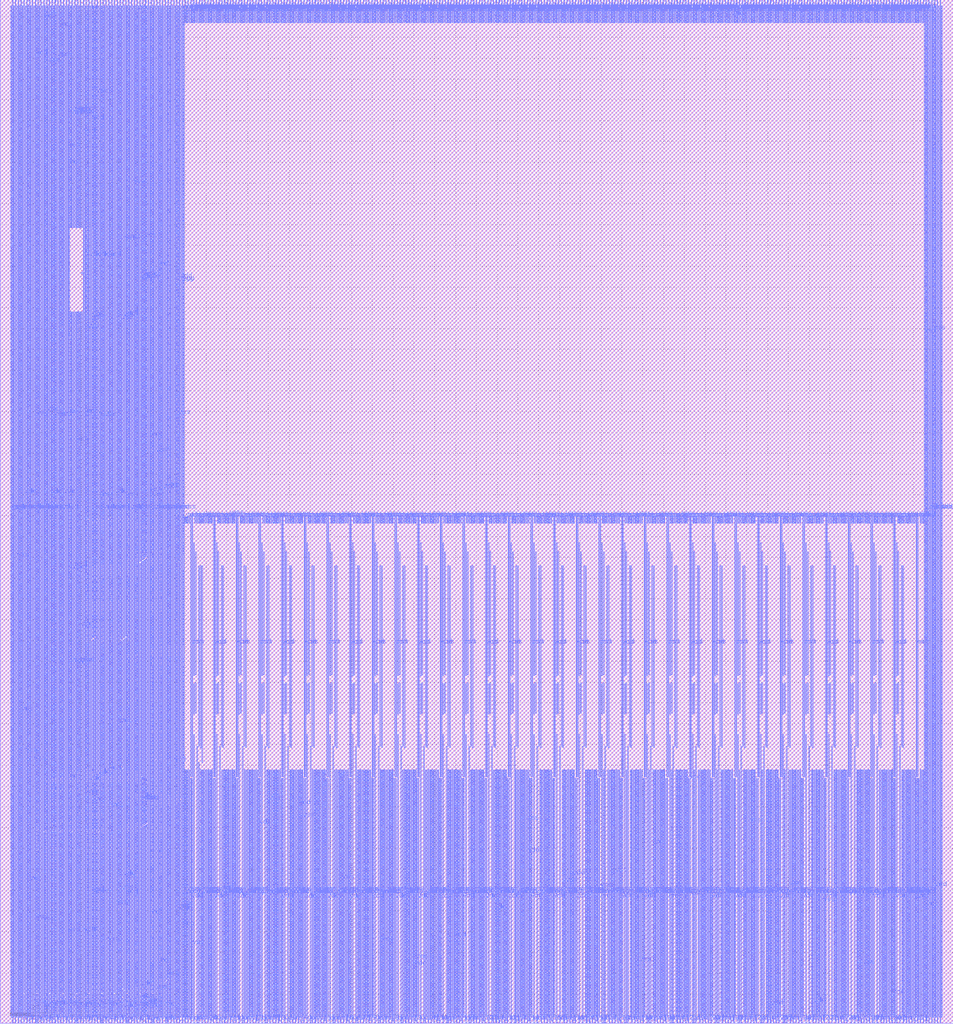
<source format=lef>
VERSION 5.8 ;
BUSBITCHARS "[]" ;
DIVIDERCHAR "/" ;

MACRO sram22_1024x32m8w32_test
  CLASS BLOCK ;
  ORIGIN 89.065 244.085 ;
  FOREIGN sram22_1024x32m8w32_test -89.065 -244.085 ;
  SIZE 458.29 BY 492.25 ;
  SYMMETRY X Y R90 ;
  PIN vdd
    DIRECTION INOUT ;
    USE POWER ;
    PORT
      LAYER met3 ;
        RECT 361.595 246.76 361.925 247.89 ;
        RECT 361.595 241.915 361.925 242.245 ;
        RECT 361.595 240.555 361.925 240.885 ;
        RECT 361.595 239.195 361.925 239.525 ;
        RECT 361.595 237.835 361.925 238.165 ;
        RECT 361.595 236.475 361.925 236.805 ;
        RECT 361.595 235.115 361.925 235.445 ;
        RECT 361.595 233.755 361.925 234.085 ;
        RECT 361.595 232.395 361.925 232.725 ;
        RECT 361.595 231.035 361.925 231.365 ;
        RECT 361.595 229.675 361.925 230.005 ;
        RECT 361.595 228.315 361.925 228.645 ;
        RECT 361.595 226.955 361.925 227.285 ;
        RECT 361.595 225.595 361.925 225.925 ;
        RECT 361.595 224.235 361.925 224.565 ;
        RECT 361.595 222.875 361.925 223.205 ;
        RECT 361.595 221.515 361.925 221.845 ;
        RECT 361.595 220.155 361.925 220.485 ;
        RECT 361.595 218.795 361.925 219.125 ;
        RECT 361.595 217.435 361.925 217.765 ;
        RECT 361.595 216.075 361.925 216.405 ;
        RECT 361.595 214.715 361.925 215.045 ;
        RECT 361.595 213.355 361.925 213.685 ;
        RECT 361.595 211.995 361.925 212.325 ;
        RECT 361.595 210.635 361.925 210.965 ;
        RECT 361.595 209.275 361.925 209.605 ;
        RECT 361.595 207.915 361.925 208.245 ;
        RECT 361.595 206.555 361.925 206.885 ;
        RECT 361.595 205.195 361.925 205.525 ;
        RECT 361.595 203.835 361.925 204.165 ;
        RECT 361.595 202.475 361.925 202.805 ;
        RECT 361.595 201.115 361.925 201.445 ;
        RECT 361.595 199.755 361.925 200.085 ;
        RECT 361.595 198.395 361.925 198.725 ;
        RECT 361.595 197.035 361.925 197.365 ;
        RECT 361.595 195.675 361.925 196.005 ;
        RECT 361.595 194.315 361.925 194.645 ;
        RECT 361.595 192.955 361.925 193.285 ;
        RECT 361.595 191.595 361.925 191.925 ;
        RECT 361.595 190.235 361.925 190.565 ;
        RECT 361.595 188.875 361.925 189.205 ;
        RECT 361.595 187.515 361.925 187.845 ;
        RECT 361.595 186.155 361.925 186.485 ;
        RECT 361.595 184.795 361.925 185.125 ;
        RECT 361.595 183.435 361.925 183.765 ;
        RECT 361.595 182.075 361.925 182.405 ;
        RECT 361.595 180.715 361.925 181.045 ;
        RECT 361.595 179.355 361.925 179.685 ;
        RECT 361.595 177.995 361.925 178.325 ;
        RECT 361.595 176.635 361.925 176.965 ;
        RECT 361.595 175.275 361.925 175.605 ;
        RECT 361.595 173.915 361.925 174.245 ;
        RECT 361.595 172.555 361.925 172.885 ;
        RECT 361.595 171.195 361.925 171.525 ;
        RECT 361.595 169.835 361.925 170.165 ;
        RECT 361.595 168.475 361.925 168.805 ;
        RECT 361.595 167.115 361.925 167.445 ;
        RECT 361.595 165.755 361.925 166.085 ;
        RECT 361.595 164.395 361.925 164.725 ;
        RECT 361.595 163.035 361.925 163.365 ;
        RECT 361.595 161.675 361.925 162.005 ;
        RECT 361.595 160.315 361.925 160.645 ;
        RECT 361.595 158.955 361.925 159.285 ;
        RECT 361.595 157.595 361.925 157.925 ;
        RECT 361.595 156.235 361.925 156.565 ;
        RECT 361.595 154.875 361.925 155.205 ;
        RECT 361.595 153.515 361.925 153.845 ;
        RECT 361.595 152.155 361.925 152.485 ;
        RECT 361.595 150.795 361.925 151.125 ;
        RECT 361.595 149.435 361.925 149.765 ;
        RECT 361.595 148.075 361.925 148.405 ;
        RECT 361.595 146.715 361.925 147.045 ;
        RECT 361.595 145.355 361.925 145.685 ;
        RECT 361.595 143.995 361.925 144.325 ;
        RECT 361.595 142.635 361.925 142.965 ;
        RECT 361.595 141.275 361.925 141.605 ;
        RECT 361.595 139.915 361.925 140.245 ;
        RECT 361.595 138.555 361.925 138.885 ;
        RECT 361.595 137.195 361.925 137.525 ;
        RECT 361.595 135.835 361.925 136.165 ;
        RECT 361.595 134.475 361.925 134.805 ;
        RECT 361.595 133.115 361.925 133.445 ;
        RECT 361.595 131.755 361.925 132.085 ;
        RECT 361.595 130.395 361.925 130.725 ;
        RECT 361.595 129.035 361.925 129.365 ;
        RECT 361.595 127.675 361.925 128.005 ;
        RECT 361.595 126.315 361.925 126.645 ;
        RECT 361.595 124.955 361.925 125.285 ;
        RECT 361.595 123.595 361.925 123.925 ;
        RECT 361.595 122.235 361.925 122.565 ;
        RECT 361.595 120.875 361.925 121.205 ;
        RECT 361.595 119.515 361.925 119.845 ;
        RECT 361.595 118.155 361.925 118.485 ;
        RECT 361.595 116.795 361.925 117.125 ;
        RECT 361.595 115.435 361.925 115.765 ;
        RECT 361.595 114.075 361.925 114.405 ;
        RECT 361.595 112.715 361.925 113.045 ;
        RECT 361.595 111.355 361.925 111.685 ;
        RECT 361.595 109.995 361.925 110.325 ;
        RECT 361.595 108.635 361.925 108.965 ;
        RECT 361.595 107.275 361.925 107.605 ;
        RECT 361.595 105.915 361.925 106.245 ;
        RECT 361.595 104.555 361.925 104.885 ;
        RECT 361.595 103.195 361.925 103.525 ;
        RECT 361.595 101.835 361.925 102.165 ;
        RECT 361.595 100.475 361.925 100.805 ;
        RECT 361.595 99.115 361.925 99.445 ;
        RECT 361.595 97.755 361.925 98.085 ;
        RECT 361.595 96.395 361.925 96.725 ;
        RECT 361.595 95.035 361.925 95.365 ;
        RECT 361.595 93.675 361.925 94.005 ;
        RECT 361.595 92.315 361.925 92.645 ;
        RECT 361.595 90.955 361.925 91.285 ;
        RECT 361.595 89.595 361.925 89.925 ;
        RECT 361.595 88.235 361.925 88.565 ;
        RECT 361.595 86.875 361.925 87.205 ;
        RECT 361.595 85.515 361.925 85.845 ;
        RECT 361.595 84.155 361.925 84.485 ;
        RECT 361.595 82.795 361.925 83.125 ;
        RECT 361.595 81.435 361.925 81.765 ;
        RECT 361.595 80.075 361.925 80.405 ;
        RECT 361.595 78.715 361.925 79.045 ;
        RECT 361.595 77.355 361.925 77.685 ;
        RECT 361.595 75.995 361.925 76.325 ;
        RECT 361.595 74.635 361.925 74.965 ;
        RECT 361.595 73.275 361.925 73.605 ;
        RECT 361.595 71.915 361.925 72.245 ;
        RECT 361.595 70.555 361.925 70.885 ;
        RECT 361.595 69.195 361.925 69.525 ;
        RECT 361.595 67.835 361.925 68.165 ;
        RECT 361.595 66.475 361.925 66.805 ;
        RECT 361.595 65.115 361.925 65.445 ;
        RECT 361.595 63.755 361.925 64.085 ;
        RECT 361.595 62.395 361.925 62.725 ;
        RECT 361.595 61.035 361.925 61.365 ;
        RECT 361.595 59.675 361.925 60.005 ;
        RECT 361.595 58.315 361.925 58.645 ;
        RECT 361.595 56.955 361.925 57.285 ;
        RECT 361.595 55.595 361.925 55.925 ;
        RECT 361.595 54.235 361.925 54.565 ;
        RECT 361.595 52.875 361.925 53.205 ;
        RECT 361.595 51.515 361.925 51.845 ;
        RECT 361.595 50.155 361.925 50.485 ;
        RECT 361.595 48.795 361.925 49.125 ;
        RECT 361.595 47.435 361.925 47.765 ;
        RECT 361.595 46.075 361.925 46.405 ;
        RECT 361.595 44.715 361.925 45.045 ;
        RECT 361.595 43.355 361.925 43.685 ;
        RECT 361.595 41.995 361.925 42.325 ;
        RECT 361.595 40.635 361.925 40.965 ;
        RECT 361.595 39.275 361.925 39.605 ;
        RECT 361.595 37.915 361.925 38.245 ;
        RECT 361.595 36.555 361.925 36.885 ;
        RECT 361.595 35.195 361.925 35.525 ;
        RECT 361.595 33.835 361.925 34.165 ;
        RECT 361.595 32.475 361.925 32.805 ;
        RECT 361.595 31.115 361.925 31.445 ;
        RECT 361.595 29.755 361.925 30.085 ;
        RECT 361.595 28.395 361.925 28.725 ;
        RECT 361.595 27.035 361.925 27.365 ;
        RECT 361.595 25.675 361.925 26.005 ;
        RECT 361.595 24.315 361.925 24.645 ;
        RECT 361.595 22.955 361.925 23.285 ;
        RECT 361.595 21.595 361.925 21.925 ;
        RECT 361.595 20.235 361.925 20.565 ;
        RECT 361.595 18.875 361.925 19.205 ;
        RECT 361.595 17.515 361.925 17.845 ;
        RECT 361.595 16.155 361.925 16.485 ;
        RECT 361.595 14.795 361.925 15.125 ;
        RECT 361.595 13.435 361.925 13.765 ;
        RECT 361.595 12.075 361.925 12.405 ;
        RECT 361.595 10.715 361.925 11.045 ;
        RECT 361.595 9.355 361.925 9.685 ;
        RECT 361.595 7.995 361.925 8.325 ;
        RECT 361.595 6.635 361.925 6.965 ;
        RECT 361.595 5.275 361.925 5.605 ;
        RECT 361.595 3.915 361.925 4.245 ;
        RECT 361.595 2.555 361.925 2.885 ;
        RECT 361.595 1.195 361.925 1.525 ;
        RECT 361.595 -0.165 361.925 0.165 ;
        RECT 361.595 -1.525 361.925 -1.195 ;
        RECT 361.595 -2.885 361.925 -2.555 ;
        RECT 361.595 -4.245 361.925 -3.915 ;
        RECT 361.595 -5.605 361.925 -5.275 ;
        RECT 361.595 -6.965 361.925 -6.635 ;
        RECT 361.595 -8.325 361.925 -7.995 ;
        RECT 361.595 -9.685 361.925 -9.355 ;
        RECT 361.595 -11.045 361.925 -10.715 ;
        RECT 361.595 -12.405 361.925 -12.075 ;
        RECT 361.595 -13.765 361.925 -13.435 ;
        RECT 361.595 -15.125 361.925 -14.795 ;
        RECT 361.595 -16.485 361.925 -16.155 ;
        RECT 361.595 -17.845 361.925 -17.515 ;
        RECT 361.595 -19.205 361.925 -18.875 ;
        RECT 361.595 -20.565 361.925 -20.235 ;
        RECT 361.595 -21.925 361.925 -21.595 ;
        RECT 361.595 -23.285 361.925 -22.955 ;
        RECT 361.595 -24.645 361.925 -24.315 ;
        RECT 361.595 -26.005 361.925 -25.675 ;
        RECT 361.595 -27.365 361.925 -27.035 ;
        RECT 361.595 -28.725 361.925 -28.395 ;
        RECT 361.595 -30.085 361.925 -29.755 ;
        RECT 361.595 -31.445 361.925 -31.115 ;
        RECT 361.595 -32.805 361.925 -32.475 ;
        RECT 361.595 -34.165 361.925 -33.835 ;
        RECT 361.595 -35.525 361.925 -35.195 ;
        RECT 361.595 -36.885 361.925 -36.555 ;
        RECT 361.595 -38.245 361.925 -37.915 ;
        RECT 361.595 -39.605 361.925 -39.275 ;
        RECT 361.595 -40.965 361.925 -40.635 ;
        RECT 361.595 -42.325 361.925 -41.995 ;
        RECT 361.595 -43.685 361.925 -43.355 ;
        RECT 361.595 -45.045 361.925 -44.715 ;
        RECT 361.595 -46.405 361.925 -46.075 ;
        RECT 361.595 -47.765 361.925 -47.435 ;
        RECT 361.595 -49.125 361.925 -48.795 ;
        RECT 361.595 -50.485 361.925 -50.155 ;
        RECT 361.595 -51.845 361.925 -51.515 ;
        RECT 361.595 -53.205 361.925 -52.875 ;
        RECT 361.595 -54.565 361.925 -54.235 ;
        RECT 361.595 -55.925 361.925 -55.595 ;
        RECT 361.595 -57.285 361.925 -56.955 ;
        RECT 361.595 -58.645 361.925 -58.315 ;
        RECT 361.595 -60.005 361.925 -59.675 ;
        RECT 361.595 -61.365 361.925 -61.035 ;
        RECT 361.595 -62.725 361.925 -62.395 ;
        RECT 361.595 -64.085 361.925 -63.755 ;
        RECT 361.595 -65.445 361.925 -65.115 ;
        RECT 361.595 -66.805 361.925 -66.475 ;
        RECT 361.595 -68.165 361.925 -67.835 ;
        RECT 361.595 -69.525 361.925 -69.195 ;
        RECT 361.595 -70.885 361.925 -70.555 ;
        RECT 361.595 -72.245 361.925 -71.915 ;
        RECT 361.595 -73.605 361.925 -73.275 ;
        RECT 361.595 -74.965 361.925 -74.635 ;
        RECT 361.595 -76.325 361.925 -75.995 ;
        RECT 361.595 -77.685 361.925 -77.355 ;
        RECT 361.595 -79.045 361.925 -78.715 ;
        RECT 361.595 -80.405 361.925 -80.075 ;
        RECT 361.595 -81.765 361.925 -81.435 ;
        RECT 361.595 -83.125 361.925 -82.795 ;
        RECT 361.595 -84.485 361.925 -84.155 ;
        RECT 361.595 -85.845 361.925 -85.515 ;
        RECT 361.595 -87.205 361.925 -86.875 ;
        RECT 361.595 -88.565 361.925 -88.235 ;
        RECT 361.595 -89.925 361.925 -89.595 ;
        RECT 361.595 -91.285 361.925 -90.955 ;
        RECT 361.595 -92.645 361.925 -92.315 ;
        RECT 361.595 -94.005 361.925 -93.675 ;
        RECT 361.595 -95.365 361.925 -95.035 ;
        RECT 361.595 -96.725 361.925 -96.395 ;
        RECT 361.595 -98.085 361.925 -97.755 ;
        RECT 361.595 -99.445 361.925 -99.115 ;
        RECT 361.595 -100.805 361.925 -100.475 ;
        RECT 361.595 -102.165 361.925 -101.835 ;
        RECT 361.595 -103.525 361.925 -103.195 ;
        RECT 361.595 -104.885 361.925 -104.555 ;
        RECT 361.595 -106.245 361.925 -105.915 ;
        RECT 361.595 -107.605 361.925 -107.275 ;
        RECT 361.595 -108.965 361.925 -108.635 ;
        RECT 361.595 -110.325 361.925 -109.995 ;
        RECT 361.595 -111.685 361.925 -111.355 ;
        RECT 361.595 -113.045 361.925 -112.715 ;
        RECT 361.595 -114.405 361.925 -114.075 ;
        RECT 361.595 -115.765 361.925 -115.435 ;
        RECT 361.595 -117.125 361.925 -116.795 ;
        RECT 361.595 -118.485 361.925 -118.155 ;
        RECT 361.595 -119.845 361.925 -119.515 ;
        RECT 361.595 -121.205 361.925 -120.875 ;
        RECT 361.595 -122.565 361.925 -122.235 ;
        RECT 361.595 -123.925 361.925 -123.595 ;
        RECT 361.595 -125.285 361.925 -124.955 ;
        RECT 361.595 -126.645 361.925 -126.315 ;
        RECT 361.595 -128.005 361.925 -127.675 ;
        RECT 361.595 -129.365 361.925 -129.035 ;
        RECT 361.595 -130.725 361.925 -130.395 ;
        RECT 361.595 -132.085 361.925 -131.755 ;
        RECT 361.595 -133.445 361.925 -133.115 ;
        RECT 361.595 -134.805 361.925 -134.475 ;
        RECT 361.595 -136.165 361.925 -135.835 ;
        RECT 361.595 -137.525 361.925 -137.195 ;
        RECT 361.595 -138.885 361.925 -138.555 ;
        RECT 361.595 -140.245 361.925 -139.915 ;
        RECT 361.595 -141.605 361.925 -141.275 ;
        RECT 361.595 -142.965 361.925 -142.635 ;
        RECT 361.595 -144.325 361.925 -143.995 ;
        RECT 361.595 -145.685 361.925 -145.355 ;
        RECT 361.595 -147.045 361.925 -146.715 ;
        RECT 361.595 -148.405 361.925 -148.075 ;
        RECT 361.595 -149.765 361.925 -149.435 ;
        RECT 361.595 -151.125 361.925 -150.795 ;
        RECT 361.595 -152.485 361.925 -152.155 ;
        RECT 361.595 -153.845 361.925 -153.515 ;
        RECT 361.595 -155.205 361.925 -154.875 ;
        RECT 361.595 -156.565 361.925 -156.235 ;
        RECT 361.595 -157.925 361.925 -157.595 ;
        RECT 361.595 -159.285 361.925 -158.955 ;
        RECT 361.595 -160.645 361.925 -160.315 ;
        RECT 361.595 -162.005 361.925 -161.675 ;
        RECT 361.595 -163.365 361.925 -163.035 ;
        RECT 361.595 -164.725 361.925 -164.395 ;
        RECT 361.595 -166.085 361.925 -165.755 ;
        RECT 361.595 -167.445 361.925 -167.115 ;
        RECT 361.595 -168.805 361.925 -168.475 ;
        RECT 361.595 -170.165 361.925 -169.835 ;
        RECT 361.595 -171.525 361.925 -171.195 ;
        RECT 361.595 -172.885 361.925 -172.555 ;
        RECT 361.595 -174.245 361.925 -173.915 ;
        RECT 361.595 -175.605 361.925 -175.275 ;
        RECT 361.595 -176.965 361.925 -176.635 ;
        RECT 361.595 -178.325 361.925 -177.995 ;
        RECT 361.595 -179.685 361.925 -179.355 ;
        RECT 361.595 -181.045 361.925 -180.715 ;
        RECT 361.595 -182.405 361.925 -182.075 ;
        RECT 361.595 -183.765 361.925 -183.435 ;
        RECT 361.595 -185.125 361.925 -184.795 ;
        RECT 361.595 -186.485 361.925 -186.155 ;
        RECT 361.595 -187.845 361.925 -187.515 ;
        RECT 361.595 -189.205 361.925 -188.875 ;
        RECT 361.595 -190.565 361.925 -190.235 ;
        RECT 361.595 -191.925 361.925 -191.595 ;
        RECT 361.595 -193.285 361.925 -192.955 ;
        RECT 361.595 -194.645 361.925 -194.315 ;
        RECT 361.595 -196.005 361.925 -195.675 ;
        RECT 361.595 -197.365 361.925 -197.035 ;
        RECT 361.595 -198.725 361.925 -198.395 ;
        RECT 361.595 -200.085 361.925 -199.755 ;
        RECT 361.595 -201.445 361.925 -201.115 ;
        RECT 361.595 -202.805 361.925 -202.475 ;
        RECT 361.595 -204.165 361.925 -203.835 ;
        RECT 361.595 -205.525 361.925 -205.195 ;
        RECT 361.595 -206.885 361.925 -206.555 ;
        RECT 361.595 -208.245 361.925 -207.915 ;
        RECT 361.595 -209.605 361.925 -209.275 ;
        RECT 361.595 -210.965 361.925 -210.635 ;
        RECT 361.595 -212.325 361.925 -211.995 ;
        RECT 361.595 -213.685 361.925 -213.355 ;
        RECT 361.595 -215.045 361.925 -214.715 ;
        RECT 361.595 -216.405 361.925 -216.075 ;
        RECT 361.595 -217.765 361.925 -217.435 ;
        RECT 361.595 -219.125 361.925 -218.795 ;
        RECT 361.595 -220.485 361.925 -220.155 ;
        RECT 361.595 -221.845 361.925 -221.515 ;
        RECT 361.595 -223.205 361.925 -222.875 ;
        RECT 361.595 -224.565 361.925 -224.235 ;
        RECT 361.595 -225.925 361.925 -225.595 ;
        RECT 361.595 -227.285 361.925 -226.955 ;
        RECT 361.595 -228.645 361.925 -228.315 ;
        RECT 361.595 -230.005 361.925 -229.675 ;
        RECT 361.595 -231.365 361.925 -231.035 ;
        RECT 361.595 -232.725 361.925 -232.395 ;
        RECT 361.595 -234.085 361.925 -233.755 ;
        RECT 361.595 -235.445 361.925 -235.115 ;
        RECT 361.595 -236.805 361.925 -236.475 ;
        RECT 361.595 -238.165 361.925 -237.835 ;
        RECT 361.595 -243.81 361.925 -242.68 ;
        RECT 361.6 -243.925 361.92 248.005 ;
    END
    PORT
      LAYER met3 ;
        RECT 362.955 246.76 363.285 247.89 ;
        RECT 362.955 241.915 363.285 242.245 ;
        RECT 362.955 240.555 363.285 240.885 ;
        RECT 362.955 239.195 363.285 239.525 ;
        RECT 362.955 237.835 363.285 238.165 ;
        RECT 362.955 236.475 363.285 236.805 ;
        RECT 362.955 235.115 363.285 235.445 ;
        RECT 362.955 233.755 363.285 234.085 ;
        RECT 362.955 232.395 363.285 232.725 ;
        RECT 362.955 231.035 363.285 231.365 ;
        RECT 362.955 229.675 363.285 230.005 ;
        RECT 362.955 228.315 363.285 228.645 ;
        RECT 362.955 226.955 363.285 227.285 ;
        RECT 362.955 225.595 363.285 225.925 ;
        RECT 362.955 224.235 363.285 224.565 ;
        RECT 362.955 222.875 363.285 223.205 ;
        RECT 362.955 221.515 363.285 221.845 ;
        RECT 362.955 220.155 363.285 220.485 ;
        RECT 362.955 218.795 363.285 219.125 ;
        RECT 362.955 217.435 363.285 217.765 ;
        RECT 362.955 216.075 363.285 216.405 ;
        RECT 362.955 214.715 363.285 215.045 ;
        RECT 362.955 213.355 363.285 213.685 ;
        RECT 362.955 211.995 363.285 212.325 ;
        RECT 362.955 210.635 363.285 210.965 ;
        RECT 362.955 209.275 363.285 209.605 ;
        RECT 362.955 207.915 363.285 208.245 ;
        RECT 362.955 206.555 363.285 206.885 ;
        RECT 362.955 205.195 363.285 205.525 ;
        RECT 362.955 203.835 363.285 204.165 ;
        RECT 362.955 202.475 363.285 202.805 ;
        RECT 362.955 201.115 363.285 201.445 ;
        RECT 362.955 199.755 363.285 200.085 ;
        RECT 362.955 198.395 363.285 198.725 ;
        RECT 362.955 197.035 363.285 197.365 ;
        RECT 362.955 195.675 363.285 196.005 ;
        RECT 362.955 194.315 363.285 194.645 ;
        RECT 362.955 192.955 363.285 193.285 ;
        RECT 362.955 191.595 363.285 191.925 ;
        RECT 362.955 190.235 363.285 190.565 ;
        RECT 362.955 188.875 363.285 189.205 ;
        RECT 362.955 187.515 363.285 187.845 ;
        RECT 362.955 186.155 363.285 186.485 ;
        RECT 362.955 184.795 363.285 185.125 ;
        RECT 362.955 183.435 363.285 183.765 ;
        RECT 362.955 182.075 363.285 182.405 ;
        RECT 362.955 180.715 363.285 181.045 ;
        RECT 362.955 179.355 363.285 179.685 ;
        RECT 362.955 177.995 363.285 178.325 ;
        RECT 362.955 176.635 363.285 176.965 ;
        RECT 362.955 175.275 363.285 175.605 ;
        RECT 362.955 173.915 363.285 174.245 ;
        RECT 362.955 172.555 363.285 172.885 ;
        RECT 362.955 171.195 363.285 171.525 ;
        RECT 362.955 169.835 363.285 170.165 ;
        RECT 362.955 168.475 363.285 168.805 ;
        RECT 362.955 167.115 363.285 167.445 ;
        RECT 362.955 165.755 363.285 166.085 ;
        RECT 362.955 164.395 363.285 164.725 ;
        RECT 362.955 163.035 363.285 163.365 ;
        RECT 362.955 161.675 363.285 162.005 ;
        RECT 362.955 160.315 363.285 160.645 ;
        RECT 362.955 158.955 363.285 159.285 ;
        RECT 362.955 157.595 363.285 157.925 ;
        RECT 362.955 156.235 363.285 156.565 ;
        RECT 362.955 154.875 363.285 155.205 ;
        RECT 362.955 153.515 363.285 153.845 ;
        RECT 362.955 152.155 363.285 152.485 ;
        RECT 362.955 150.795 363.285 151.125 ;
        RECT 362.955 149.435 363.285 149.765 ;
        RECT 362.955 148.075 363.285 148.405 ;
        RECT 362.955 146.715 363.285 147.045 ;
        RECT 362.955 145.355 363.285 145.685 ;
        RECT 362.955 143.995 363.285 144.325 ;
        RECT 362.955 142.635 363.285 142.965 ;
        RECT 362.955 141.275 363.285 141.605 ;
        RECT 362.955 139.915 363.285 140.245 ;
        RECT 362.955 138.555 363.285 138.885 ;
        RECT 362.955 137.195 363.285 137.525 ;
        RECT 362.955 135.835 363.285 136.165 ;
        RECT 362.955 134.475 363.285 134.805 ;
        RECT 362.955 133.115 363.285 133.445 ;
        RECT 362.955 131.755 363.285 132.085 ;
        RECT 362.955 130.395 363.285 130.725 ;
        RECT 362.955 129.035 363.285 129.365 ;
        RECT 362.955 127.675 363.285 128.005 ;
        RECT 362.955 126.315 363.285 126.645 ;
        RECT 362.955 124.955 363.285 125.285 ;
        RECT 362.955 123.595 363.285 123.925 ;
        RECT 362.955 122.235 363.285 122.565 ;
        RECT 362.955 120.875 363.285 121.205 ;
        RECT 362.955 119.515 363.285 119.845 ;
        RECT 362.955 118.155 363.285 118.485 ;
        RECT 362.955 116.795 363.285 117.125 ;
        RECT 362.955 115.435 363.285 115.765 ;
        RECT 362.955 114.075 363.285 114.405 ;
        RECT 362.955 112.715 363.285 113.045 ;
        RECT 362.955 111.355 363.285 111.685 ;
        RECT 362.955 109.995 363.285 110.325 ;
        RECT 362.955 108.635 363.285 108.965 ;
        RECT 362.955 107.275 363.285 107.605 ;
        RECT 362.955 105.915 363.285 106.245 ;
        RECT 362.955 104.555 363.285 104.885 ;
        RECT 362.955 103.195 363.285 103.525 ;
        RECT 362.955 101.835 363.285 102.165 ;
        RECT 362.955 100.475 363.285 100.805 ;
        RECT 362.955 99.115 363.285 99.445 ;
        RECT 362.955 97.755 363.285 98.085 ;
        RECT 362.955 96.395 363.285 96.725 ;
        RECT 362.955 95.035 363.285 95.365 ;
        RECT 362.955 93.675 363.285 94.005 ;
        RECT 362.955 92.315 363.285 92.645 ;
        RECT 362.955 90.955 363.285 91.285 ;
        RECT 362.955 89.595 363.285 89.925 ;
        RECT 362.955 88.235 363.285 88.565 ;
        RECT 362.955 86.875 363.285 87.205 ;
        RECT 362.955 85.515 363.285 85.845 ;
        RECT 362.955 84.155 363.285 84.485 ;
        RECT 362.955 82.795 363.285 83.125 ;
        RECT 362.955 81.435 363.285 81.765 ;
        RECT 362.955 80.075 363.285 80.405 ;
        RECT 362.955 78.715 363.285 79.045 ;
        RECT 362.955 77.355 363.285 77.685 ;
        RECT 362.955 75.995 363.285 76.325 ;
        RECT 362.955 74.635 363.285 74.965 ;
        RECT 362.955 73.275 363.285 73.605 ;
        RECT 362.955 71.915 363.285 72.245 ;
        RECT 362.955 70.555 363.285 70.885 ;
        RECT 362.955 69.195 363.285 69.525 ;
        RECT 362.955 67.835 363.285 68.165 ;
        RECT 362.955 66.475 363.285 66.805 ;
        RECT 362.955 65.115 363.285 65.445 ;
        RECT 362.955 63.755 363.285 64.085 ;
        RECT 362.955 62.395 363.285 62.725 ;
        RECT 362.955 61.035 363.285 61.365 ;
        RECT 362.955 59.675 363.285 60.005 ;
        RECT 362.955 58.315 363.285 58.645 ;
        RECT 362.955 56.955 363.285 57.285 ;
        RECT 362.955 55.595 363.285 55.925 ;
        RECT 362.955 54.235 363.285 54.565 ;
        RECT 362.955 52.875 363.285 53.205 ;
        RECT 362.955 51.515 363.285 51.845 ;
        RECT 362.955 50.155 363.285 50.485 ;
        RECT 362.955 48.795 363.285 49.125 ;
        RECT 362.955 47.435 363.285 47.765 ;
        RECT 362.955 46.075 363.285 46.405 ;
        RECT 362.955 44.715 363.285 45.045 ;
        RECT 362.955 43.355 363.285 43.685 ;
        RECT 362.955 41.995 363.285 42.325 ;
        RECT 362.955 40.635 363.285 40.965 ;
        RECT 362.955 39.275 363.285 39.605 ;
        RECT 362.955 37.915 363.285 38.245 ;
        RECT 362.955 36.555 363.285 36.885 ;
        RECT 362.955 35.195 363.285 35.525 ;
        RECT 362.955 33.835 363.285 34.165 ;
        RECT 362.955 32.475 363.285 32.805 ;
        RECT 362.955 31.115 363.285 31.445 ;
        RECT 362.955 29.755 363.285 30.085 ;
        RECT 362.955 28.395 363.285 28.725 ;
        RECT 362.955 27.035 363.285 27.365 ;
        RECT 362.955 25.675 363.285 26.005 ;
        RECT 362.955 24.315 363.285 24.645 ;
        RECT 362.955 22.955 363.285 23.285 ;
        RECT 362.955 21.595 363.285 21.925 ;
        RECT 362.955 20.235 363.285 20.565 ;
        RECT 362.955 18.875 363.285 19.205 ;
        RECT 362.955 17.515 363.285 17.845 ;
        RECT 362.955 16.155 363.285 16.485 ;
        RECT 362.955 14.795 363.285 15.125 ;
        RECT 362.955 13.435 363.285 13.765 ;
        RECT 362.955 12.075 363.285 12.405 ;
        RECT 362.955 10.715 363.285 11.045 ;
        RECT 362.955 9.355 363.285 9.685 ;
        RECT 362.955 7.995 363.285 8.325 ;
        RECT 362.955 6.635 363.285 6.965 ;
        RECT 362.955 5.275 363.285 5.605 ;
        RECT 362.955 3.915 363.285 4.245 ;
        RECT 362.955 2.555 363.285 2.885 ;
        RECT 362.955 1.195 363.285 1.525 ;
        RECT 362.955 -0.165 363.285 0.165 ;
        RECT 362.955 -1.525 363.285 -1.195 ;
        RECT 362.955 -2.885 363.285 -2.555 ;
        RECT 362.955 -4.245 363.285 -3.915 ;
        RECT 362.955 -5.605 363.285 -5.275 ;
        RECT 362.955 -6.965 363.285 -6.635 ;
        RECT 362.955 -8.325 363.285 -7.995 ;
        RECT 362.955 -9.685 363.285 -9.355 ;
        RECT 362.955 -11.045 363.285 -10.715 ;
        RECT 362.955 -12.405 363.285 -12.075 ;
        RECT 362.955 -13.765 363.285 -13.435 ;
        RECT 362.955 -15.125 363.285 -14.795 ;
        RECT 362.955 -16.485 363.285 -16.155 ;
        RECT 362.955 -17.845 363.285 -17.515 ;
        RECT 362.955 -19.205 363.285 -18.875 ;
        RECT 362.955 -20.565 363.285 -20.235 ;
        RECT 362.955 -21.925 363.285 -21.595 ;
        RECT 362.955 -23.285 363.285 -22.955 ;
        RECT 362.955 -24.645 363.285 -24.315 ;
        RECT 362.955 -26.005 363.285 -25.675 ;
        RECT 362.955 -27.365 363.285 -27.035 ;
        RECT 362.955 -28.725 363.285 -28.395 ;
        RECT 362.955 -30.085 363.285 -29.755 ;
        RECT 362.955 -31.445 363.285 -31.115 ;
        RECT 362.955 -32.805 363.285 -32.475 ;
        RECT 362.955 -34.165 363.285 -33.835 ;
        RECT 362.955 -35.525 363.285 -35.195 ;
        RECT 362.955 -36.885 363.285 -36.555 ;
        RECT 362.955 -38.245 363.285 -37.915 ;
        RECT 362.955 -39.605 363.285 -39.275 ;
        RECT 362.955 -40.965 363.285 -40.635 ;
        RECT 362.955 -42.325 363.285 -41.995 ;
        RECT 362.955 -43.685 363.285 -43.355 ;
        RECT 362.955 -45.045 363.285 -44.715 ;
        RECT 362.955 -46.405 363.285 -46.075 ;
        RECT 362.955 -47.765 363.285 -47.435 ;
        RECT 362.955 -49.125 363.285 -48.795 ;
        RECT 362.955 -50.485 363.285 -50.155 ;
        RECT 362.955 -51.845 363.285 -51.515 ;
        RECT 362.955 -53.205 363.285 -52.875 ;
        RECT 362.955 -54.565 363.285 -54.235 ;
        RECT 362.955 -55.925 363.285 -55.595 ;
        RECT 362.955 -57.285 363.285 -56.955 ;
        RECT 362.955 -58.645 363.285 -58.315 ;
        RECT 362.955 -60.005 363.285 -59.675 ;
        RECT 362.955 -61.365 363.285 -61.035 ;
        RECT 362.955 -62.725 363.285 -62.395 ;
        RECT 362.955 -64.085 363.285 -63.755 ;
        RECT 362.955 -65.445 363.285 -65.115 ;
        RECT 362.955 -66.805 363.285 -66.475 ;
        RECT 362.955 -68.165 363.285 -67.835 ;
        RECT 362.955 -69.525 363.285 -69.195 ;
        RECT 362.955 -70.885 363.285 -70.555 ;
        RECT 362.955 -72.245 363.285 -71.915 ;
        RECT 362.955 -73.605 363.285 -73.275 ;
        RECT 362.955 -74.965 363.285 -74.635 ;
        RECT 362.955 -76.325 363.285 -75.995 ;
        RECT 362.955 -77.685 363.285 -77.355 ;
        RECT 362.955 -79.045 363.285 -78.715 ;
        RECT 362.955 -80.405 363.285 -80.075 ;
        RECT 362.955 -81.765 363.285 -81.435 ;
        RECT 362.955 -83.125 363.285 -82.795 ;
        RECT 362.955 -84.485 363.285 -84.155 ;
        RECT 362.955 -85.845 363.285 -85.515 ;
        RECT 362.955 -87.205 363.285 -86.875 ;
        RECT 362.955 -88.565 363.285 -88.235 ;
        RECT 362.955 -89.925 363.285 -89.595 ;
        RECT 362.955 -91.285 363.285 -90.955 ;
        RECT 362.955 -92.645 363.285 -92.315 ;
        RECT 362.955 -94.005 363.285 -93.675 ;
        RECT 362.955 -95.365 363.285 -95.035 ;
        RECT 362.955 -96.725 363.285 -96.395 ;
        RECT 362.955 -98.085 363.285 -97.755 ;
        RECT 362.955 -99.445 363.285 -99.115 ;
        RECT 362.955 -100.805 363.285 -100.475 ;
        RECT 362.955 -102.165 363.285 -101.835 ;
        RECT 362.955 -103.525 363.285 -103.195 ;
        RECT 362.955 -104.885 363.285 -104.555 ;
        RECT 362.955 -106.245 363.285 -105.915 ;
        RECT 362.955 -107.605 363.285 -107.275 ;
        RECT 362.955 -108.965 363.285 -108.635 ;
        RECT 362.955 -110.325 363.285 -109.995 ;
        RECT 362.955 -111.685 363.285 -111.355 ;
        RECT 362.955 -113.045 363.285 -112.715 ;
        RECT 362.955 -114.405 363.285 -114.075 ;
        RECT 362.955 -115.765 363.285 -115.435 ;
        RECT 362.955 -117.125 363.285 -116.795 ;
        RECT 362.955 -118.485 363.285 -118.155 ;
        RECT 362.955 -119.845 363.285 -119.515 ;
        RECT 362.955 -121.205 363.285 -120.875 ;
        RECT 362.955 -122.565 363.285 -122.235 ;
        RECT 362.955 -123.925 363.285 -123.595 ;
        RECT 362.955 -125.285 363.285 -124.955 ;
        RECT 362.955 -126.645 363.285 -126.315 ;
        RECT 362.955 -128.005 363.285 -127.675 ;
        RECT 362.955 -129.365 363.285 -129.035 ;
        RECT 362.955 -130.725 363.285 -130.395 ;
        RECT 362.955 -132.085 363.285 -131.755 ;
        RECT 362.955 -133.445 363.285 -133.115 ;
        RECT 362.955 -134.805 363.285 -134.475 ;
        RECT 362.955 -136.165 363.285 -135.835 ;
        RECT 362.955 -137.525 363.285 -137.195 ;
        RECT 362.955 -138.885 363.285 -138.555 ;
        RECT 362.955 -140.245 363.285 -139.915 ;
        RECT 362.955 -141.605 363.285 -141.275 ;
        RECT 362.955 -142.965 363.285 -142.635 ;
        RECT 362.955 -144.325 363.285 -143.995 ;
        RECT 362.955 -145.685 363.285 -145.355 ;
        RECT 362.955 -147.045 363.285 -146.715 ;
        RECT 362.955 -148.405 363.285 -148.075 ;
        RECT 362.955 -149.765 363.285 -149.435 ;
        RECT 362.955 -151.125 363.285 -150.795 ;
        RECT 362.955 -152.485 363.285 -152.155 ;
        RECT 362.955 -153.845 363.285 -153.515 ;
        RECT 362.955 -155.205 363.285 -154.875 ;
        RECT 362.955 -156.565 363.285 -156.235 ;
        RECT 362.955 -157.925 363.285 -157.595 ;
        RECT 362.955 -159.285 363.285 -158.955 ;
        RECT 362.955 -160.645 363.285 -160.315 ;
        RECT 362.955 -162.005 363.285 -161.675 ;
        RECT 362.955 -163.365 363.285 -163.035 ;
        RECT 362.955 -164.725 363.285 -164.395 ;
        RECT 362.955 -166.085 363.285 -165.755 ;
        RECT 362.955 -167.445 363.285 -167.115 ;
        RECT 362.955 -168.805 363.285 -168.475 ;
        RECT 362.955 -170.165 363.285 -169.835 ;
        RECT 362.955 -171.525 363.285 -171.195 ;
        RECT 362.955 -172.885 363.285 -172.555 ;
        RECT 362.955 -174.245 363.285 -173.915 ;
        RECT 362.955 -175.605 363.285 -175.275 ;
        RECT 362.955 -176.965 363.285 -176.635 ;
        RECT 362.955 -178.325 363.285 -177.995 ;
        RECT 362.955 -179.685 363.285 -179.355 ;
        RECT 362.955 -181.045 363.285 -180.715 ;
        RECT 362.955 -182.405 363.285 -182.075 ;
        RECT 362.955 -183.765 363.285 -183.435 ;
        RECT 362.955 -185.125 363.285 -184.795 ;
        RECT 362.955 -186.485 363.285 -186.155 ;
        RECT 362.955 -187.845 363.285 -187.515 ;
        RECT 362.955 -189.205 363.285 -188.875 ;
        RECT 362.955 -190.565 363.285 -190.235 ;
        RECT 362.955 -191.925 363.285 -191.595 ;
        RECT 362.955 -193.285 363.285 -192.955 ;
        RECT 362.955 -194.645 363.285 -194.315 ;
        RECT 362.955 -196.005 363.285 -195.675 ;
        RECT 362.955 -197.365 363.285 -197.035 ;
        RECT 362.955 -198.725 363.285 -198.395 ;
        RECT 362.955 -200.085 363.285 -199.755 ;
        RECT 362.955 -201.445 363.285 -201.115 ;
        RECT 362.955 -202.805 363.285 -202.475 ;
        RECT 362.955 -204.165 363.285 -203.835 ;
        RECT 362.955 -205.525 363.285 -205.195 ;
        RECT 362.955 -206.885 363.285 -206.555 ;
        RECT 362.955 -208.245 363.285 -207.915 ;
        RECT 362.955 -209.605 363.285 -209.275 ;
        RECT 362.955 -210.965 363.285 -210.635 ;
        RECT 362.955 -212.325 363.285 -211.995 ;
        RECT 362.955 -213.685 363.285 -213.355 ;
        RECT 362.955 -215.045 363.285 -214.715 ;
        RECT 362.955 -216.405 363.285 -216.075 ;
        RECT 362.955 -217.765 363.285 -217.435 ;
        RECT 362.955 -219.125 363.285 -218.795 ;
        RECT 362.955 -220.485 363.285 -220.155 ;
        RECT 362.955 -221.845 363.285 -221.515 ;
        RECT 362.955 -223.205 363.285 -222.875 ;
        RECT 362.955 -224.565 363.285 -224.235 ;
        RECT 362.955 -225.925 363.285 -225.595 ;
        RECT 362.955 -227.285 363.285 -226.955 ;
        RECT 362.955 -228.645 363.285 -228.315 ;
        RECT 362.955 -230.005 363.285 -229.675 ;
        RECT 362.955 -231.365 363.285 -231.035 ;
        RECT 362.955 -232.725 363.285 -232.395 ;
        RECT 362.955 -234.085 363.285 -233.755 ;
        RECT 362.955 -235.445 363.285 -235.115 ;
        RECT 362.955 -236.805 363.285 -236.475 ;
        RECT 362.955 -238.165 363.285 -237.835 ;
        RECT 362.955 -243.81 363.285 -242.68 ;
        RECT 362.96 -243.925 363.28 248.005 ;
    END
    PORT
      LAYER met3 ;
        RECT 357.515 246.76 357.845 247.89 ;
        RECT 357.515 241.915 357.845 242.245 ;
        RECT 357.515 240.555 357.845 240.885 ;
        RECT 357.515 239.195 357.845 239.525 ;
        RECT 357.515 237.835 357.845 238.165 ;
        RECT 357.515 235.17 357.845 235.5 ;
        RECT 357.515 232.995 357.845 233.325 ;
        RECT 357.515 231.415 357.845 231.745 ;
        RECT 357.515 230.565 357.845 230.895 ;
        RECT 357.515 228.255 357.845 228.585 ;
        RECT 357.515 227.405 357.845 227.735 ;
        RECT 357.515 225.095 357.845 225.425 ;
        RECT 357.515 224.245 357.845 224.575 ;
        RECT 357.515 221.935 357.845 222.265 ;
        RECT 357.515 221.085 357.845 221.415 ;
        RECT 357.515 218.775 357.845 219.105 ;
        RECT 357.515 217.195 357.845 217.525 ;
        RECT 357.515 216.345 357.845 216.675 ;
        RECT 357.515 214.035 357.845 214.365 ;
        RECT 357.515 213.185 357.845 213.515 ;
        RECT 357.515 210.875 357.845 211.205 ;
        RECT 357.515 210.025 357.845 210.355 ;
        RECT 357.515 207.715 357.845 208.045 ;
        RECT 357.515 206.865 357.845 207.195 ;
        RECT 357.515 204.555 357.845 204.885 ;
        RECT 357.515 202.975 357.845 203.305 ;
        RECT 357.515 202.125 357.845 202.455 ;
        RECT 357.515 199.815 357.845 200.145 ;
        RECT 357.515 198.965 357.845 199.295 ;
        RECT 357.515 196.655 357.845 196.985 ;
        RECT 357.515 195.805 357.845 196.135 ;
        RECT 357.515 193.495 357.845 193.825 ;
        RECT 357.515 192.645 357.845 192.975 ;
        RECT 357.515 190.335 357.845 190.665 ;
        RECT 357.515 188.755 357.845 189.085 ;
        RECT 357.515 187.905 357.845 188.235 ;
        RECT 357.515 185.595 357.845 185.925 ;
        RECT 357.515 184.745 357.845 185.075 ;
        RECT 357.515 182.435 357.845 182.765 ;
        RECT 357.515 181.585 357.845 181.915 ;
        RECT 357.515 179.275 357.845 179.605 ;
        RECT 357.515 178.425 357.845 178.755 ;
        RECT 357.515 176.115 357.845 176.445 ;
        RECT 357.515 174.535 357.845 174.865 ;
        RECT 357.515 173.685 357.845 174.015 ;
        RECT 357.515 171.375 357.845 171.705 ;
        RECT 357.515 170.525 357.845 170.855 ;
        RECT 357.515 168.215 357.845 168.545 ;
        RECT 357.515 167.365 357.845 167.695 ;
        RECT 357.515 165.055 357.845 165.385 ;
        RECT 357.515 164.205 357.845 164.535 ;
        RECT 357.515 161.895 357.845 162.225 ;
        RECT 357.515 160.315 357.845 160.645 ;
        RECT 357.515 159.465 357.845 159.795 ;
        RECT 357.515 157.155 357.845 157.485 ;
        RECT 357.515 156.305 357.845 156.635 ;
        RECT 357.515 153.995 357.845 154.325 ;
        RECT 357.515 153.145 357.845 153.475 ;
        RECT 357.515 150.835 357.845 151.165 ;
        RECT 357.515 149.985 357.845 150.315 ;
        RECT 357.515 147.675 357.845 148.005 ;
        RECT 357.515 146.095 357.845 146.425 ;
        RECT 357.515 145.245 357.845 145.575 ;
        RECT 357.515 142.935 357.845 143.265 ;
        RECT 357.515 142.085 357.845 142.415 ;
        RECT 357.515 139.775 357.845 140.105 ;
        RECT 357.515 138.925 357.845 139.255 ;
        RECT 357.515 136.615 357.845 136.945 ;
        RECT 357.515 135.765 357.845 136.095 ;
        RECT 357.515 133.455 357.845 133.785 ;
        RECT 357.515 131.875 357.845 132.205 ;
        RECT 357.515 131.025 357.845 131.355 ;
        RECT 357.515 128.715 357.845 129.045 ;
        RECT 357.515 127.865 357.845 128.195 ;
        RECT 357.515 125.555 357.845 125.885 ;
        RECT 357.515 124.705 357.845 125.035 ;
        RECT 357.515 122.395 357.845 122.725 ;
        RECT 357.515 121.545 357.845 121.875 ;
        RECT 357.515 119.235 357.845 119.565 ;
        RECT 357.515 117.655 357.845 117.985 ;
        RECT 357.515 116.805 357.845 117.135 ;
        RECT 357.515 114.495 357.845 114.825 ;
        RECT 357.515 113.645 357.845 113.975 ;
        RECT 357.515 111.335 357.845 111.665 ;
        RECT 357.515 110.485 357.845 110.815 ;
        RECT 357.515 108.175 357.845 108.505 ;
        RECT 357.515 107.325 357.845 107.655 ;
        RECT 357.515 105.015 357.845 105.345 ;
        RECT 357.515 103.435 357.845 103.765 ;
        RECT 357.515 102.585 357.845 102.915 ;
        RECT 357.515 100.275 357.845 100.605 ;
        RECT 357.515 99.425 357.845 99.755 ;
        RECT 357.515 97.115 357.845 97.445 ;
        RECT 357.515 96.265 357.845 96.595 ;
        RECT 357.515 93.955 357.845 94.285 ;
        RECT 357.515 93.105 357.845 93.435 ;
        RECT 357.515 90.795 357.845 91.125 ;
        RECT 357.515 89.215 357.845 89.545 ;
        RECT 357.515 88.365 357.845 88.695 ;
        RECT 357.515 86.055 357.845 86.385 ;
        RECT 357.515 85.205 357.845 85.535 ;
        RECT 357.515 82.895 357.845 83.225 ;
        RECT 357.515 82.045 357.845 82.375 ;
        RECT 357.515 79.735 357.845 80.065 ;
        RECT 357.515 78.885 357.845 79.215 ;
        RECT 357.515 76.575 357.845 76.905 ;
        RECT 357.515 74.995 357.845 75.325 ;
        RECT 357.515 74.145 357.845 74.475 ;
        RECT 357.515 71.835 357.845 72.165 ;
        RECT 357.515 70.985 357.845 71.315 ;
        RECT 357.515 68.675 357.845 69.005 ;
        RECT 357.515 67.825 357.845 68.155 ;
        RECT 357.515 65.515 357.845 65.845 ;
        RECT 357.515 64.665 357.845 64.995 ;
        RECT 357.515 62.355 357.845 62.685 ;
        RECT 357.515 60.775 357.845 61.105 ;
        RECT 357.515 59.925 357.845 60.255 ;
        RECT 357.515 57.615 357.845 57.945 ;
        RECT 357.515 56.765 357.845 57.095 ;
        RECT 357.515 54.455 357.845 54.785 ;
        RECT 357.515 53.605 357.845 53.935 ;
        RECT 357.515 51.295 357.845 51.625 ;
        RECT 357.515 50.445 357.845 50.775 ;
        RECT 357.515 48.135 357.845 48.465 ;
        RECT 357.515 46.555 357.845 46.885 ;
        RECT 357.515 45.705 357.845 46.035 ;
        RECT 357.515 43.395 357.845 43.725 ;
        RECT 357.515 42.545 357.845 42.875 ;
        RECT 357.515 40.235 357.845 40.565 ;
        RECT 357.515 39.385 357.845 39.715 ;
        RECT 357.515 37.075 357.845 37.405 ;
        RECT 357.515 36.225 357.845 36.555 ;
        RECT 357.515 33.915 357.845 34.245 ;
        RECT 357.515 32.335 357.845 32.665 ;
        RECT 357.515 31.485 357.845 31.815 ;
        RECT 357.515 29.175 357.845 29.505 ;
        RECT 357.515 28.325 357.845 28.655 ;
        RECT 357.515 26.015 357.845 26.345 ;
        RECT 357.515 25.165 357.845 25.495 ;
        RECT 357.515 22.855 357.845 23.185 ;
        RECT 357.515 22.005 357.845 22.335 ;
        RECT 357.515 19.695 357.845 20.025 ;
        RECT 357.515 18.115 357.845 18.445 ;
        RECT 357.515 17.265 357.845 17.595 ;
        RECT 357.515 14.955 357.845 15.285 ;
        RECT 357.515 14.105 357.845 14.435 ;
        RECT 357.515 11.795 357.845 12.125 ;
        RECT 357.515 10.945 357.845 11.275 ;
        RECT 357.515 8.635 357.845 8.965 ;
        RECT 357.515 7.785 357.845 8.115 ;
        RECT 357.515 5.475 357.845 5.805 ;
        RECT 357.515 3.895 357.845 4.225 ;
        RECT 357.515 3.045 357.845 3.375 ;
        RECT 357.515 0.87 357.845 1.2 ;
        RECT 357.515 -1.525 357.845 -1.195 ;
        RECT 357.515 -2.885 357.845 -2.555 ;
        RECT 357.515 -4.245 357.845 -3.915 ;
        RECT 357.515 -5.605 357.845 -5.275 ;
        RECT 357.515 -6.965 357.845 -6.635 ;
        RECT 357.515 -8.325 357.845 -7.995 ;
        RECT 357.515 -9.685 357.845 -9.355 ;
        RECT 357.515 -11.045 357.845 -10.715 ;
        RECT 357.515 -12.405 357.845 -12.075 ;
        RECT 357.515 -13.765 357.845 -13.435 ;
        RECT 357.515 -15.125 357.845 -14.795 ;
        RECT 357.515 -16.485 357.845 -16.155 ;
        RECT 357.515 -17.845 357.845 -17.515 ;
        RECT 357.515 -19.205 357.845 -18.875 ;
        RECT 357.515 -20.565 357.845 -20.235 ;
        RECT 357.515 -21.925 357.845 -21.595 ;
        RECT 357.515 -23.285 357.845 -22.955 ;
        RECT 357.515 -24.645 357.845 -24.315 ;
        RECT 357.515 -26.005 357.845 -25.675 ;
        RECT 357.515 -27.365 357.845 -27.035 ;
        RECT 357.515 -28.725 357.845 -28.395 ;
        RECT 357.515 -30.085 357.845 -29.755 ;
        RECT 357.515 -31.445 357.845 -31.115 ;
        RECT 357.515 -32.805 357.845 -32.475 ;
        RECT 357.515 -34.165 357.845 -33.835 ;
        RECT 357.515 -35.525 357.845 -35.195 ;
        RECT 357.515 -36.885 357.845 -36.555 ;
        RECT 357.515 -38.245 357.845 -37.915 ;
        RECT 357.515 -39.605 357.845 -39.275 ;
        RECT 357.515 -40.965 357.845 -40.635 ;
        RECT 357.515 -42.325 357.845 -41.995 ;
        RECT 357.515 -43.685 357.845 -43.355 ;
        RECT 357.515 -45.045 357.845 -44.715 ;
        RECT 357.515 -46.405 357.845 -46.075 ;
        RECT 357.515 -47.765 357.845 -47.435 ;
        RECT 357.515 -49.125 357.845 -48.795 ;
        RECT 357.515 -50.485 357.845 -50.155 ;
        RECT 357.515 -51.845 357.845 -51.515 ;
        RECT 357.515 -53.205 357.845 -52.875 ;
        RECT 357.515 -54.565 357.845 -54.235 ;
        RECT 357.515 -55.925 357.845 -55.595 ;
        RECT 357.515 -57.285 357.845 -56.955 ;
        RECT 357.515 -58.645 357.845 -58.315 ;
        RECT 357.515 -60.005 357.845 -59.675 ;
        RECT 357.515 -61.365 357.845 -61.035 ;
        RECT 357.515 -62.725 357.845 -62.395 ;
        RECT 357.515 -64.085 357.845 -63.755 ;
        RECT 357.515 -65.445 357.845 -65.115 ;
        RECT 357.515 -66.805 357.845 -66.475 ;
        RECT 357.515 -68.165 357.845 -67.835 ;
        RECT 357.515 -69.525 357.845 -69.195 ;
        RECT 357.515 -70.885 357.845 -70.555 ;
        RECT 357.515 -72.245 357.845 -71.915 ;
        RECT 357.515 -73.605 357.845 -73.275 ;
        RECT 357.515 -74.965 357.845 -74.635 ;
        RECT 357.515 -76.325 357.845 -75.995 ;
        RECT 357.515 -77.685 357.845 -77.355 ;
        RECT 357.515 -79.045 357.845 -78.715 ;
        RECT 357.515 -80.405 357.845 -80.075 ;
        RECT 357.515 -81.765 357.845 -81.435 ;
        RECT 357.515 -83.125 357.845 -82.795 ;
        RECT 357.515 -84.485 357.845 -84.155 ;
        RECT 357.515 -85.845 357.845 -85.515 ;
        RECT 357.515 -87.205 357.845 -86.875 ;
        RECT 357.515 -88.565 357.845 -88.235 ;
        RECT 357.515 -89.925 357.845 -89.595 ;
        RECT 357.515 -91.285 357.845 -90.955 ;
        RECT 357.515 -92.645 357.845 -92.315 ;
        RECT 357.515 -94.005 357.845 -93.675 ;
        RECT 357.515 -95.365 357.845 -95.035 ;
        RECT 357.515 -96.725 357.845 -96.395 ;
        RECT 357.515 -98.085 357.845 -97.755 ;
        RECT 357.515 -99.445 357.845 -99.115 ;
        RECT 357.515 -100.805 357.845 -100.475 ;
        RECT 357.515 -102.165 357.845 -101.835 ;
        RECT 357.515 -103.525 357.845 -103.195 ;
        RECT 357.515 -104.885 357.845 -104.555 ;
        RECT 357.515 -106.245 357.845 -105.915 ;
        RECT 357.515 -107.605 357.845 -107.275 ;
        RECT 357.515 -108.965 357.845 -108.635 ;
        RECT 357.515 -110.325 357.845 -109.995 ;
        RECT 357.515 -111.685 357.845 -111.355 ;
        RECT 357.515 -113.045 357.845 -112.715 ;
        RECT 357.515 -114.405 357.845 -114.075 ;
        RECT 357.515 -115.765 357.845 -115.435 ;
        RECT 357.515 -117.125 357.845 -116.795 ;
        RECT 357.515 -118.485 357.845 -118.155 ;
        RECT 357.515 -119.845 357.845 -119.515 ;
        RECT 357.515 -121.205 357.845 -120.875 ;
        RECT 357.515 -122.565 357.845 -122.235 ;
        RECT 357.515 -123.925 357.845 -123.595 ;
        RECT 357.515 -125.285 357.845 -124.955 ;
        RECT 357.515 -126.645 357.845 -126.315 ;
        RECT 357.515 -128.005 357.845 -127.675 ;
        RECT 357.515 -129.365 357.845 -129.035 ;
        RECT 357.515 -130.725 357.845 -130.395 ;
        RECT 357.515 -132.085 357.845 -131.755 ;
        RECT 357.515 -133.445 357.845 -133.115 ;
        RECT 357.515 -134.805 357.845 -134.475 ;
        RECT 357.515 -136.165 357.845 -135.835 ;
        RECT 357.515 -137.525 357.845 -137.195 ;
        RECT 357.515 -138.885 357.845 -138.555 ;
        RECT 357.515 -140.245 357.845 -139.915 ;
        RECT 357.515 -141.605 357.845 -141.275 ;
        RECT 357.515 -142.965 357.845 -142.635 ;
        RECT 357.515 -144.325 357.845 -143.995 ;
        RECT 357.515 -145.685 357.845 -145.355 ;
        RECT 357.515 -147.045 357.845 -146.715 ;
        RECT 357.515 -148.405 357.845 -148.075 ;
        RECT 357.515 -149.765 357.845 -149.435 ;
        RECT 357.515 -151.125 357.845 -150.795 ;
        RECT 357.515 -152.485 357.845 -152.155 ;
        RECT 357.515 -153.845 357.845 -153.515 ;
        RECT 357.515 -155.205 357.845 -154.875 ;
        RECT 357.515 -156.565 357.845 -156.235 ;
        RECT 357.515 -157.925 357.845 -157.595 ;
        RECT 357.515 -159.285 357.845 -158.955 ;
        RECT 357.515 -160.645 357.845 -160.315 ;
        RECT 357.515 -162.005 357.845 -161.675 ;
        RECT 357.515 -163.365 357.845 -163.035 ;
        RECT 357.515 -164.725 357.845 -164.395 ;
        RECT 357.515 -166.085 357.845 -165.755 ;
        RECT 357.515 -167.445 357.845 -167.115 ;
        RECT 357.515 -168.805 357.845 -168.475 ;
        RECT 357.515 -170.165 357.845 -169.835 ;
        RECT 357.515 -171.525 357.845 -171.195 ;
        RECT 357.515 -172.885 357.845 -172.555 ;
        RECT 357.515 -174.245 357.845 -173.915 ;
        RECT 357.515 -175.605 357.845 -175.275 ;
        RECT 357.515 -176.965 357.845 -176.635 ;
        RECT 357.515 -178.325 357.845 -177.995 ;
        RECT 357.515 -179.685 357.845 -179.355 ;
        RECT 357.515 -181.045 357.845 -180.715 ;
        RECT 357.515 -182.405 357.845 -182.075 ;
        RECT 357.515 -183.765 357.845 -183.435 ;
        RECT 357.515 -185.125 357.845 -184.795 ;
        RECT 357.515 -186.485 357.845 -186.155 ;
        RECT 357.515 -187.845 357.845 -187.515 ;
        RECT 357.515 -189.205 357.845 -188.875 ;
        RECT 357.515 -190.565 357.845 -190.235 ;
        RECT 357.515 -191.925 357.845 -191.595 ;
        RECT 357.515 -193.285 357.845 -192.955 ;
        RECT 357.515 -194.645 357.845 -194.315 ;
        RECT 357.515 -196.005 357.845 -195.675 ;
        RECT 357.515 -197.365 357.845 -197.035 ;
        RECT 357.515 -198.725 357.845 -198.395 ;
        RECT 357.515 -200.085 357.845 -199.755 ;
        RECT 357.515 -201.445 357.845 -201.115 ;
        RECT 357.515 -202.805 357.845 -202.475 ;
        RECT 357.515 -204.165 357.845 -203.835 ;
        RECT 357.515 -205.525 357.845 -205.195 ;
        RECT 357.515 -206.885 357.845 -206.555 ;
        RECT 357.515 -208.245 357.845 -207.915 ;
        RECT 357.515 -209.605 357.845 -209.275 ;
        RECT 357.515 -210.965 357.845 -210.635 ;
        RECT 357.515 -212.325 357.845 -211.995 ;
        RECT 357.515 -213.685 357.845 -213.355 ;
        RECT 357.515 -215.045 357.845 -214.715 ;
        RECT 357.515 -216.405 357.845 -216.075 ;
        RECT 357.515 -217.765 357.845 -217.435 ;
        RECT 357.515 -219.125 357.845 -218.795 ;
        RECT 357.515 -220.485 357.845 -220.155 ;
        RECT 357.515 -221.845 357.845 -221.515 ;
        RECT 357.515 -223.205 357.845 -222.875 ;
        RECT 357.515 -224.565 357.845 -224.235 ;
        RECT 357.515 -225.925 357.845 -225.595 ;
        RECT 357.515 -227.285 357.845 -226.955 ;
        RECT 357.515 -228.645 357.845 -228.315 ;
        RECT 357.515 -230.005 357.845 -229.675 ;
        RECT 357.515 -231.365 357.845 -231.035 ;
        RECT 357.515 -232.725 357.845 -232.395 ;
        RECT 357.515 -234.085 357.845 -233.755 ;
        RECT 357.515 -235.445 357.845 -235.115 ;
        RECT 357.515 -236.805 357.845 -236.475 ;
        RECT 357.515 -238.165 357.845 -237.835 ;
        RECT 357.515 -243.81 357.845 -242.68 ;
        RECT 357.52 -243.925 357.84 248.005 ;
    END
    PORT
      LAYER met3 ;
        RECT 358.875 246.76 359.205 247.89 ;
        RECT 358.875 241.915 359.205 242.245 ;
        RECT 358.875 240.555 359.205 240.885 ;
        RECT 358.875 239.195 359.205 239.525 ;
        RECT 358.875 237.835 359.205 238.165 ;
        RECT 358.875 235.17 359.205 235.5 ;
        RECT 358.875 232.995 359.205 233.325 ;
        RECT 358.875 231.415 359.205 231.745 ;
        RECT 358.875 230.565 359.205 230.895 ;
        RECT 358.875 228.255 359.205 228.585 ;
        RECT 358.875 227.405 359.205 227.735 ;
        RECT 358.875 225.095 359.205 225.425 ;
        RECT 358.875 224.245 359.205 224.575 ;
        RECT 358.875 221.935 359.205 222.265 ;
        RECT 358.875 221.085 359.205 221.415 ;
        RECT 358.875 218.775 359.205 219.105 ;
        RECT 358.875 217.195 359.205 217.525 ;
        RECT 358.875 216.345 359.205 216.675 ;
        RECT 358.875 214.035 359.205 214.365 ;
        RECT 358.875 213.185 359.205 213.515 ;
        RECT 358.875 210.875 359.205 211.205 ;
        RECT 358.875 210.025 359.205 210.355 ;
        RECT 358.875 207.715 359.205 208.045 ;
        RECT 358.875 206.865 359.205 207.195 ;
        RECT 358.875 204.555 359.205 204.885 ;
        RECT 358.875 202.975 359.205 203.305 ;
        RECT 358.875 202.125 359.205 202.455 ;
        RECT 358.875 199.815 359.205 200.145 ;
        RECT 358.875 198.965 359.205 199.295 ;
        RECT 358.875 196.655 359.205 196.985 ;
        RECT 358.875 195.805 359.205 196.135 ;
        RECT 358.875 193.495 359.205 193.825 ;
        RECT 358.875 192.645 359.205 192.975 ;
        RECT 358.875 190.335 359.205 190.665 ;
        RECT 358.875 188.755 359.205 189.085 ;
        RECT 358.875 187.905 359.205 188.235 ;
        RECT 358.875 185.595 359.205 185.925 ;
        RECT 358.875 184.745 359.205 185.075 ;
        RECT 358.875 182.435 359.205 182.765 ;
        RECT 358.875 181.585 359.205 181.915 ;
        RECT 358.875 179.275 359.205 179.605 ;
        RECT 358.875 178.425 359.205 178.755 ;
        RECT 358.875 176.115 359.205 176.445 ;
        RECT 358.875 174.535 359.205 174.865 ;
        RECT 358.875 173.685 359.205 174.015 ;
        RECT 358.875 171.375 359.205 171.705 ;
        RECT 358.875 170.525 359.205 170.855 ;
        RECT 358.875 168.215 359.205 168.545 ;
        RECT 358.875 167.365 359.205 167.695 ;
        RECT 358.875 165.055 359.205 165.385 ;
        RECT 358.875 164.205 359.205 164.535 ;
        RECT 358.875 161.895 359.205 162.225 ;
        RECT 358.875 160.315 359.205 160.645 ;
        RECT 358.875 159.465 359.205 159.795 ;
        RECT 358.875 157.155 359.205 157.485 ;
        RECT 358.875 156.305 359.205 156.635 ;
        RECT 358.875 153.995 359.205 154.325 ;
        RECT 358.875 153.145 359.205 153.475 ;
        RECT 358.875 150.835 359.205 151.165 ;
        RECT 358.875 149.985 359.205 150.315 ;
        RECT 358.875 147.675 359.205 148.005 ;
        RECT 358.875 146.095 359.205 146.425 ;
        RECT 358.875 145.245 359.205 145.575 ;
        RECT 358.875 142.935 359.205 143.265 ;
        RECT 358.875 142.085 359.205 142.415 ;
        RECT 358.875 139.775 359.205 140.105 ;
        RECT 358.875 138.925 359.205 139.255 ;
        RECT 358.875 136.615 359.205 136.945 ;
        RECT 358.875 135.765 359.205 136.095 ;
        RECT 358.875 133.455 359.205 133.785 ;
        RECT 358.875 131.875 359.205 132.205 ;
        RECT 358.875 131.025 359.205 131.355 ;
        RECT 358.875 128.715 359.205 129.045 ;
        RECT 358.875 127.865 359.205 128.195 ;
        RECT 358.875 125.555 359.205 125.885 ;
        RECT 358.875 124.705 359.205 125.035 ;
        RECT 358.875 122.395 359.205 122.725 ;
        RECT 358.875 121.545 359.205 121.875 ;
        RECT 358.875 119.235 359.205 119.565 ;
        RECT 358.875 117.655 359.205 117.985 ;
        RECT 358.875 116.805 359.205 117.135 ;
        RECT 358.875 114.495 359.205 114.825 ;
        RECT 358.875 113.645 359.205 113.975 ;
        RECT 358.875 111.335 359.205 111.665 ;
        RECT 358.875 110.485 359.205 110.815 ;
        RECT 358.875 108.175 359.205 108.505 ;
        RECT 358.875 107.325 359.205 107.655 ;
        RECT 358.875 105.015 359.205 105.345 ;
        RECT 358.875 103.435 359.205 103.765 ;
        RECT 358.875 102.585 359.205 102.915 ;
        RECT 358.875 100.275 359.205 100.605 ;
        RECT 358.875 99.425 359.205 99.755 ;
        RECT 358.875 97.115 359.205 97.445 ;
        RECT 358.875 96.265 359.205 96.595 ;
        RECT 358.875 93.955 359.205 94.285 ;
        RECT 358.875 93.105 359.205 93.435 ;
        RECT 358.875 90.795 359.205 91.125 ;
        RECT 358.875 89.215 359.205 89.545 ;
        RECT 358.875 88.365 359.205 88.695 ;
        RECT 358.875 86.055 359.205 86.385 ;
        RECT 358.875 85.205 359.205 85.535 ;
        RECT 358.875 82.895 359.205 83.225 ;
        RECT 358.875 82.045 359.205 82.375 ;
        RECT 358.875 79.735 359.205 80.065 ;
        RECT 358.875 78.885 359.205 79.215 ;
        RECT 358.875 76.575 359.205 76.905 ;
        RECT 358.875 74.995 359.205 75.325 ;
        RECT 358.875 74.145 359.205 74.475 ;
        RECT 358.875 71.835 359.205 72.165 ;
        RECT 358.875 70.985 359.205 71.315 ;
        RECT 358.875 68.675 359.205 69.005 ;
        RECT 358.875 67.825 359.205 68.155 ;
        RECT 358.875 65.515 359.205 65.845 ;
        RECT 358.875 64.665 359.205 64.995 ;
        RECT 358.875 62.355 359.205 62.685 ;
        RECT 358.875 60.775 359.205 61.105 ;
        RECT 358.875 59.925 359.205 60.255 ;
        RECT 358.875 57.615 359.205 57.945 ;
        RECT 358.875 56.765 359.205 57.095 ;
        RECT 358.875 54.455 359.205 54.785 ;
        RECT 358.875 53.605 359.205 53.935 ;
        RECT 358.875 51.295 359.205 51.625 ;
        RECT 358.875 50.445 359.205 50.775 ;
        RECT 358.875 48.135 359.205 48.465 ;
        RECT 358.875 46.555 359.205 46.885 ;
        RECT 358.875 45.705 359.205 46.035 ;
        RECT 358.875 43.395 359.205 43.725 ;
        RECT 358.875 42.545 359.205 42.875 ;
        RECT 358.875 40.235 359.205 40.565 ;
        RECT 358.875 39.385 359.205 39.715 ;
        RECT 358.875 37.075 359.205 37.405 ;
        RECT 358.875 36.225 359.205 36.555 ;
        RECT 358.875 33.915 359.205 34.245 ;
        RECT 358.875 32.335 359.205 32.665 ;
        RECT 358.875 31.485 359.205 31.815 ;
        RECT 358.875 29.175 359.205 29.505 ;
        RECT 358.875 28.325 359.205 28.655 ;
        RECT 358.875 26.015 359.205 26.345 ;
        RECT 358.875 25.165 359.205 25.495 ;
        RECT 358.875 22.855 359.205 23.185 ;
        RECT 358.875 22.005 359.205 22.335 ;
        RECT 358.875 19.695 359.205 20.025 ;
        RECT 358.875 18.115 359.205 18.445 ;
        RECT 358.875 17.265 359.205 17.595 ;
        RECT 358.875 14.955 359.205 15.285 ;
        RECT 358.875 14.105 359.205 14.435 ;
        RECT 358.875 11.795 359.205 12.125 ;
        RECT 358.875 10.945 359.205 11.275 ;
        RECT 358.875 8.635 359.205 8.965 ;
        RECT 358.875 7.785 359.205 8.115 ;
        RECT 358.875 5.475 359.205 5.805 ;
        RECT 358.875 3.895 359.205 4.225 ;
        RECT 358.875 3.045 359.205 3.375 ;
        RECT 358.875 0.87 359.205 1.2 ;
        RECT 358.875 -1.525 359.205 -1.195 ;
        RECT 358.875 -2.885 359.205 -2.555 ;
        RECT 358.875 -4.245 359.205 -3.915 ;
        RECT 358.875 -5.605 359.205 -5.275 ;
        RECT 358.875 -6.965 359.205 -6.635 ;
        RECT 358.875 -8.325 359.205 -7.995 ;
        RECT 358.875 -9.685 359.205 -9.355 ;
        RECT 358.875 -11.045 359.205 -10.715 ;
        RECT 358.875 -12.405 359.205 -12.075 ;
        RECT 358.875 -13.765 359.205 -13.435 ;
        RECT 358.875 -15.125 359.205 -14.795 ;
        RECT 358.875 -16.485 359.205 -16.155 ;
        RECT 358.875 -17.845 359.205 -17.515 ;
        RECT 358.875 -19.205 359.205 -18.875 ;
        RECT 358.875 -20.565 359.205 -20.235 ;
        RECT 358.875 -21.925 359.205 -21.595 ;
        RECT 358.875 -23.285 359.205 -22.955 ;
        RECT 358.875 -24.645 359.205 -24.315 ;
        RECT 358.875 -26.005 359.205 -25.675 ;
        RECT 358.875 -27.365 359.205 -27.035 ;
        RECT 358.875 -28.725 359.205 -28.395 ;
        RECT 358.875 -30.085 359.205 -29.755 ;
        RECT 358.875 -31.445 359.205 -31.115 ;
        RECT 358.875 -32.805 359.205 -32.475 ;
        RECT 358.875 -34.165 359.205 -33.835 ;
        RECT 358.875 -35.525 359.205 -35.195 ;
        RECT 358.875 -36.885 359.205 -36.555 ;
        RECT 358.875 -38.245 359.205 -37.915 ;
        RECT 358.875 -39.605 359.205 -39.275 ;
        RECT 358.875 -40.965 359.205 -40.635 ;
        RECT 358.875 -42.325 359.205 -41.995 ;
        RECT 358.875 -43.685 359.205 -43.355 ;
        RECT 358.875 -45.045 359.205 -44.715 ;
        RECT 358.875 -46.405 359.205 -46.075 ;
        RECT 358.875 -47.765 359.205 -47.435 ;
        RECT 358.875 -49.125 359.205 -48.795 ;
        RECT 358.875 -50.485 359.205 -50.155 ;
        RECT 358.875 -51.845 359.205 -51.515 ;
        RECT 358.875 -53.205 359.205 -52.875 ;
        RECT 358.875 -54.565 359.205 -54.235 ;
        RECT 358.875 -55.925 359.205 -55.595 ;
        RECT 358.875 -57.285 359.205 -56.955 ;
        RECT 358.875 -58.645 359.205 -58.315 ;
        RECT 358.875 -60.005 359.205 -59.675 ;
        RECT 358.875 -61.365 359.205 -61.035 ;
        RECT 358.875 -62.725 359.205 -62.395 ;
        RECT 358.875 -64.085 359.205 -63.755 ;
        RECT 358.875 -65.445 359.205 -65.115 ;
        RECT 358.875 -66.805 359.205 -66.475 ;
        RECT 358.875 -68.165 359.205 -67.835 ;
        RECT 358.875 -69.525 359.205 -69.195 ;
        RECT 358.875 -70.885 359.205 -70.555 ;
        RECT 358.875 -72.245 359.205 -71.915 ;
        RECT 358.875 -73.605 359.205 -73.275 ;
        RECT 358.875 -74.965 359.205 -74.635 ;
        RECT 358.875 -76.325 359.205 -75.995 ;
        RECT 358.875 -77.685 359.205 -77.355 ;
        RECT 358.875 -79.045 359.205 -78.715 ;
        RECT 358.875 -80.405 359.205 -80.075 ;
        RECT 358.875 -81.765 359.205 -81.435 ;
        RECT 358.875 -83.125 359.205 -82.795 ;
        RECT 358.875 -84.485 359.205 -84.155 ;
        RECT 358.875 -85.845 359.205 -85.515 ;
        RECT 358.875 -87.205 359.205 -86.875 ;
        RECT 358.875 -88.565 359.205 -88.235 ;
        RECT 358.875 -89.925 359.205 -89.595 ;
        RECT 358.875 -91.285 359.205 -90.955 ;
        RECT 358.875 -92.645 359.205 -92.315 ;
        RECT 358.875 -94.005 359.205 -93.675 ;
        RECT 358.875 -95.365 359.205 -95.035 ;
        RECT 358.875 -96.725 359.205 -96.395 ;
        RECT 358.875 -98.085 359.205 -97.755 ;
        RECT 358.875 -99.445 359.205 -99.115 ;
        RECT 358.875 -100.805 359.205 -100.475 ;
        RECT 358.875 -102.165 359.205 -101.835 ;
        RECT 358.875 -103.525 359.205 -103.195 ;
        RECT 358.875 -104.885 359.205 -104.555 ;
        RECT 358.875 -106.245 359.205 -105.915 ;
        RECT 358.875 -107.605 359.205 -107.275 ;
        RECT 358.875 -108.965 359.205 -108.635 ;
        RECT 358.875 -110.325 359.205 -109.995 ;
        RECT 358.875 -111.685 359.205 -111.355 ;
        RECT 358.875 -113.045 359.205 -112.715 ;
        RECT 358.875 -114.405 359.205 -114.075 ;
        RECT 358.875 -115.765 359.205 -115.435 ;
        RECT 358.875 -117.125 359.205 -116.795 ;
        RECT 358.875 -118.485 359.205 -118.155 ;
        RECT 358.875 -119.845 359.205 -119.515 ;
        RECT 358.875 -121.205 359.205 -120.875 ;
        RECT 358.875 -122.565 359.205 -122.235 ;
        RECT 358.875 -123.925 359.205 -123.595 ;
        RECT 358.875 -125.285 359.205 -124.955 ;
        RECT 358.875 -126.645 359.205 -126.315 ;
        RECT 358.875 -128.005 359.205 -127.675 ;
        RECT 358.875 -129.365 359.205 -129.035 ;
        RECT 358.875 -130.725 359.205 -130.395 ;
        RECT 358.875 -132.085 359.205 -131.755 ;
        RECT 358.875 -133.445 359.205 -133.115 ;
        RECT 358.875 -134.805 359.205 -134.475 ;
        RECT 358.875 -136.165 359.205 -135.835 ;
        RECT 358.875 -137.525 359.205 -137.195 ;
        RECT 358.875 -138.885 359.205 -138.555 ;
        RECT 358.875 -140.245 359.205 -139.915 ;
        RECT 358.875 -141.605 359.205 -141.275 ;
        RECT 358.875 -142.965 359.205 -142.635 ;
        RECT 358.875 -144.325 359.205 -143.995 ;
        RECT 358.875 -145.685 359.205 -145.355 ;
        RECT 358.875 -147.045 359.205 -146.715 ;
        RECT 358.875 -148.405 359.205 -148.075 ;
        RECT 358.875 -149.765 359.205 -149.435 ;
        RECT 358.875 -151.125 359.205 -150.795 ;
        RECT 358.875 -152.485 359.205 -152.155 ;
        RECT 358.875 -153.845 359.205 -153.515 ;
        RECT 358.875 -155.205 359.205 -154.875 ;
        RECT 358.875 -156.565 359.205 -156.235 ;
        RECT 358.875 -157.925 359.205 -157.595 ;
        RECT 358.875 -159.285 359.205 -158.955 ;
        RECT 358.875 -160.645 359.205 -160.315 ;
        RECT 358.875 -162.005 359.205 -161.675 ;
        RECT 358.875 -163.365 359.205 -163.035 ;
        RECT 358.875 -164.725 359.205 -164.395 ;
        RECT 358.875 -166.085 359.205 -165.755 ;
        RECT 358.875 -167.445 359.205 -167.115 ;
        RECT 358.875 -168.805 359.205 -168.475 ;
        RECT 358.875 -170.165 359.205 -169.835 ;
        RECT 358.875 -171.525 359.205 -171.195 ;
        RECT 358.875 -172.885 359.205 -172.555 ;
        RECT 358.875 -174.245 359.205 -173.915 ;
        RECT 358.875 -175.605 359.205 -175.275 ;
        RECT 358.875 -176.965 359.205 -176.635 ;
        RECT 358.875 -178.325 359.205 -177.995 ;
        RECT 358.875 -179.685 359.205 -179.355 ;
        RECT 358.875 -181.045 359.205 -180.715 ;
        RECT 358.875 -182.405 359.205 -182.075 ;
        RECT 358.875 -183.765 359.205 -183.435 ;
        RECT 358.875 -185.125 359.205 -184.795 ;
        RECT 358.875 -186.485 359.205 -186.155 ;
        RECT 358.875 -187.845 359.205 -187.515 ;
        RECT 358.875 -189.205 359.205 -188.875 ;
        RECT 358.875 -190.565 359.205 -190.235 ;
        RECT 358.875 -191.925 359.205 -191.595 ;
        RECT 358.875 -193.285 359.205 -192.955 ;
        RECT 358.875 -194.645 359.205 -194.315 ;
        RECT 358.875 -196.005 359.205 -195.675 ;
        RECT 358.875 -197.365 359.205 -197.035 ;
        RECT 358.875 -198.725 359.205 -198.395 ;
        RECT 358.875 -200.085 359.205 -199.755 ;
        RECT 358.875 -201.445 359.205 -201.115 ;
        RECT 358.875 -202.805 359.205 -202.475 ;
        RECT 358.875 -204.165 359.205 -203.835 ;
        RECT 358.875 -205.525 359.205 -205.195 ;
        RECT 358.875 -206.885 359.205 -206.555 ;
        RECT 358.875 -208.245 359.205 -207.915 ;
        RECT 358.875 -209.605 359.205 -209.275 ;
        RECT 358.875 -210.965 359.205 -210.635 ;
        RECT 358.875 -212.325 359.205 -211.995 ;
        RECT 358.875 -213.685 359.205 -213.355 ;
        RECT 358.875 -215.045 359.205 -214.715 ;
        RECT 358.875 -216.405 359.205 -216.075 ;
        RECT 358.875 -217.765 359.205 -217.435 ;
        RECT 358.875 -219.125 359.205 -218.795 ;
        RECT 358.875 -220.485 359.205 -220.155 ;
        RECT 358.875 -221.845 359.205 -221.515 ;
        RECT 358.875 -223.205 359.205 -222.875 ;
        RECT 358.875 -224.565 359.205 -224.235 ;
        RECT 358.875 -225.925 359.205 -225.595 ;
        RECT 358.875 -227.285 359.205 -226.955 ;
        RECT 358.875 -228.645 359.205 -228.315 ;
        RECT 358.875 -230.005 359.205 -229.675 ;
        RECT 358.875 -231.365 359.205 -231.035 ;
        RECT 358.875 -232.725 359.205 -232.395 ;
        RECT 358.875 -234.085 359.205 -233.755 ;
        RECT 358.875 -235.445 359.205 -235.115 ;
        RECT 358.875 -236.805 359.205 -236.475 ;
        RECT 358.875 -238.165 359.205 -237.835 ;
        RECT 358.875 -243.81 359.205 -242.68 ;
        RECT 358.88 -243.925 359.2 248.005 ;
    END
    PORT
      LAYER met3 ;
        RECT 360.235 -181.045 360.565 -180.715 ;
        RECT 360.235 -182.405 360.565 -182.075 ;
        RECT 360.235 -183.765 360.565 -183.435 ;
        RECT 360.235 -185.125 360.565 -184.795 ;
        RECT 360.235 -186.485 360.565 -186.155 ;
        RECT 360.235 -187.845 360.565 -187.515 ;
        RECT 360.235 -189.205 360.565 -188.875 ;
        RECT 360.235 -190.565 360.565 -190.235 ;
        RECT 360.235 -191.925 360.565 -191.595 ;
        RECT 360.235 -193.285 360.565 -192.955 ;
        RECT 360.235 -194.645 360.565 -194.315 ;
        RECT 360.235 -196.005 360.565 -195.675 ;
        RECT 360.235 -197.365 360.565 -197.035 ;
        RECT 360.235 -198.725 360.565 -198.395 ;
        RECT 360.235 -200.085 360.565 -199.755 ;
        RECT 360.235 -201.445 360.565 -201.115 ;
        RECT 360.235 -202.805 360.565 -202.475 ;
        RECT 360.235 -204.165 360.565 -203.835 ;
        RECT 360.235 -205.525 360.565 -205.195 ;
        RECT 360.235 -206.885 360.565 -206.555 ;
        RECT 360.235 -208.245 360.565 -207.915 ;
        RECT 360.235 -209.605 360.565 -209.275 ;
        RECT 360.235 -210.965 360.565 -210.635 ;
        RECT 360.235 -212.325 360.565 -211.995 ;
        RECT 360.235 -213.685 360.565 -213.355 ;
        RECT 360.235 -215.045 360.565 -214.715 ;
        RECT 360.235 -216.405 360.565 -216.075 ;
        RECT 360.235 -217.765 360.565 -217.435 ;
        RECT 360.235 -219.125 360.565 -218.795 ;
        RECT 360.235 -220.485 360.565 -220.155 ;
        RECT 360.235 -221.845 360.565 -221.515 ;
        RECT 360.235 -223.205 360.565 -222.875 ;
        RECT 360.235 -224.565 360.565 -224.235 ;
        RECT 360.235 -225.925 360.565 -225.595 ;
        RECT 360.235 -227.285 360.565 -226.955 ;
        RECT 360.235 -228.645 360.565 -228.315 ;
        RECT 360.235 -230.005 360.565 -229.675 ;
        RECT 360.235 -231.365 360.565 -231.035 ;
        RECT 360.235 -232.725 360.565 -232.395 ;
        RECT 360.235 -234.085 360.565 -233.755 ;
        RECT 360.235 -235.445 360.565 -235.115 ;
        RECT 360.235 -236.805 360.565 -236.475 ;
        RECT 360.235 -238.165 360.565 -237.835 ;
        RECT 360.235 -243.81 360.565 -242.68 ;
        RECT 360.24 -243.925 360.56 248.005 ;
        RECT 360.235 246.76 360.565 247.89 ;
        RECT 360.235 241.915 360.565 242.245 ;
        RECT 360.235 240.555 360.565 240.885 ;
        RECT 360.235 239.195 360.565 239.525 ;
        RECT 360.235 237.835 360.565 238.165 ;
        RECT 360.235 235.17 360.565 235.5 ;
        RECT 360.235 232.995 360.565 233.325 ;
        RECT 360.235 231.415 360.565 231.745 ;
        RECT 360.235 230.565 360.565 230.895 ;
        RECT 360.235 228.255 360.565 228.585 ;
        RECT 360.235 227.405 360.565 227.735 ;
        RECT 360.235 225.095 360.565 225.425 ;
        RECT 360.235 224.245 360.565 224.575 ;
        RECT 360.235 221.935 360.565 222.265 ;
        RECT 360.235 221.085 360.565 221.415 ;
        RECT 360.235 218.775 360.565 219.105 ;
        RECT 360.235 217.195 360.565 217.525 ;
        RECT 360.235 216.345 360.565 216.675 ;
        RECT 360.235 214.035 360.565 214.365 ;
        RECT 360.235 213.185 360.565 213.515 ;
        RECT 360.235 210.875 360.565 211.205 ;
        RECT 360.235 210.025 360.565 210.355 ;
        RECT 360.235 207.715 360.565 208.045 ;
        RECT 360.235 206.865 360.565 207.195 ;
        RECT 360.235 204.555 360.565 204.885 ;
        RECT 360.235 202.975 360.565 203.305 ;
        RECT 360.235 202.125 360.565 202.455 ;
        RECT 360.235 199.815 360.565 200.145 ;
        RECT 360.235 198.965 360.565 199.295 ;
        RECT 360.235 196.655 360.565 196.985 ;
        RECT 360.235 195.805 360.565 196.135 ;
        RECT 360.235 193.495 360.565 193.825 ;
        RECT 360.235 192.645 360.565 192.975 ;
        RECT 360.235 190.335 360.565 190.665 ;
        RECT 360.235 188.755 360.565 189.085 ;
        RECT 360.235 187.905 360.565 188.235 ;
        RECT 360.235 185.595 360.565 185.925 ;
        RECT 360.235 184.745 360.565 185.075 ;
        RECT 360.235 182.435 360.565 182.765 ;
        RECT 360.235 181.585 360.565 181.915 ;
        RECT 360.235 179.275 360.565 179.605 ;
        RECT 360.235 178.425 360.565 178.755 ;
        RECT 360.235 176.115 360.565 176.445 ;
        RECT 360.235 174.535 360.565 174.865 ;
        RECT 360.235 173.685 360.565 174.015 ;
        RECT 360.235 171.375 360.565 171.705 ;
        RECT 360.235 170.525 360.565 170.855 ;
        RECT 360.235 168.215 360.565 168.545 ;
        RECT 360.235 167.365 360.565 167.695 ;
        RECT 360.235 165.055 360.565 165.385 ;
        RECT 360.235 164.205 360.565 164.535 ;
        RECT 360.235 161.895 360.565 162.225 ;
        RECT 360.235 160.315 360.565 160.645 ;
        RECT 360.235 159.465 360.565 159.795 ;
        RECT 360.235 157.155 360.565 157.485 ;
        RECT 360.235 156.305 360.565 156.635 ;
        RECT 360.235 153.995 360.565 154.325 ;
        RECT 360.235 153.145 360.565 153.475 ;
        RECT 360.235 150.835 360.565 151.165 ;
        RECT 360.235 149.985 360.565 150.315 ;
        RECT 360.235 147.675 360.565 148.005 ;
        RECT 360.235 146.095 360.565 146.425 ;
        RECT 360.235 145.245 360.565 145.575 ;
        RECT 360.235 142.935 360.565 143.265 ;
        RECT 360.235 142.085 360.565 142.415 ;
        RECT 360.235 139.775 360.565 140.105 ;
        RECT 360.235 138.925 360.565 139.255 ;
        RECT 360.235 136.615 360.565 136.945 ;
        RECT 360.235 135.765 360.565 136.095 ;
        RECT 360.235 133.455 360.565 133.785 ;
        RECT 360.235 131.875 360.565 132.205 ;
        RECT 360.235 131.025 360.565 131.355 ;
        RECT 360.235 128.715 360.565 129.045 ;
        RECT 360.235 127.865 360.565 128.195 ;
        RECT 360.235 125.555 360.565 125.885 ;
        RECT 360.235 124.705 360.565 125.035 ;
        RECT 360.235 122.395 360.565 122.725 ;
        RECT 360.235 121.545 360.565 121.875 ;
        RECT 360.235 119.235 360.565 119.565 ;
        RECT 360.235 117.655 360.565 117.985 ;
        RECT 360.235 116.805 360.565 117.135 ;
        RECT 360.235 114.495 360.565 114.825 ;
        RECT 360.235 113.645 360.565 113.975 ;
        RECT 360.235 111.335 360.565 111.665 ;
        RECT 360.235 110.485 360.565 110.815 ;
        RECT 360.235 108.175 360.565 108.505 ;
        RECT 360.235 107.325 360.565 107.655 ;
        RECT 360.235 105.015 360.565 105.345 ;
        RECT 360.235 103.435 360.565 103.765 ;
        RECT 360.235 102.585 360.565 102.915 ;
        RECT 360.235 100.275 360.565 100.605 ;
        RECT 360.235 99.425 360.565 99.755 ;
        RECT 360.235 97.115 360.565 97.445 ;
        RECT 360.235 96.265 360.565 96.595 ;
        RECT 360.235 93.955 360.565 94.285 ;
        RECT 360.235 93.105 360.565 93.435 ;
        RECT 360.235 90.795 360.565 91.125 ;
        RECT 360.235 89.215 360.565 89.545 ;
        RECT 360.235 88.365 360.565 88.695 ;
        RECT 360.235 86.055 360.565 86.385 ;
        RECT 360.235 85.205 360.565 85.535 ;
        RECT 360.235 82.895 360.565 83.225 ;
        RECT 360.235 82.045 360.565 82.375 ;
        RECT 360.235 79.735 360.565 80.065 ;
        RECT 360.235 78.885 360.565 79.215 ;
        RECT 360.235 76.575 360.565 76.905 ;
        RECT 360.235 74.995 360.565 75.325 ;
        RECT 360.235 74.145 360.565 74.475 ;
        RECT 360.235 71.835 360.565 72.165 ;
        RECT 360.235 70.985 360.565 71.315 ;
        RECT 360.235 68.675 360.565 69.005 ;
        RECT 360.235 67.825 360.565 68.155 ;
        RECT 360.235 65.515 360.565 65.845 ;
        RECT 360.235 64.665 360.565 64.995 ;
        RECT 360.235 62.355 360.565 62.685 ;
        RECT 360.235 60.775 360.565 61.105 ;
        RECT 360.235 59.925 360.565 60.255 ;
        RECT 360.235 57.615 360.565 57.945 ;
        RECT 360.235 56.765 360.565 57.095 ;
        RECT 360.235 54.455 360.565 54.785 ;
        RECT 360.235 53.605 360.565 53.935 ;
        RECT 360.235 51.295 360.565 51.625 ;
        RECT 360.235 50.445 360.565 50.775 ;
        RECT 360.235 48.135 360.565 48.465 ;
        RECT 360.235 46.555 360.565 46.885 ;
        RECT 360.235 45.705 360.565 46.035 ;
        RECT 360.235 43.395 360.565 43.725 ;
        RECT 360.235 42.545 360.565 42.875 ;
        RECT 360.235 40.235 360.565 40.565 ;
        RECT 360.235 39.385 360.565 39.715 ;
        RECT 360.235 37.075 360.565 37.405 ;
        RECT 360.235 36.225 360.565 36.555 ;
        RECT 360.235 33.915 360.565 34.245 ;
        RECT 360.235 32.335 360.565 32.665 ;
        RECT 360.235 31.485 360.565 31.815 ;
        RECT 360.235 29.175 360.565 29.505 ;
        RECT 360.235 28.325 360.565 28.655 ;
        RECT 360.235 26.015 360.565 26.345 ;
        RECT 360.235 25.165 360.565 25.495 ;
        RECT 360.235 22.855 360.565 23.185 ;
        RECT 360.235 22.005 360.565 22.335 ;
        RECT 360.235 19.695 360.565 20.025 ;
        RECT 360.235 18.115 360.565 18.445 ;
        RECT 360.235 17.265 360.565 17.595 ;
        RECT 360.235 14.955 360.565 15.285 ;
        RECT 360.235 14.105 360.565 14.435 ;
        RECT 360.235 11.795 360.565 12.125 ;
        RECT 360.235 10.945 360.565 11.275 ;
        RECT 360.235 8.635 360.565 8.965 ;
        RECT 360.235 7.785 360.565 8.115 ;
        RECT 360.235 5.475 360.565 5.805 ;
        RECT 360.235 3.895 360.565 4.225 ;
        RECT 360.235 3.045 360.565 3.375 ;
        RECT 360.235 0.87 360.565 1.2 ;
        RECT 360.235 -1.525 360.565 -1.195 ;
        RECT 360.235 -2.885 360.565 -2.555 ;
        RECT 360.235 -4.245 360.565 -3.915 ;
        RECT 360.235 -5.605 360.565 -5.275 ;
        RECT 360.235 -6.965 360.565 -6.635 ;
        RECT 360.235 -8.325 360.565 -7.995 ;
        RECT 360.235 -9.685 360.565 -9.355 ;
        RECT 360.235 -11.045 360.565 -10.715 ;
        RECT 360.235 -12.405 360.565 -12.075 ;
        RECT 360.235 -13.765 360.565 -13.435 ;
        RECT 360.235 -15.125 360.565 -14.795 ;
        RECT 360.235 -16.485 360.565 -16.155 ;
        RECT 360.235 -17.845 360.565 -17.515 ;
        RECT 360.235 -19.205 360.565 -18.875 ;
        RECT 360.235 -20.565 360.565 -20.235 ;
        RECT 360.235 -21.925 360.565 -21.595 ;
        RECT 360.235 -23.285 360.565 -22.955 ;
        RECT 360.235 -24.645 360.565 -24.315 ;
        RECT 360.235 -26.005 360.565 -25.675 ;
        RECT 360.235 -27.365 360.565 -27.035 ;
        RECT 360.235 -28.725 360.565 -28.395 ;
        RECT 360.235 -30.085 360.565 -29.755 ;
        RECT 360.235 -31.445 360.565 -31.115 ;
        RECT 360.235 -32.805 360.565 -32.475 ;
        RECT 360.235 -34.165 360.565 -33.835 ;
        RECT 360.235 -35.525 360.565 -35.195 ;
        RECT 360.235 -36.885 360.565 -36.555 ;
        RECT 360.235 -38.245 360.565 -37.915 ;
        RECT 360.235 -39.605 360.565 -39.275 ;
        RECT 360.235 -40.965 360.565 -40.635 ;
        RECT 360.235 -42.325 360.565 -41.995 ;
        RECT 360.235 -43.685 360.565 -43.355 ;
        RECT 360.235 -45.045 360.565 -44.715 ;
        RECT 360.235 -46.405 360.565 -46.075 ;
        RECT 360.235 -47.765 360.565 -47.435 ;
        RECT 360.235 -49.125 360.565 -48.795 ;
        RECT 360.235 -50.485 360.565 -50.155 ;
        RECT 360.235 -51.845 360.565 -51.515 ;
        RECT 360.235 -53.205 360.565 -52.875 ;
        RECT 360.235 -54.565 360.565 -54.235 ;
        RECT 360.235 -55.925 360.565 -55.595 ;
        RECT 360.235 -57.285 360.565 -56.955 ;
        RECT 360.235 -58.645 360.565 -58.315 ;
        RECT 360.235 -60.005 360.565 -59.675 ;
        RECT 360.235 -61.365 360.565 -61.035 ;
        RECT 360.235 -62.725 360.565 -62.395 ;
        RECT 360.235 -64.085 360.565 -63.755 ;
        RECT 360.235 -65.445 360.565 -65.115 ;
        RECT 360.235 -66.805 360.565 -66.475 ;
        RECT 360.235 -68.165 360.565 -67.835 ;
        RECT 360.235 -69.525 360.565 -69.195 ;
        RECT 360.235 -70.885 360.565 -70.555 ;
        RECT 360.235 -72.245 360.565 -71.915 ;
        RECT 360.235 -73.605 360.565 -73.275 ;
        RECT 360.235 -74.965 360.565 -74.635 ;
        RECT 360.235 -76.325 360.565 -75.995 ;
        RECT 360.235 -77.685 360.565 -77.355 ;
        RECT 360.235 -79.045 360.565 -78.715 ;
        RECT 360.235 -80.405 360.565 -80.075 ;
        RECT 360.235 -81.765 360.565 -81.435 ;
        RECT 360.235 -83.125 360.565 -82.795 ;
        RECT 360.235 -84.485 360.565 -84.155 ;
        RECT 360.235 -85.845 360.565 -85.515 ;
        RECT 360.235 -87.205 360.565 -86.875 ;
        RECT 360.235 -88.565 360.565 -88.235 ;
        RECT 360.235 -89.925 360.565 -89.595 ;
        RECT 360.235 -91.285 360.565 -90.955 ;
        RECT 360.235 -92.645 360.565 -92.315 ;
        RECT 360.235 -94.005 360.565 -93.675 ;
        RECT 360.235 -95.365 360.565 -95.035 ;
        RECT 360.235 -96.725 360.565 -96.395 ;
        RECT 360.235 -98.085 360.565 -97.755 ;
        RECT 360.235 -99.445 360.565 -99.115 ;
        RECT 360.235 -100.805 360.565 -100.475 ;
        RECT 360.235 -102.165 360.565 -101.835 ;
        RECT 360.235 -103.525 360.565 -103.195 ;
        RECT 360.235 -104.885 360.565 -104.555 ;
        RECT 360.235 -106.245 360.565 -105.915 ;
        RECT 360.235 -107.605 360.565 -107.275 ;
        RECT 360.235 -108.965 360.565 -108.635 ;
        RECT 360.235 -110.325 360.565 -109.995 ;
        RECT 360.235 -111.685 360.565 -111.355 ;
        RECT 360.235 -113.045 360.565 -112.715 ;
        RECT 360.235 -114.405 360.565 -114.075 ;
        RECT 360.235 -115.765 360.565 -115.435 ;
        RECT 360.235 -117.125 360.565 -116.795 ;
        RECT 360.235 -118.485 360.565 -118.155 ;
        RECT 360.235 -119.845 360.565 -119.515 ;
        RECT 360.235 -121.205 360.565 -120.875 ;
        RECT 360.235 -122.565 360.565 -122.235 ;
        RECT 360.235 -123.925 360.565 -123.595 ;
        RECT 360.235 -125.285 360.565 -124.955 ;
        RECT 360.235 -126.645 360.565 -126.315 ;
        RECT 360.235 -128.005 360.565 -127.675 ;
        RECT 360.235 -129.365 360.565 -129.035 ;
        RECT 360.235 -130.725 360.565 -130.395 ;
        RECT 360.235 -132.085 360.565 -131.755 ;
        RECT 360.235 -133.445 360.565 -133.115 ;
        RECT 360.235 -134.805 360.565 -134.475 ;
        RECT 360.235 -136.165 360.565 -135.835 ;
        RECT 360.235 -137.525 360.565 -137.195 ;
        RECT 360.235 -138.885 360.565 -138.555 ;
        RECT 360.235 -140.245 360.565 -139.915 ;
        RECT 360.235 -141.605 360.565 -141.275 ;
        RECT 360.235 -142.965 360.565 -142.635 ;
        RECT 360.235 -144.325 360.565 -143.995 ;
        RECT 360.235 -145.685 360.565 -145.355 ;
        RECT 360.235 -147.045 360.565 -146.715 ;
        RECT 360.235 -148.405 360.565 -148.075 ;
        RECT 360.235 -149.765 360.565 -149.435 ;
        RECT 360.235 -151.125 360.565 -150.795 ;
        RECT 360.235 -152.485 360.565 -152.155 ;
        RECT 360.235 -153.845 360.565 -153.515 ;
        RECT 360.235 -155.205 360.565 -154.875 ;
        RECT 360.235 -156.565 360.565 -156.235 ;
        RECT 360.235 -157.925 360.565 -157.595 ;
        RECT 360.235 -159.285 360.565 -158.955 ;
        RECT 360.235 -160.645 360.565 -160.315 ;
        RECT 360.235 -162.005 360.565 -161.675 ;
        RECT 360.235 -163.365 360.565 -163.035 ;
        RECT 360.235 -164.725 360.565 -164.395 ;
        RECT 360.235 -166.085 360.565 -165.755 ;
        RECT 360.235 -167.445 360.565 -167.115 ;
        RECT 360.235 -168.805 360.565 -168.475 ;
        RECT 360.235 -170.165 360.565 -169.835 ;
        RECT 360.235 -171.525 360.565 -171.195 ;
        RECT 360.235 -172.885 360.565 -172.555 ;
        RECT 360.235 -174.245 360.565 -173.915 ;
        RECT 360.235 -175.605 360.565 -175.275 ;
        RECT 360.235 -176.965 360.565 -176.635 ;
        RECT 360.235 -178.325 360.565 -177.995 ;
        RECT 360.235 -179.685 360.565 -179.355 ;
    END
    PORT
      LAYER met3 ;
        RECT 340.56 -125.535 340.89 -0.51 ;
    END
    PORT
      LAYER met3 ;
        RECT 341.195 246.76 341.525 247.89 ;
        RECT 341.195 241.915 341.525 242.245 ;
        RECT 341.195 240.555 341.525 240.885 ;
        RECT 341.195 239.195 341.525 239.525 ;
        RECT 341.195 237.835 341.525 238.165 ;
        RECT 341.2 237.16 341.52 248.005 ;
    END
    PORT
      LAYER met3 ;
        RECT 341.195 -126.645 341.525 -126.315 ;
        RECT 341.195 -128.005 341.525 -127.675 ;
        RECT 341.195 -129.365 341.525 -129.035 ;
        RECT 341.195 -130.725 341.525 -130.395 ;
        RECT 341.195 -132.085 341.525 -131.755 ;
        RECT 341.195 -133.445 341.525 -133.115 ;
        RECT 341.195 -134.805 341.525 -134.475 ;
        RECT 341.195 -136.165 341.525 -135.835 ;
        RECT 341.195 -137.525 341.525 -137.195 ;
        RECT 341.195 -138.885 341.525 -138.555 ;
        RECT 341.195 -140.245 341.525 -139.915 ;
        RECT 341.195 -141.605 341.525 -141.275 ;
        RECT 341.195 -142.965 341.525 -142.635 ;
        RECT 341.195 -144.325 341.525 -143.995 ;
        RECT 341.195 -145.685 341.525 -145.355 ;
        RECT 341.195 -147.045 341.525 -146.715 ;
        RECT 341.195 -148.405 341.525 -148.075 ;
        RECT 341.195 -149.765 341.525 -149.435 ;
        RECT 341.195 -151.125 341.525 -150.795 ;
        RECT 341.195 -152.485 341.525 -152.155 ;
        RECT 341.195 -153.845 341.525 -153.515 ;
        RECT 341.195 -155.205 341.525 -154.875 ;
        RECT 341.195 -156.565 341.525 -156.235 ;
        RECT 341.195 -157.925 341.525 -157.595 ;
        RECT 341.195 -159.285 341.525 -158.955 ;
        RECT 341.195 -160.645 341.525 -160.315 ;
        RECT 341.195 -162.005 341.525 -161.675 ;
        RECT 341.195 -163.365 341.525 -163.035 ;
        RECT 341.195 -164.725 341.525 -164.395 ;
        RECT 341.195 -166.085 341.525 -165.755 ;
        RECT 341.195 -167.445 341.525 -167.115 ;
        RECT 341.195 -168.805 341.525 -168.475 ;
        RECT 341.195 -170.165 341.525 -169.835 ;
        RECT 341.195 -171.525 341.525 -171.195 ;
        RECT 341.195 -172.885 341.525 -172.555 ;
        RECT 341.195 -174.245 341.525 -173.915 ;
        RECT 341.195 -175.605 341.525 -175.275 ;
        RECT 341.195 -176.965 341.525 -176.635 ;
        RECT 341.195 -178.325 341.525 -177.995 ;
        RECT 341.195 -179.685 341.525 -179.355 ;
        RECT 341.195 -181.045 341.525 -180.715 ;
        RECT 341.195 -182.405 341.525 -182.075 ;
        RECT 341.195 -183.765 341.525 -183.435 ;
        RECT 341.195 -185.125 341.525 -184.795 ;
        RECT 341.195 -186.485 341.525 -186.155 ;
        RECT 341.195 -187.845 341.525 -187.515 ;
        RECT 341.195 -189.205 341.525 -188.875 ;
        RECT 341.195 -190.565 341.525 -190.235 ;
        RECT 341.195 -191.925 341.525 -191.595 ;
        RECT 341.195 -193.285 341.525 -192.955 ;
        RECT 341.195 -194.645 341.525 -194.315 ;
        RECT 341.195 -196.005 341.525 -195.675 ;
        RECT 341.195 -197.365 341.525 -197.035 ;
        RECT 341.195 -198.725 341.525 -198.395 ;
        RECT 341.195 -200.085 341.525 -199.755 ;
        RECT 341.195 -201.445 341.525 -201.115 ;
        RECT 341.195 -202.805 341.525 -202.475 ;
        RECT 341.195 -204.165 341.525 -203.835 ;
        RECT 341.195 -205.525 341.525 -205.195 ;
        RECT 341.195 -206.885 341.525 -206.555 ;
        RECT 341.195 -208.245 341.525 -207.915 ;
        RECT 341.195 -209.605 341.525 -209.275 ;
        RECT 341.195 -210.965 341.525 -210.635 ;
        RECT 341.195 -212.325 341.525 -211.995 ;
        RECT 341.195 -213.685 341.525 -213.355 ;
        RECT 341.195 -215.045 341.525 -214.715 ;
        RECT 341.195 -216.405 341.525 -216.075 ;
        RECT 341.195 -217.765 341.525 -217.435 ;
        RECT 341.195 -219.125 341.525 -218.795 ;
        RECT 341.195 -220.485 341.525 -220.155 ;
        RECT 341.195 -221.845 341.525 -221.515 ;
        RECT 341.195 -223.205 341.525 -222.875 ;
        RECT 341.195 -224.565 341.525 -224.235 ;
        RECT 341.195 -225.925 341.525 -225.595 ;
        RECT 341.195 -227.285 341.525 -226.955 ;
        RECT 341.195 -228.645 341.525 -228.315 ;
        RECT 341.195 -230.005 341.525 -229.675 ;
        RECT 341.195 -231.365 341.525 -231.035 ;
        RECT 341.195 -232.725 341.525 -232.395 ;
        RECT 341.195 -234.085 341.525 -233.755 ;
        RECT 341.195 -235.445 341.525 -235.115 ;
        RECT 341.195 -236.805 341.525 -236.475 ;
        RECT 341.195 -238.165 341.525 -237.835 ;
        RECT 341.195 -243.81 341.525 -242.68 ;
        RECT 341.2 -243.925 341.52 -126.315 ;
    END
    PORT
      LAYER met3 ;
        RECT 342.555 246.76 342.885 247.89 ;
        RECT 342.555 241.915 342.885 242.245 ;
        RECT 342.555 240.555 342.885 240.885 ;
        RECT 342.555 239.195 342.885 239.525 ;
        RECT 342.555 237.835 342.885 238.165 ;
        RECT 342.56 237.16 342.88 248.005 ;
    END
    PORT
      LAYER met3 ;
        RECT 342.555 -1.525 342.885 -1.195 ;
        RECT 342.555 -2.885 342.885 -2.555 ;
        RECT 342.56 -3.56 342.88 -0.52 ;
    END
    PORT
      LAYER met3 ;
        RECT 343.915 246.76 344.245 247.89 ;
        RECT 343.915 241.915 344.245 242.245 ;
        RECT 343.915 240.555 344.245 240.885 ;
        RECT 343.915 239.195 344.245 239.525 ;
        RECT 343.915 237.835 344.245 238.165 ;
        RECT 343.92 237.16 344.24 248.005 ;
    END
    PORT
      LAYER met3 ;
        RECT 343.915 -1.525 344.245 -1.195 ;
        RECT 343.915 -2.885 344.245 -2.555 ;
        RECT 343.92 -3.56 344.24 -0.52 ;
    END
    PORT
      LAYER met3 ;
        RECT 345.275 246.76 345.605 247.89 ;
        RECT 345.275 241.915 345.605 242.245 ;
        RECT 345.275 240.555 345.605 240.885 ;
        RECT 345.275 239.195 345.605 239.525 ;
        RECT 345.275 237.835 345.605 238.165 ;
        RECT 345.28 237.16 345.6 248.005 ;
    END
    PORT
      LAYER met3 ;
        RECT 345.275 -1.525 345.605 -1.195 ;
        RECT 345.275 -2.885 345.605 -2.555 ;
        RECT 345.28 -3.56 345.6 -0.52 ;
    END
    PORT
      LAYER met3 ;
        RECT 345.275 -122.565 345.605 -122.235 ;
        RECT 345.275 -123.925 345.605 -123.595 ;
        RECT 345.275 -125.285 345.605 -124.955 ;
        RECT 345.275 -126.645 345.605 -126.315 ;
        RECT 345.275 -128.005 345.605 -127.675 ;
        RECT 345.275 -129.365 345.605 -129.035 ;
        RECT 345.275 -130.725 345.605 -130.395 ;
        RECT 345.275 -132.085 345.605 -131.755 ;
        RECT 345.275 -133.445 345.605 -133.115 ;
        RECT 345.275 -134.805 345.605 -134.475 ;
        RECT 345.275 -136.165 345.605 -135.835 ;
        RECT 345.275 -137.525 345.605 -137.195 ;
        RECT 345.275 -138.885 345.605 -138.555 ;
        RECT 345.275 -140.245 345.605 -139.915 ;
        RECT 345.275 -141.605 345.605 -141.275 ;
        RECT 345.275 -142.965 345.605 -142.635 ;
        RECT 345.275 -144.325 345.605 -143.995 ;
        RECT 345.275 -145.685 345.605 -145.355 ;
        RECT 345.275 -147.045 345.605 -146.715 ;
        RECT 345.275 -148.405 345.605 -148.075 ;
        RECT 345.275 -149.765 345.605 -149.435 ;
        RECT 345.275 -151.125 345.605 -150.795 ;
        RECT 345.275 -152.485 345.605 -152.155 ;
        RECT 345.275 -153.845 345.605 -153.515 ;
        RECT 345.275 -155.205 345.605 -154.875 ;
        RECT 345.275 -156.565 345.605 -156.235 ;
        RECT 345.275 -157.925 345.605 -157.595 ;
        RECT 345.275 -159.285 345.605 -158.955 ;
        RECT 345.275 -160.645 345.605 -160.315 ;
        RECT 345.275 -162.005 345.605 -161.675 ;
        RECT 345.275 -163.365 345.605 -163.035 ;
        RECT 345.275 -164.725 345.605 -164.395 ;
        RECT 345.275 -166.085 345.605 -165.755 ;
        RECT 345.275 -167.445 345.605 -167.115 ;
        RECT 345.275 -168.805 345.605 -168.475 ;
        RECT 345.275 -170.165 345.605 -169.835 ;
        RECT 345.275 -171.525 345.605 -171.195 ;
        RECT 345.275 -172.885 345.605 -172.555 ;
        RECT 345.275 -174.245 345.605 -173.915 ;
        RECT 345.275 -175.605 345.605 -175.275 ;
        RECT 345.275 -176.965 345.605 -176.635 ;
        RECT 345.275 -178.325 345.605 -177.995 ;
        RECT 345.275 -179.685 345.605 -179.355 ;
        RECT 345.275 -181.045 345.605 -180.715 ;
        RECT 345.275 -182.405 345.605 -182.075 ;
        RECT 345.275 -183.765 345.605 -183.435 ;
        RECT 345.275 -185.125 345.605 -184.795 ;
        RECT 345.275 -186.485 345.605 -186.155 ;
        RECT 345.275 -187.845 345.605 -187.515 ;
        RECT 345.275 -189.205 345.605 -188.875 ;
        RECT 345.275 -190.565 345.605 -190.235 ;
        RECT 345.275 -191.925 345.605 -191.595 ;
        RECT 345.275 -193.285 345.605 -192.955 ;
        RECT 345.275 -194.645 345.605 -194.315 ;
        RECT 345.275 -196.005 345.605 -195.675 ;
        RECT 345.275 -197.365 345.605 -197.035 ;
        RECT 345.275 -198.725 345.605 -198.395 ;
        RECT 345.275 -200.085 345.605 -199.755 ;
        RECT 345.275 -201.445 345.605 -201.115 ;
        RECT 345.275 -202.805 345.605 -202.475 ;
        RECT 345.275 -204.165 345.605 -203.835 ;
        RECT 345.275 -205.525 345.605 -205.195 ;
        RECT 345.275 -206.885 345.605 -206.555 ;
        RECT 345.275 -208.245 345.605 -207.915 ;
        RECT 345.275 -209.605 345.605 -209.275 ;
        RECT 345.275 -210.965 345.605 -210.635 ;
        RECT 345.275 -212.325 345.605 -211.995 ;
        RECT 345.275 -213.685 345.605 -213.355 ;
        RECT 345.275 -215.045 345.605 -214.715 ;
        RECT 345.275 -216.405 345.605 -216.075 ;
        RECT 345.275 -217.765 345.605 -217.435 ;
        RECT 345.275 -219.125 345.605 -218.795 ;
        RECT 345.275 -220.485 345.605 -220.155 ;
        RECT 345.275 -221.845 345.605 -221.515 ;
        RECT 345.275 -223.205 345.605 -222.875 ;
        RECT 345.275 -224.565 345.605 -224.235 ;
        RECT 345.275 -225.925 345.605 -225.595 ;
        RECT 345.275 -227.285 345.605 -226.955 ;
        RECT 345.275 -228.645 345.605 -228.315 ;
        RECT 345.275 -230.005 345.605 -229.675 ;
        RECT 345.275 -231.365 345.605 -231.035 ;
        RECT 345.275 -232.725 345.605 -232.395 ;
        RECT 345.275 -234.085 345.605 -233.755 ;
        RECT 345.275 -235.445 345.605 -235.115 ;
        RECT 345.275 -236.805 345.605 -236.475 ;
        RECT 345.275 -238.165 345.605 -237.835 ;
        RECT 345.275 -243.81 345.605 -242.68 ;
        RECT 345.28 -243.925 345.6 -122.235 ;
    END
    PORT
      LAYER met3 ;
        RECT 346.635 246.76 346.965 247.89 ;
        RECT 346.635 241.915 346.965 242.245 ;
        RECT 346.635 240.555 346.965 240.885 ;
        RECT 346.635 239.195 346.965 239.525 ;
        RECT 346.635 237.835 346.965 238.165 ;
        RECT 346.64 237.16 346.96 248.005 ;
    END
    PORT
      LAYER met3 ;
        RECT 346.635 -1.525 346.965 -1.195 ;
        RECT 346.635 -2.885 346.965 -2.555 ;
        RECT 346.64 -3.56 346.96 -0.52 ;
    END
    PORT
      LAYER met3 ;
        RECT 346.635 -122.565 346.965 -122.235 ;
        RECT 346.635 -123.925 346.965 -123.595 ;
        RECT 346.635 -125.285 346.965 -124.955 ;
        RECT 346.635 -126.645 346.965 -126.315 ;
        RECT 346.635 -128.005 346.965 -127.675 ;
        RECT 346.635 -129.365 346.965 -129.035 ;
        RECT 346.635 -130.725 346.965 -130.395 ;
        RECT 346.635 -132.085 346.965 -131.755 ;
        RECT 346.635 -133.445 346.965 -133.115 ;
        RECT 346.635 -134.805 346.965 -134.475 ;
        RECT 346.635 -136.165 346.965 -135.835 ;
        RECT 346.635 -137.525 346.965 -137.195 ;
        RECT 346.635 -138.885 346.965 -138.555 ;
        RECT 346.635 -140.245 346.965 -139.915 ;
        RECT 346.635 -141.605 346.965 -141.275 ;
        RECT 346.635 -142.965 346.965 -142.635 ;
        RECT 346.635 -144.325 346.965 -143.995 ;
        RECT 346.635 -145.685 346.965 -145.355 ;
        RECT 346.635 -147.045 346.965 -146.715 ;
        RECT 346.635 -148.405 346.965 -148.075 ;
        RECT 346.635 -149.765 346.965 -149.435 ;
        RECT 346.635 -151.125 346.965 -150.795 ;
        RECT 346.635 -152.485 346.965 -152.155 ;
        RECT 346.635 -153.845 346.965 -153.515 ;
        RECT 346.635 -155.205 346.965 -154.875 ;
        RECT 346.635 -156.565 346.965 -156.235 ;
        RECT 346.635 -157.925 346.965 -157.595 ;
        RECT 346.635 -159.285 346.965 -158.955 ;
        RECT 346.635 -160.645 346.965 -160.315 ;
        RECT 346.635 -162.005 346.965 -161.675 ;
        RECT 346.635 -163.365 346.965 -163.035 ;
        RECT 346.635 -164.725 346.965 -164.395 ;
        RECT 346.635 -166.085 346.965 -165.755 ;
        RECT 346.635 -167.445 346.965 -167.115 ;
        RECT 346.635 -168.805 346.965 -168.475 ;
        RECT 346.635 -170.165 346.965 -169.835 ;
        RECT 346.635 -171.525 346.965 -171.195 ;
        RECT 346.635 -172.885 346.965 -172.555 ;
        RECT 346.635 -174.245 346.965 -173.915 ;
        RECT 346.635 -175.605 346.965 -175.275 ;
        RECT 346.635 -176.965 346.965 -176.635 ;
        RECT 346.635 -178.325 346.965 -177.995 ;
        RECT 346.635 -179.685 346.965 -179.355 ;
        RECT 346.635 -181.045 346.965 -180.715 ;
        RECT 346.635 -182.405 346.965 -182.075 ;
        RECT 346.635 -183.765 346.965 -183.435 ;
        RECT 346.635 -185.125 346.965 -184.795 ;
        RECT 346.635 -186.485 346.965 -186.155 ;
        RECT 346.635 -187.845 346.965 -187.515 ;
        RECT 346.635 -189.205 346.965 -188.875 ;
        RECT 346.635 -190.565 346.965 -190.235 ;
        RECT 346.635 -191.925 346.965 -191.595 ;
        RECT 346.635 -193.285 346.965 -192.955 ;
        RECT 346.635 -194.645 346.965 -194.315 ;
        RECT 346.635 -196.005 346.965 -195.675 ;
        RECT 346.635 -197.365 346.965 -197.035 ;
        RECT 346.635 -198.725 346.965 -198.395 ;
        RECT 346.635 -200.085 346.965 -199.755 ;
        RECT 346.635 -201.445 346.965 -201.115 ;
        RECT 346.635 -202.805 346.965 -202.475 ;
        RECT 346.635 -204.165 346.965 -203.835 ;
        RECT 346.635 -205.525 346.965 -205.195 ;
        RECT 346.635 -206.885 346.965 -206.555 ;
        RECT 346.635 -208.245 346.965 -207.915 ;
        RECT 346.635 -209.605 346.965 -209.275 ;
        RECT 346.635 -210.965 346.965 -210.635 ;
        RECT 346.635 -212.325 346.965 -211.995 ;
        RECT 346.635 -213.685 346.965 -213.355 ;
        RECT 346.635 -215.045 346.965 -214.715 ;
        RECT 346.635 -216.405 346.965 -216.075 ;
        RECT 346.635 -217.765 346.965 -217.435 ;
        RECT 346.635 -219.125 346.965 -218.795 ;
        RECT 346.635 -220.485 346.965 -220.155 ;
        RECT 346.635 -221.845 346.965 -221.515 ;
        RECT 346.635 -223.205 346.965 -222.875 ;
        RECT 346.635 -224.565 346.965 -224.235 ;
        RECT 346.635 -225.925 346.965 -225.595 ;
        RECT 346.635 -227.285 346.965 -226.955 ;
        RECT 346.635 -228.645 346.965 -228.315 ;
        RECT 346.635 -230.005 346.965 -229.675 ;
        RECT 346.635 -231.365 346.965 -231.035 ;
        RECT 346.635 -232.725 346.965 -232.395 ;
        RECT 346.635 -234.085 346.965 -233.755 ;
        RECT 346.635 -235.445 346.965 -235.115 ;
        RECT 346.635 -236.805 346.965 -236.475 ;
        RECT 346.635 -238.165 346.965 -237.835 ;
        RECT 346.635 -243.81 346.965 -242.68 ;
        RECT 346.64 -243.925 346.96 -122.235 ;
    END
    PORT
      LAYER met3 ;
        RECT 347.995 246.76 348.325 247.89 ;
        RECT 347.995 241.915 348.325 242.245 ;
        RECT 347.995 240.555 348.325 240.885 ;
        RECT 347.995 239.195 348.325 239.525 ;
        RECT 347.995 237.835 348.325 238.165 ;
        RECT 348 237.16 348.32 248.005 ;
    END
    PORT
      LAYER met3 ;
        RECT 347.995 -1.525 348.325 -1.195 ;
        RECT 347.995 -2.885 348.325 -2.555 ;
        RECT 348 -3.56 348.32 -0.52 ;
    END
    PORT
      LAYER met3 ;
        RECT 347.995 -122.565 348.325 -122.235 ;
        RECT 347.995 -123.925 348.325 -123.595 ;
        RECT 347.995 -125.285 348.325 -124.955 ;
        RECT 347.995 -126.645 348.325 -126.315 ;
        RECT 347.995 -128.005 348.325 -127.675 ;
        RECT 347.995 -129.365 348.325 -129.035 ;
        RECT 347.995 -130.725 348.325 -130.395 ;
        RECT 347.995 -132.085 348.325 -131.755 ;
        RECT 347.995 -133.445 348.325 -133.115 ;
        RECT 347.995 -134.805 348.325 -134.475 ;
        RECT 347.995 -136.165 348.325 -135.835 ;
        RECT 347.995 -137.525 348.325 -137.195 ;
        RECT 347.995 -138.885 348.325 -138.555 ;
        RECT 347.995 -140.245 348.325 -139.915 ;
        RECT 347.995 -141.605 348.325 -141.275 ;
        RECT 347.995 -142.965 348.325 -142.635 ;
        RECT 347.995 -144.325 348.325 -143.995 ;
        RECT 347.995 -145.685 348.325 -145.355 ;
        RECT 347.995 -147.045 348.325 -146.715 ;
        RECT 347.995 -148.405 348.325 -148.075 ;
        RECT 347.995 -149.765 348.325 -149.435 ;
        RECT 347.995 -151.125 348.325 -150.795 ;
        RECT 347.995 -152.485 348.325 -152.155 ;
        RECT 347.995 -153.845 348.325 -153.515 ;
        RECT 347.995 -155.205 348.325 -154.875 ;
        RECT 347.995 -156.565 348.325 -156.235 ;
        RECT 347.995 -157.925 348.325 -157.595 ;
        RECT 347.995 -159.285 348.325 -158.955 ;
        RECT 347.995 -160.645 348.325 -160.315 ;
        RECT 347.995 -162.005 348.325 -161.675 ;
        RECT 347.995 -163.365 348.325 -163.035 ;
        RECT 347.995 -164.725 348.325 -164.395 ;
        RECT 347.995 -166.085 348.325 -165.755 ;
        RECT 347.995 -167.445 348.325 -167.115 ;
        RECT 347.995 -168.805 348.325 -168.475 ;
        RECT 347.995 -170.165 348.325 -169.835 ;
        RECT 347.995 -171.525 348.325 -171.195 ;
        RECT 347.995 -172.885 348.325 -172.555 ;
        RECT 347.995 -174.245 348.325 -173.915 ;
        RECT 347.995 -175.605 348.325 -175.275 ;
        RECT 347.995 -176.965 348.325 -176.635 ;
        RECT 347.995 -178.325 348.325 -177.995 ;
        RECT 347.995 -179.685 348.325 -179.355 ;
        RECT 347.995 -181.045 348.325 -180.715 ;
        RECT 347.995 -182.405 348.325 -182.075 ;
        RECT 347.995 -183.765 348.325 -183.435 ;
        RECT 347.995 -185.125 348.325 -184.795 ;
        RECT 347.995 -186.485 348.325 -186.155 ;
        RECT 347.995 -187.845 348.325 -187.515 ;
        RECT 347.995 -189.205 348.325 -188.875 ;
        RECT 347.995 -190.565 348.325 -190.235 ;
        RECT 347.995 -191.925 348.325 -191.595 ;
        RECT 347.995 -193.285 348.325 -192.955 ;
        RECT 347.995 -194.645 348.325 -194.315 ;
        RECT 347.995 -196.005 348.325 -195.675 ;
        RECT 347.995 -197.365 348.325 -197.035 ;
        RECT 347.995 -198.725 348.325 -198.395 ;
        RECT 347.995 -200.085 348.325 -199.755 ;
        RECT 347.995 -201.445 348.325 -201.115 ;
        RECT 347.995 -202.805 348.325 -202.475 ;
        RECT 347.995 -204.165 348.325 -203.835 ;
        RECT 347.995 -205.525 348.325 -205.195 ;
        RECT 347.995 -206.885 348.325 -206.555 ;
        RECT 347.995 -208.245 348.325 -207.915 ;
        RECT 347.995 -209.605 348.325 -209.275 ;
        RECT 347.995 -210.965 348.325 -210.635 ;
        RECT 347.995 -212.325 348.325 -211.995 ;
        RECT 347.995 -213.685 348.325 -213.355 ;
        RECT 347.995 -215.045 348.325 -214.715 ;
        RECT 347.995 -216.405 348.325 -216.075 ;
        RECT 347.995 -217.765 348.325 -217.435 ;
        RECT 347.995 -219.125 348.325 -218.795 ;
        RECT 347.995 -220.485 348.325 -220.155 ;
        RECT 347.995 -221.845 348.325 -221.515 ;
        RECT 347.995 -223.205 348.325 -222.875 ;
        RECT 347.995 -224.565 348.325 -224.235 ;
        RECT 347.995 -225.925 348.325 -225.595 ;
        RECT 347.995 -227.285 348.325 -226.955 ;
        RECT 347.995 -228.645 348.325 -228.315 ;
        RECT 347.995 -230.005 348.325 -229.675 ;
        RECT 347.995 -231.365 348.325 -231.035 ;
        RECT 347.995 -232.725 348.325 -232.395 ;
        RECT 347.995 -234.085 348.325 -233.755 ;
        RECT 347.995 -235.445 348.325 -235.115 ;
        RECT 347.995 -236.805 348.325 -236.475 ;
        RECT 347.995 -238.165 348.325 -237.835 ;
        RECT 347.995 -243.81 348.325 -242.68 ;
        RECT 348 -243.925 348.32 -122.235 ;
    END
    PORT
      LAYER met3 ;
        RECT 349.355 246.76 349.685 247.89 ;
        RECT 349.355 241.915 349.685 242.245 ;
        RECT 349.355 240.555 349.685 240.885 ;
        RECT 349.355 239.195 349.685 239.525 ;
        RECT 349.355 237.835 349.685 238.165 ;
        RECT 349.36 237.16 349.68 248.005 ;
    END
    PORT
      LAYER met3 ;
        RECT 349.355 -1.525 349.685 -1.195 ;
        RECT 349.355 -2.885 349.685 -2.555 ;
        RECT 349.36 -3.56 349.68 -0.52 ;
    END
    PORT
      LAYER met3 ;
        RECT 349.355 -122.565 349.685 -122.235 ;
        RECT 349.355 -123.925 349.685 -123.595 ;
        RECT 349.355 -125.285 349.685 -124.955 ;
        RECT 349.355 -126.645 349.685 -126.315 ;
        RECT 349.355 -128.005 349.685 -127.675 ;
        RECT 349.355 -129.365 349.685 -129.035 ;
        RECT 349.355 -130.725 349.685 -130.395 ;
        RECT 349.355 -132.085 349.685 -131.755 ;
        RECT 349.355 -133.445 349.685 -133.115 ;
        RECT 349.355 -134.805 349.685 -134.475 ;
        RECT 349.355 -136.165 349.685 -135.835 ;
        RECT 349.355 -137.525 349.685 -137.195 ;
        RECT 349.355 -138.885 349.685 -138.555 ;
        RECT 349.355 -140.245 349.685 -139.915 ;
        RECT 349.355 -141.605 349.685 -141.275 ;
        RECT 349.355 -142.965 349.685 -142.635 ;
        RECT 349.355 -144.325 349.685 -143.995 ;
        RECT 349.355 -145.685 349.685 -145.355 ;
        RECT 349.355 -147.045 349.685 -146.715 ;
        RECT 349.355 -148.405 349.685 -148.075 ;
        RECT 349.355 -149.765 349.685 -149.435 ;
        RECT 349.355 -151.125 349.685 -150.795 ;
        RECT 349.355 -152.485 349.685 -152.155 ;
        RECT 349.355 -153.845 349.685 -153.515 ;
        RECT 349.355 -155.205 349.685 -154.875 ;
        RECT 349.355 -156.565 349.685 -156.235 ;
        RECT 349.355 -157.925 349.685 -157.595 ;
        RECT 349.355 -159.285 349.685 -158.955 ;
        RECT 349.355 -160.645 349.685 -160.315 ;
        RECT 349.355 -162.005 349.685 -161.675 ;
        RECT 349.355 -163.365 349.685 -163.035 ;
        RECT 349.355 -164.725 349.685 -164.395 ;
        RECT 349.355 -166.085 349.685 -165.755 ;
        RECT 349.355 -167.445 349.685 -167.115 ;
        RECT 349.355 -168.805 349.685 -168.475 ;
        RECT 349.355 -170.165 349.685 -169.835 ;
        RECT 349.355 -171.525 349.685 -171.195 ;
        RECT 349.355 -172.885 349.685 -172.555 ;
        RECT 349.355 -174.245 349.685 -173.915 ;
        RECT 349.355 -175.605 349.685 -175.275 ;
        RECT 349.355 -176.965 349.685 -176.635 ;
        RECT 349.355 -178.325 349.685 -177.995 ;
        RECT 349.355 -179.685 349.685 -179.355 ;
        RECT 349.355 -181.045 349.685 -180.715 ;
        RECT 349.355 -182.405 349.685 -182.075 ;
        RECT 349.355 -183.765 349.685 -183.435 ;
        RECT 349.355 -185.125 349.685 -184.795 ;
        RECT 349.355 -186.485 349.685 -186.155 ;
        RECT 349.355 -187.845 349.685 -187.515 ;
        RECT 349.355 -189.205 349.685 -188.875 ;
        RECT 349.355 -190.565 349.685 -190.235 ;
        RECT 349.355 -191.925 349.685 -191.595 ;
        RECT 349.355 -193.285 349.685 -192.955 ;
        RECT 349.355 -194.645 349.685 -194.315 ;
        RECT 349.355 -196.005 349.685 -195.675 ;
        RECT 349.355 -197.365 349.685 -197.035 ;
        RECT 349.355 -198.725 349.685 -198.395 ;
        RECT 349.355 -200.085 349.685 -199.755 ;
        RECT 349.355 -201.445 349.685 -201.115 ;
        RECT 349.355 -202.805 349.685 -202.475 ;
        RECT 349.355 -204.165 349.685 -203.835 ;
        RECT 349.355 -205.525 349.685 -205.195 ;
        RECT 349.355 -206.885 349.685 -206.555 ;
        RECT 349.355 -208.245 349.685 -207.915 ;
        RECT 349.355 -209.605 349.685 -209.275 ;
        RECT 349.355 -210.965 349.685 -210.635 ;
        RECT 349.355 -212.325 349.685 -211.995 ;
        RECT 349.355 -213.685 349.685 -213.355 ;
        RECT 349.355 -215.045 349.685 -214.715 ;
        RECT 349.355 -216.405 349.685 -216.075 ;
        RECT 349.355 -217.765 349.685 -217.435 ;
        RECT 349.355 -219.125 349.685 -218.795 ;
        RECT 349.355 -220.485 349.685 -220.155 ;
        RECT 349.355 -221.845 349.685 -221.515 ;
        RECT 349.355 -223.205 349.685 -222.875 ;
        RECT 349.355 -224.565 349.685 -224.235 ;
        RECT 349.355 -225.925 349.685 -225.595 ;
        RECT 349.355 -227.285 349.685 -226.955 ;
        RECT 349.355 -228.645 349.685 -228.315 ;
        RECT 349.355 -230.005 349.685 -229.675 ;
        RECT 349.355 -231.365 349.685 -231.035 ;
        RECT 349.355 -232.725 349.685 -232.395 ;
        RECT 349.355 -234.085 349.685 -233.755 ;
        RECT 349.355 -235.445 349.685 -235.115 ;
        RECT 349.355 -236.805 349.685 -236.475 ;
        RECT 349.355 -238.165 349.685 -237.835 ;
        RECT 349.355 -243.81 349.685 -242.68 ;
        RECT 349.36 -243.925 349.68 -122.235 ;
    END
    PORT
      LAYER met3 ;
        RECT 350.715 246.76 351.045 247.89 ;
        RECT 350.715 241.915 351.045 242.245 ;
        RECT 350.715 240.555 351.045 240.885 ;
        RECT 350.715 239.195 351.045 239.525 ;
        RECT 350.715 237.835 351.045 238.165 ;
        RECT 350.72 237.16 351.04 248.005 ;
    END
    PORT
      LAYER met3 ;
        RECT 350.715 -1.525 351.045 -1.195 ;
        RECT 350.715 -2.885 351.045 -2.555 ;
        RECT 350.72 -3.56 351.04 -0.52 ;
    END
    PORT
      LAYER met3 ;
        RECT 350.715 -122.565 351.045 -122.235 ;
        RECT 350.715 -123.925 351.045 -123.595 ;
        RECT 350.715 -125.285 351.045 -124.955 ;
        RECT 350.715 -126.645 351.045 -126.315 ;
        RECT 350.715 -128.005 351.045 -127.675 ;
        RECT 350.715 -129.365 351.045 -129.035 ;
        RECT 350.715 -130.725 351.045 -130.395 ;
        RECT 350.715 -132.085 351.045 -131.755 ;
        RECT 350.715 -133.445 351.045 -133.115 ;
        RECT 350.715 -134.805 351.045 -134.475 ;
        RECT 350.715 -136.165 351.045 -135.835 ;
        RECT 350.715 -137.525 351.045 -137.195 ;
        RECT 350.715 -138.885 351.045 -138.555 ;
        RECT 350.715 -140.245 351.045 -139.915 ;
        RECT 350.715 -141.605 351.045 -141.275 ;
        RECT 350.715 -142.965 351.045 -142.635 ;
        RECT 350.715 -144.325 351.045 -143.995 ;
        RECT 350.715 -145.685 351.045 -145.355 ;
        RECT 350.715 -147.045 351.045 -146.715 ;
        RECT 350.715 -148.405 351.045 -148.075 ;
        RECT 350.715 -149.765 351.045 -149.435 ;
        RECT 350.715 -151.125 351.045 -150.795 ;
        RECT 350.715 -152.485 351.045 -152.155 ;
        RECT 350.715 -153.845 351.045 -153.515 ;
        RECT 350.715 -155.205 351.045 -154.875 ;
        RECT 350.715 -156.565 351.045 -156.235 ;
        RECT 350.715 -157.925 351.045 -157.595 ;
        RECT 350.715 -159.285 351.045 -158.955 ;
        RECT 350.715 -160.645 351.045 -160.315 ;
        RECT 350.715 -162.005 351.045 -161.675 ;
        RECT 350.715 -163.365 351.045 -163.035 ;
        RECT 350.715 -164.725 351.045 -164.395 ;
        RECT 350.715 -166.085 351.045 -165.755 ;
        RECT 350.715 -167.445 351.045 -167.115 ;
        RECT 350.715 -168.805 351.045 -168.475 ;
        RECT 350.715 -170.165 351.045 -169.835 ;
        RECT 350.715 -171.525 351.045 -171.195 ;
        RECT 350.715 -172.885 351.045 -172.555 ;
        RECT 350.715 -174.245 351.045 -173.915 ;
        RECT 350.715 -175.605 351.045 -175.275 ;
        RECT 350.715 -176.965 351.045 -176.635 ;
        RECT 350.715 -178.325 351.045 -177.995 ;
        RECT 350.715 -179.685 351.045 -179.355 ;
        RECT 350.715 -181.045 351.045 -180.715 ;
        RECT 350.715 -182.405 351.045 -182.075 ;
        RECT 350.715 -183.765 351.045 -183.435 ;
        RECT 350.715 -185.125 351.045 -184.795 ;
        RECT 350.715 -186.485 351.045 -186.155 ;
        RECT 350.715 -187.845 351.045 -187.515 ;
        RECT 350.715 -189.205 351.045 -188.875 ;
        RECT 350.715 -190.565 351.045 -190.235 ;
        RECT 350.715 -191.925 351.045 -191.595 ;
        RECT 350.715 -193.285 351.045 -192.955 ;
        RECT 350.715 -194.645 351.045 -194.315 ;
        RECT 350.715 -196.005 351.045 -195.675 ;
        RECT 350.715 -197.365 351.045 -197.035 ;
        RECT 350.715 -198.725 351.045 -198.395 ;
        RECT 350.715 -200.085 351.045 -199.755 ;
        RECT 350.715 -201.445 351.045 -201.115 ;
        RECT 350.715 -202.805 351.045 -202.475 ;
        RECT 350.715 -204.165 351.045 -203.835 ;
        RECT 350.715 -205.525 351.045 -205.195 ;
        RECT 350.715 -206.885 351.045 -206.555 ;
        RECT 350.715 -208.245 351.045 -207.915 ;
        RECT 350.715 -209.605 351.045 -209.275 ;
        RECT 350.715 -210.965 351.045 -210.635 ;
        RECT 350.715 -212.325 351.045 -211.995 ;
        RECT 350.715 -213.685 351.045 -213.355 ;
        RECT 350.715 -215.045 351.045 -214.715 ;
        RECT 350.715 -216.405 351.045 -216.075 ;
        RECT 350.715 -217.765 351.045 -217.435 ;
        RECT 350.715 -219.125 351.045 -218.795 ;
        RECT 350.715 -220.485 351.045 -220.155 ;
        RECT 350.715 -221.845 351.045 -221.515 ;
        RECT 350.715 -223.205 351.045 -222.875 ;
        RECT 350.715 -224.565 351.045 -224.235 ;
        RECT 350.715 -225.925 351.045 -225.595 ;
        RECT 350.715 -227.285 351.045 -226.955 ;
        RECT 350.715 -228.645 351.045 -228.315 ;
        RECT 350.715 -230.005 351.045 -229.675 ;
        RECT 350.715 -231.365 351.045 -231.035 ;
        RECT 350.715 -232.725 351.045 -232.395 ;
        RECT 350.715 -234.085 351.045 -233.755 ;
        RECT 350.715 -235.445 351.045 -235.115 ;
        RECT 350.715 -236.805 351.045 -236.475 ;
        RECT 350.715 -238.165 351.045 -237.835 ;
        RECT 350.715 -243.81 351.045 -242.68 ;
        RECT 350.72 -243.925 351.04 -122.235 ;
    END
    PORT
      LAYER met3 ;
        RECT 352.075 246.76 352.405 247.89 ;
        RECT 352.075 241.915 352.405 242.245 ;
        RECT 352.075 240.555 352.405 240.885 ;
        RECT 352.075 239.195 352.405 239.525 ;
        RECT 352.075 237.835 352.405 238.165 ;
        RECT 352.08 237.16 352.4 248.005 ;
    END
    PORT
      LAYER met3 ;
        RECT 352.075 -126.645 352.405 -126.315 ;
        RECT 352.075 -128.005 352.405 -127.675 ;
        RECT 352.075 -129.365 352.405 -129.035 ;
        RECT 352.075 -130.725 352.405 -130.395 ;
        RECT 352.075 -132.085 352.405 -131.755 ;
        RECT 352.075 -133.445 352.405 -133.115 ;
        RECT 352.075 -134.805 352.405 -134.475 ;
        RECT 352.075 -136.165 352.405 -135.835 ;
        RECT 352.075 -137.525 352.405 -137.195 ;
        RECT 352.075 -138.885 352.405 -138.555 ;
        RECT 352.075 -140.245 352.405 -139.915 ;
        RECT 352.075 -141.605 352.405 -141.275 ;
        RECT 352.075 -142.965 352.405 -142.635 ;
        RECT 352.075 -144.325 352.405 -143.995 ;
        RECT 352.075 -145.685 352.405 -145.355 ;
        RECT 352.075 -147.045 352.405 -146.715 ;
        RECT 352.075 -148.405 352.405 -148.075 ;
        RECT 352.075 -149.765 352.405 -149.435 ;
        RECT 352.075 -151.125 352.405 -150.795 ;
        RECT 352.075 -152.485 352.405 -152.155 ;
        RECT 352.075 -153.845 352.405 -153.515 ;
        RECT 352.075 -155.205 352.405 -154.875 ;
        RECT 352.075 -156.565 352.405 -156.235 ;
        RECT 352.075 -157.925 352.405 -157.595 ;
        RECT 352.075 -159.285 352.405 -158.955 ;
        RECT 352.075 -160.645 352.405 -160.315 ;
        RECT 352.075 -162.005 352.405 -161.675 ;
        RECT 352.075 -163.365 352.405 -163.035 ;
        RECT 352.075 -164.725 352.405 -164.395 ;
        RECT 352.075 -166.085 352.405 -165.755 ;
        RECT 352.075 -167.445 352.405 -167.115 ;
        RECT 352.075 -168.805 352.405 -168.475 ;
        RECT 352.075 -170.165 352.405 -169.835 ;
        RECT 352.075 -171.525 352.405 -171.195 ;
        RECT 352.075 -172.885 352.405 -172.555 ;
        RECT 352.075 -174.245 352.405 -173.915 ;
        RECT 352.075 -175.605 352.405 -175.275 ;
        RECT 352.075 -176.965 352.405 -176.635 ;
        RECT 352.075 -178.325 352.405 -177.995 ;
        RECT 352.075 -179.685 352.405 -179.355 ;
        RECT 352.075 -181.045 352.405 -180.715 ;
        RECT 352.075 -182.405 352.405 -182.075 ;
        RECT 352.075 -183.765 352.405 -183.435 ;
        RECT 352.075 -185.125 352.405 -184.795 ;
        RECT 352.075 -186.485 352.405 -186.155 ;
        RECT 352.075 -187.845 352.405 -187.515 ;
        RECT 352.075 -189.205 352.405 -188.875 ;
        RECT 352.075 -190.565 352.405 -190.235 ;
        RECT 352.075 -191.925 352.405 -191.595 ;
        RECT 352.075 -193.285 352.405 -192.955 ;
        RECT 352.075 -194.645 352.405 -194.315 ;
        RECT 352.075 -196.005 352.405 -195.675 ;
        RECT 352.075 -197.365 352.405 -197.035 ;
        RECT 352.075 -198.725 352.405 -198.395 ;
        RECT 352.075 -200.085 352.405 -199.755 ;
        RECT 352.075 -201.445 352.405 -201.115 ;
        RECT 352.075 -202.805 352.405 -202.475 ;
        RECT 352.075 -204.165 352.405 -203.835 ;
        RECT 352.075 -205.525 352.405 -205.195 ;
        RECT 352.075 -206.885 352.405 -206.555 ;
        RECT 352.075 -208.245 352.405 -207.915 ;
        RECT 352.075 -209.605 352.405 -209.275 ;
        RECT 352.075 -210.965 352.405 -210.635 ;
        RECT 352.075 -212.325 352.405 -211.995 ;
        RECT 352.075 -213.685 352.405 -213.355 ;
        RECT 352.075 -215.045 352.405 -214.715 ;
        RECT 352.075 -216.405 352.405 -216.075 ;
        RECT 352.075 -217.765 352.405 -217.435 ;
        RECT 352.075 -219.125 352.405 -218.795 ;
        RECT 352.075 -220.485 352.405 -220.155 ;
        RECT 352.075 -221.845 352.405 -221.515 ;
        RECT 352.075 -223.205 352.405 -222.875 ;
        RECT 352.075 -224.565 352.405 -224.235 ;
        RECT 352.075 -225.925 352.405 -225.595 ;
        RECT 352.075 -227.285 352.405 -226.955 ;
        RECT 352.075 -228.645 352.405 -228.315 ;
        RECT 352.075 -230.005 352.405 -229.675 ;
        RECT 352.075 -231.365 352.405 -231.035 ;
        RECT 352.075 -232.725 352.405 -232.395 ;
        RECT 352.075 -234.085 352.405 -233.755 ;
        RECT 352.075 -235.445 352.405 -235.115 ;
        RECT 352.075 -236.805 352.405 -236.475 ;
        RECT 352.075 -238.165 352.405 -237.835 ;
        RECT 352.075 -243.81 352.405 -242.68 ;
        RECT 352.08 -243.925 352.4 -126.315 ;
    END
    PORT
      LAYER met3 ;
        RECT 352.11 -125.535 352.44 -0.51 ;
    END
    PORT
      LAYER met3 ;
        RECT 353.435 246.76 353.765 247.89 ;
        RECT 353.435 241.915 353.765 242.245 ;
        RECT 353.435 240.555 353.765 240.885 ;
        RECT 353.435 239.195 353.765 239.525 ;
        RECT 353.435 237.835 353.765 238.165 ;
        RECT 353.44 237.16 353.76 248.005 ;
    END
    PORT
      LAYER met3 ;
        RECT 353.435 -1.525 353.765 -1.195 ;
        RECT 353.435 -2.885 353.765 -2.555 ;
        RECT 353.44 -3.56 353.76 -0.52 ;
    END
    PORT
      LAYER met3 ;
        RECT 353.435 -122.565 353.765 -122.235 ;
        RECT 353.435 -123.925 353.765 -123.595 ;
        RECT 353.435 -125.285 353.765 -124.955 ;
        RECT 353.435 -126.645 353.765 -126.315 ;
        RECT 353.435 -128.005 353.765 -127.675 ;
        RECT 353.435 -129.365 353.765 -129.035 ;
        RECT 353.435 -130.725 353.765 -130.395 ;
        RECT 353.435 -132.085 353.765 -131.755 ;
        RECT 353.435 -133.445 353.765 -133.115 ;
        RECT 353.435 -134.805 353.765 -134.475 ;
        RECT 353.435 -136.165 353.765 -135.835 ;
        RECT 353.435 -137.525 353.765 -137.195 ;
        RECT 353.435 -138.885 353.765 -138.555 ;
        RECT 353.435 -140.245 353.765 -139.915 ;
        RECT 353.435 -141.605 353.765 -141.275 ;
        RECT 353.435 -142.965 353.765 -142.635 ;
        RECT 353.435 -144.325 353.765 -143.995 ;
        RECT 353.435 -145.685 353.765 -145.355 ;
        RECT 353.435 -147.045 353.765 -146.715 ;
        RECT 353.435 -148.405 353.765 -148.075 ;
        RECT 353.435 -149.765 353.765 -149.435 ;
        RECT 353.435 -151.125 353.765 -150.795 ;
        RECT 353.435 -152.485 353.765 -152.155 ;
        RECT 353.435 -153.845 353.765 -153.515 ;
        RECT 353.435 -155.205 353.765 -154.875 ;
        RECT 353.435 -156.565 353.765 -156.235 ;
        RECT 353.435 -157.925 353.765 -157.595 ;
        RECT 353.435 -159.285 353.765 -158.955 ;
        RECT 353.435 -160.645 353.765 -160.315 ;
        RECT 353.435 -162.005 353.765 -161.675 ;
        RECT 353.435 -163.365 353.765 -163.035 ;
        RECT 353.435 -164.725 353.765 -164.395 ;
        RECT 353.435 -166.085 353.765 -165.755 ;
        RECT 353.435 -167.445 353.765 -167.115 ;
        RECT 353.435 -168.805 353.765 -168.475 ;
        RECT 353.435 -170.165 353.765 -169.835 ;
        RECT 353.435 -171.525 353.765 -171.195 ;
        RECT 353.435 -172.885 353.765 -172.555 ;
        RECT 353.435 -174.245 353.765 -173.915 ;
        RECT 353.435 -175.605 353.765 -175.275 ;
        RECT 353.435 -176.965 353.765 -176.635 ;
        RECT 353.435 -178.325 353.765 -177.995 ;
        RECT 353.435 -179.685 353.765 -179.355 ;
        RECT 353.435 -181.045 353.765 -180.715 ;
        RECT 353.435 -182.405 353.765 -182.075 ;
        RECT 353.435 -183.765 353.765 -183.435 ;
        RECT 353.435 -185.125 353.765 -184.795 ;
        RECT 353.435 -186.485 353.765 -186.155 ;
        RECT 353.435 -187.845 353.765 -187.515 ;
        RECT 353.435 -189.205 353.765 -188.875 ;
        RECT 353.435 -190.565 353.765 -190.235 ;
        RECT 353.435 -191.925 353.765 -191.595 ;
        RECT 353.435 -193.285 353.765 -192.955 ;
        RECT 353.435 -194.645 353.765 -194.315 ;
        RECT 353.435 -196.005 353.765 -195.675 ;
        RECT 353.435 -197.365 353.765 -197.035 ;
        RECT 353.435 -198.725 353.765 -198.395 ;
        RECT 353.435 -200.085 353.765 -199.755 ;
        RECT 353.435 -201.445 353.765 -201.115 ;
        RECT 353.435 -202.805 353.765 -202.475 ;
        RECT 353.435 -204.165 353.765 -203.835 ;
        RECT 353.435 -205.525 353.765 -205.195 ;
        RECT 353.435 -206.885 353.765 -206.555 ;
        RECT 353.435 -208.245 353.765 -207.915 ;
        RECT 353.435 -209.605 353.765 -209.275 ;
        RECT 353.435 -210.965 353.765 -210.635 ;
        RECT 353.435 -212.325 353.765 -211.995 ;
        RECT 353.435 -213.685 353.765 -213.355 ;
        RECT 353.435 -215.045 353.765 -214.715 ;
        RECT 353.435 -216.405 353.765 -216.075 ;
        RECT 353.435 -217.765 353.765 -217.435 ;
        RECT 353.435 -219.125 353.765 -218.795 ;
        RECT 353.435 -220.485 353.765 -220.155 ;
        RECT 353.435 -221.845 353.765 -221.515 ;
        RECT 353.435 -223.205 353.765 -222.875 ;
        RECT 353.435 -224.565 353.765 -224.235 ;
        RECT 353.435 -225.925 353.765 -225.595 ;
        RECT 353.435 -227.285 353.765 -226.955 ;
        RECT 353.435 -228.645 353.765 -228.315 ;
        RECT 353.435 -230.005 353.765 -229.675 ;
        RECT 353.435 -231.365 353.765 -231.035 ;
        RECT 353.435 -232.725 353.765 -232.395 ;
        RECT 353.435 -234.085 353.765 -233.755 ;
        RECT 353.435 -235.445 353.765 -235.115 ;
        RECT 353.435 -236.805 353.765 -236.475 ;
        RECT 353.435 -238.165 353.765 -237.835 ;
        RECT 353.435 -243.81 353.765 -242.68 ;
        RECT 353.44 -243.925 353.76 -122.235 ;
    END
    PORT
      LAYER met3 ;
        RECT 354.795 246.76 355.125 247.89 ;
        RECT 354.795 241.915 355.125 242.245 ;
        RECT 354.795 240.555 355.125 240.885 ;
        RECT 354.795 239.195 355.125 239.525 ;
        RECT 354.795 237.835 355.125 238.165 ;
        RECT 354.8 237.16 355.12 248.005 ;
    END
    PORT
      LAYER met3 ;
        RECT 354.795 -1.525 355.125 -1.195 ;
        RECT 354.795 -2.885 355.125 -2.555 ;
        RECT 354.8 -3.56 355.12 -0.52 ;
    END
    PORT
      LAYER met3 ;
        RECT 354.795 -122.565 355.125 -122.235 ;
        RECT 354.795 -123.925 355.125 -123.595 ;
        RECT 354.795 -125.285 355.125 -124.955 ;
        RECT 354.795 -126.645 355.125 -126.315 ;
        RECT 354.795 -128.005 355.125 -127.675 ;
        RECT 354.795 -129.365 355.125 -129.035 ;
        RECT 354.795 -130.725 355.125 -130.395 ;
        RECT 354.795 -132.085 355.125 -131.755 ;
        RECT 354.795 -133.445 355.125 -133.115 ;
        RECT 354.795 -134.805 355.125 -134.475 ;
        RECT 354.795 -136.165 355.125 -135.835 ;
        RECT 354.795 -137.525 355.125 -137.195 ;
        RECT 354.795 -138.885 355.125 -138.555 ;
        RECT 354.795 -140.245 355.125 -139.915 ;
        RECT 354.795 -141.605 355.125 -141.275 ;
        RECT 354.795 -142.965 355.125 -142.635 ;
        RECT 354.795 -144.325 355.125 -143.995 ;
        RECT 354.795 -145.685 355.125 -145.355 ;
        RECT 354.795 -147.045 355.125 -146.715 ;
        RECT 354.795 -148.405 355.125 -148.075 ;
        RECT 354.795 -149.765 355.125 -149.435 ;
        RECT 354.795 -151.125 355.125 -150.795 ;
        RECT 354.795 -152.485 355.125 -152.155 ;
        RECT 354.795 -153.845 355.125 -153.515 ;
        RECT 354.795 -155.205 355.125 -154.875 ;
        RECT 354.795 -156.565 355.125 -156.235 ;
        RECT 354.795 -157.925 355.125 -157.595 ;
        RECT 354.795 -159.285 355.125 -158.955 ;
        RECT 354.795 -160.645 355.125 -160.315 ;
        RECT 354.795 -162.005 355.125 -161.675 ;
        RECT 354.795 -163.365 355.125 -163.035 ;
        RECT 354.795 -164.725 355.125 -164.395 ;
        RECT 354.795 -166.085 355.125 -165.755 ;
        RECT 354.795 -167.445 355.125 -167.115 ;
        RECT 354.795 -168.805 355.125 -168.475 ;
        RECT 354.795 -170.165 355.125 -169.835 ;
        RECT 354.795 -171.525 355.125 -171.195 ;
        RECT 354.795 -172.885 355.125 -172.555 ;
        RECT 354.795 -174.245 355.125 -173.915 ;
        RECT 354.795 -175.605 355.125 -175.275 ;
        RECT 354.795 -176.965 355.125 -176.635 ;
        RECT 354.795 -178.325 355.125 -177.995 ;
        RECT 354.795 -179.685 355.125 -179.355 ;
        RECT 354.795 -181.045 355.125 -180.715 ;
        RECT 354.795 -182.405 355.125 -182.075 ;
        RECT 354.795 -183.765 355.125 -183.435 ;
        RECT 354.795 -185.125 355.125 -184.795 ;
        RECT 354.795 -186.485 355.125 -186.155 ;
        RECT 354.795 -187.845 355.125 -187.515 ;
        RECT 354.795 -189.205 355.125 -188.875 ;
        RECT 354.795 -190.565 355.125 -190.235 ;
        RECT 354.795 -191.925 355.125 -191.595 ;
        RECT 354.795 -193.285 355.125 -192.955 ;
        RECT 354.795 -194.645 355.125 -194.315 ;
        RECT 354.795 -196.005 355.125 -195.675 ;
        RECT 354.795 -197.365 355.125 -197.035 ;
        RECT 354.795 -198.725 355.125 -198.395 ;
        RECT 354.795 -200.085 355.125 -199.755 ;
        RECT 354.795 -201.445 355.125 -201.115 ;
        RECT 354.795 -202.805 355.125 -202.475 ;
        RECT 354.795 -204.165 355.125 -203.835 ;
        RECT 354.795 -205.525 355.125 -205.195 ;
        RECT 354.795 -206.885 355.125 -206.555 ;
        RECT 354.795 -208.245 355.125 -207.915 ;
        RECT 354.795 -209.605 355.125 -209.275 ;
        RECT 354.795 -210.965 355.125 -210.635 ;
        RECT 354.795 -212.325 355.125 -211.995 ;
        RECT 354.795 -213.685 355.125 -213.355 ;
        RECT 354.795 -215.045 355.125 -214.715 ;
        RECT 354.795 -216.405 355.125 -216.075 ;
        RECT 354.795 -217.765 355.125 -217.435 ;
        RECT 354.795 -219.125 355.125 -218.795 ;
        RECT 354.795 -220.485 355.125 -220.155 ;
        RECT 354.795 -221.845 355.125 -221.515 ;
        RECT 354.795 -223.205 355.125 -222.875 ;
        RECT 354.795 -224.565 355.125 -224.235 ;
        RECT 354.795 -225.925 355.125 -225.595 ;
        RECT 354.795 -227.285 355.125 -226.955 ;
        RECT 354.795 -228.645 355.125 -228.315 ;
        RECT 354.795 -230.005 355.125 -229.675 ;
        RECT 354.795 -231.365 355.125 -231.035 ;
        RECT 354.795 -232.725 355.125 -232.395 ;
        RECT 354.795 -234.085 355.125 -233.755 ;
        RECT 354.795 -235.445 355.125 -235.115 ;
        RECT 354.795 -236.805 355.125 -236.475 ;
        RECT 354.795 -238.165 355.125 -237.835 ;
        RECT 354.795 -243.81 355.125 -242.68 ;
        RECT 354.8 -243.925 355.12 -122.235 ;
    END
    PORT
      LAYER met3 ;
        RECT 356.155 -190.565 356.485 -190.235 ;
        RECT 356.155 -191.925 356.485 -191.595 ;
        RECT 356.155 -193.285 356.485 -192.955 ;
        RECT 356.155 -194.645 356.485 -194.315 ;
        RECT 356.155 -196.005 356.485 -195.675 ;
        RECT 356.155 -197.365 356.485 -197.035 ;
        RECT 356.155 -198.725 356.485 -198.395 ;
        RECT 356.155 -200.085 356.485 -199.755 ;
        RECT 356.155 -201.445 356.485 -201.115 ;
        RECT 356.155 -202.805 356.485 -202.475 ;
        RECT 356.155 -204.165 356.485 -203.835 ;
        RECT 356.155 -205.525 356.485 -205.195 ;
        RECT 356.155 -206.885 356.485 -206.555 ;
        RECT 356.155 -208.245 356.485 -207.915 ;
        RECT 356.155 -209.605 356.485 -209.275 ;
        RECT 356.155 -210.965 356.485 -210.635 ;
        RECT 356.155 -212.325 356.485 -211.995 ;
        RECT 356.155 -213.685 356.485 -213.355 ;
        RECT 356.155 -215.045 356.485 -214.715 ;
        RECT 356.155 -216.405 356.485 -216.075 ;
        RECT 356.155 -217.765 356.485 -217.435 ;
        RECT 356.155 -219.125 356.485 -218.795 ;
        RECT 356.155 -220.485 356.485 -220.155 ;
        RECT 356.155 -221.845 356.485 -221.515 ;
        RECT 356.155 -223.205 356.485 -222.875 ;
        RECT 356.155 -224.565 356.485 -224.235 ;
        RECT 356.155 -225.925 356.485 -225.595 ;
        RECT 356.155 -227.285 356.485 -226.955 ;
        RECT 356.155 -228.645 356.485 -228.315 ;
        RECT 356.155 -230.005 356.485 -229.675 ;
        RECT 356.155 -231.365 356.485 -231.035 ;
        RECT 356.155 -232.725 356.485 -232.395 ;
        RECT 356.155 -234.085 356.485 -233.755 ;
        RECT 356.155 -235.445 356.485 -235.115 ;
        RECT 356.155 -236.805 356.485 -236.475 ;
        RECT 356.155 -238.165 356.485 -237.835 ;
        RECT 356.155 -243.81 356.485 -242.68 ;
        RECT 356.16 -243.925 356.48 248.005 ;
        RECT 356.155 246.76 356.485 247.89 ;
        RECT 356.155 241.915 356.485 242.245 ;
        RECT 356.155 240.555 356.485 240.885 ;
        RECT 356.155 239.195 356.485 239.525 ;
        RECT 356.155 237.835 356.485 238.165 ;
        RECT 356.155 235.17 356.485 235.5 ;
        RECT 356.155 232.995 356.485 233.325 ;
        RECT 356.155 231.415 356.485 231.745 ;
        RECT 356.155 230.565 356.485 230.895 ;
        RECT 356.155 228.255 356.485 228.585 ;
        RECT 356.155 227.405 356.485 227.735 ;
        RECT 356.155 225.095 356.485 225.425 ;
        RECT 356.155 224.245 356.485 224.575 ;
        RECT 356.155 221.935 356.485 222.265 ;
        RECT 356.155 221.085 356.485 221.415 ;
        RECT 356.155 218.775 356.485 219.105 ;
        RECT 356.155 217.195 356.485 217.525 ;
        RECT 356.155 216.345 356.485 216.675 ;
        RECT 356.155 214.035 356.485 214.365 ;
        RECT 356.155 213.185 356.485 213.515 ;
        RECT 356.155 210.875 356.485 211.205 ;
        RECT 356.155 210.025 356.485 210.355 ;
        RECT 356.155 207.715 356.485 208.045 ;
        RECT 356.155 206.865 356.485 207.195 ;
        RECT 356.155 204.555 356.485 204.885 ;
        RECT 356.155 202.975 356.485 203.305 ;
        RECT 356.155 202.125 356.485 202.455 ;
        RECT 356.155 199.815 356.485 200.145 ;
        RECT 356.155 198.965 356.485 199.295 ;
        RECT 356.155 196.655 356.485 196.985 ;
        RECT 356.155 195.805 356.485 196.135 ;
        RECT 356.155 193.495 356.485 193.825 ;
        RECT 356.155 192.645 356.485 192.975 ;
        RECT 356.155 190.335 356.485 190.665 ;
        RECT 356.155 188.755 356.485 189.085 ;
        RECT 356.155 187.905 356.485 188.235 ;
        RECT 356.155 185.595 356.485 185.925 ;
        RECT 356.155 184.745 356.485 185.075 ;
        RECT 356.155 182.435 356.485 182.765 ;
        RECT 356.155 181.585 356.485 181.915 ;
        RECT 356.155 179.275 356.485 179.605 ;
        RECT 356.155 178.425 356.485 178.755 ;
        RECT 356.155 176.115 356.485 176.445 ;
        RECT 356.155 174.535 356.485 174.865 ;
        RECT 356.155 173.685 356.485 174.015 ;
        RECT 356.155 171.375 356.485 171.705 ;
        RECT 356.155 170.525 356.485 170.855 ;
        RECT 356.155 168.215 356.485 168.545 ;
        RECT 356.155 167.365 356.485 167.695 ;
        RECT 356.155 165.055 356.485 165.385 ;
        RECT 356.155 164.205 356.485 164.535 ;
        RECT 356.155 161.895 356.485 162.225 ;
        RECT 356.155 160.315 356.485 160.645 ;
        RECT 356.155 159.465 356.485 159.795 ;
        RECT 356.155 157.155 356.485 157.485 ;
        RECT 356.155 156.305 356.485 156.635 ;
        RECT 356.155 153.995 356.485 154.325 ;
        RECT 356.155 153.145 356.485 153.475 ;
        RECT 356.155 150.835 356.485 151.165 ;
        RECT 356.155 149.985 356.485 150.315 ;
        RECT 356.155 147.675 356.485 148.005 ;
        RECT 356.155 146.095 356.485 146.425 ;
        RECT 356.155 145.245 356.485 145.575 ;
        RECT 356.155 142.935 356.485 143.265 ;
        RECT 356.155 142.085 356.485 142.415 ;
        RECT 356.155 139.775 356.485 140.105 ;
        RECT 356.155 138.925 356.485 139.255 ;
        RECT 356.155 136.615 356.485 136.945 ;
        RECT 356.155 135.765 356.485 136.095 ;
        RECT 356.155 133.455 356.485 133.785 ;
        RECT 356.155 131.875 356.485 132.205 ;
        RECT 356.155 131.025 356.485 131.355 ;
        RECT 356.155 128.715 356.485 129.045 ;
        RECT 356.155 127.865 356.485 128.195 ;
        RECT 356.155 125.555 356.485 125.885 ;
        RECT 356.155 124.705 356.485 125.035 ;
        RECT 356.155 122.395 356.485 122.725 ;
        RECT 356.155 121.545 356.485 121.875 ;
        RECT 356.155 119.235 356.485 119.565 ;
        RECT 356.155 117.655 356.485 117.985 ;
        RECT 356.155 116.805 356.485 117.135 ;
        RECT 356.155 114.495 356.485 114.825 ;
        RECT 356.155 113.645 356.485 113.975 ;
        RECT 356.155 111.335 356.485 111.665 ;
        RECT 356.155 110.485 356.485 110.815 ;
        RECT 356.155 108.175 356.485 108.505 ;
        RECT 356.155 107.325 356.485 107.655 ;
        RECT 356.155 105.015 356.485 105.345 ;
        RECT 356.155 103.435 356.485 103.765 ;
        RECT 356.155 102.585 356.485 102.915 ;
        RECT 356.155 100.275 356.485 100.605 ;
        RECT 356.155 99.425 356.485 99.755 ;
        RECT 356.155 97.115 356.485 97.445 ;
        RECT 356.155 96.265 356.485 96.595 ;
        RECT 356.155 93.955 356.485 94.285 ;
        RECT 356.155 93.105 356.485 93.435 ;
        RECT 356.155 90.795 356.485 91.125 ;
        RECT 356.155 89.215 356.485 89.545 ;
        RECT 356.155 88.365 356.485 88.695 ;
        RECT 356.155 86.055 356.485 86.385 ;
        RECT 356.155 85.205 356.485 85.535 ;
        RECT 356.155 82.895 356.485 83.225 ;
        RECT 356.155 82.045 356.485 82.375 ;
        RECT 356.155 79.735 356.485 80.065 ;
        RECT 356.155 78.885 356.485 79.215 ;
        RECT 356.155 76.575 356.485 76.905 ;
        RECT 356.155 74.995 356.485 75.325 ;
        RECT 356.155 74.145 356.485 74.475 ;
        RECT 356.155 71.835 356.485 72.165 ;
        RECT 356.155 70.985 356.485 71.315 ;
        RECT 356.155 68.675 356.485 69.005 ;
        RECT 356.155 67.825 356.485 68.155 ;
        RECT 356.155 65.515 356.485 65.845 ;
        RECT 356.155 64.665 356.485 64.995 ;
        RECT 356.155 62.355 356.485 62.685 ;
        RECT 356.155 60.775 356.485 61.105 ;
        RECT 356.155 59.925 356.485 60.255 ;
        RECT 356.155 57.615 356.485 57.945 ;
        RECT 356.155 56.765 356.485 57.095 ;
        RECT 356.155 54.455 356.485 54.785 ;
        RECT 356.155 53.605 356.485 53.935 ;
        RECT 356.155 51.295 356.485 51.625 ;
        RECT 356.155 50.445 356.485 50.775 ;
        RECT 356.155 48.135 356.485 48.465 ;
        RECT 356.155 46.555 356.485 46.885 ;
        RECT 356.155 45.705 356.485 46.035 ;
        RECT 356.155 43.395 356.485 43.725 ;
        RECT 356.155 42.545 356.485 42.875 ;
        RECT 356.155 40.235 356.485 40.565 ;
        RECT 356.155 39.385 356.485 39.715 ;
        RECT 356.155 37.075 356.485 37.405 ;
        RECT 356.155 36.225 356.485 36.555 ;
        RECT 356.155 33.915 356.485 34.245 ;
        RECT 356.155 32.335 356.485 32.665 ;
        RECT 356.155 31.485 356.485 31.815 ;
        RECT 356.155 29.175 356.485 29.505 ;
        RECT 356.155 28.325 356.485 28.655 ;
        RECT 356.155 26.015 356.485 26.345 ;
        RECT 356.155 25.165 356.485 25.495 ;
        RECT 356.155 22.855 356.485 23.185 ;
        RECT 356.155 22.005 356.485 22.335 ;
        RECT 356.155 19.695 356.485 20.025 ;
        RECT 356.155 18.115 356.485 18.445 ;
        RECT 356.155 17.265 356.485 17.595 ;
        RECT 356.155 14.955 356.485 15.285 ;
        RECT 356.155 14.105 356.485 14.435 ;
        RECT 356.155 11.795 356.485 12.125 ;
        RECT 356.155 10.945 356.485 11.275 ;
        RECT 356.155 8.635 356.485 8.965 ;
        RECT 356.155 7.785 356.485 8.115 ;
        RECT 356.155 5.475 356.485 5.805 ;
        RECT 356.155 3.895 356.485 4.225 ;
        RECT 356.155 3.045 356.485 3.375 ;
        RECT 356.155 0.87 356.485 1.2 ;
        RECT 356.155 -1.525 356.485 -1.195 ;
        RECT 356.155 -2.885 356.485 -2.555 ;
        RECT 356.155 -4.245 356.485 -3.915 ;
        RECT 356.155 -5.605 356.485 -5.275 ;
        RECT 356.155 -6.965 356.485 -6.635 ;
        RECT 356.155 -8.325 356.485 -7.995 ;
        RECT 356.155 -9.685 356.485 -9.355 ;
        RECT 356.155 -11.045 356.485 -10.715 ;
        RECT 356.155 -12.405 356.485 -12.075 ;
        RECT 356.155 -13.765 356.485 -13.435 ;
        RECT 356.155 -15.125 356.485 -14.795 ;
        RECT 356.155 -16.485 356.485 -16.155 ;
        RECT 356.155 -17.845 356.485 -17.515 ;
        RECT 356.155 -19.205 356.485 -18.875 ;
        RECT 356.155 -20.565 356.485 -20.235 ;
        RECT 356.155 -21.925 356.485 -21.595 ;
        RECT 356.155 -23.285 356.485 -22.955 ;
        RECT 356.155 -24.645 356.485 -24.315 ;
        RECT 356.155 -26.005 356.485 -25.675 ;
        RECT 356.155 -27.365 356.485 -27.035 ;
        RECT 356.155 -28.725 356.485 -28.395 ;
        RECT 356.155 -30.085 356.485 -29.755 ;
        RECT 356.155 -31.445 356.485 -31.115 ;
        RECT 356.155 -32.805 356.485 -32.475 ;
        RECT 356.155 -34.165 356.485 -33.835 ;
        RECT 356.155 -35.525 356.485 -35.195 ;
        RECT 356.155 -36.885 356.485 -36.555 ;
        RECT 356.155 -38.245 356.485 -37.915 ;
        RECT 356.155 -39.605 356.485 -39.275 ;
        RECT 356.155 -40.965 356.485 -40.635 ;
        RECT 356.155 -42.325 356.485 -41.995 ;
        RECT 356.155 -43.685 356.485 -43.355 ;
        RECT 356.155 -45.045 356.485 -44.715 ;
        RECT 356.155 -46.405 356.485 -46.075 ;
        RECT 356.155 -47.765 356.485 -47.435 ;
        RECT 356.155 -49.125 356.485 -48.795 ;
        RECT 356.155 -50.485 356.485 -50.155 ;
        RECT 356.155 -51.845 356.485 -51.515 ;
        RECT 356.155 -53.205 356.485 -52.875 ;
        RECT 356.155 -54.565 356.485 -54.235 ;
        RECT 356.155 -55.925 356.485 -55.595 ;
        RECT 356.155 -57.285 356.485 -56.955 ;
        RECT 356.155 -58.645 356.485 -58.315 ;
        RECT 356.155 -60.005 356.485 -59.675 ;
        RECT 356.155 -61.365 356.485 -61.035 ;
        RECT 356.155 -62.725 356.485 -62.395 ;
        RECT 356.155 -64.085 356.485 -63.755 ;
        RECT 356.155 -65.445 356.485 -65.115 ;
        RECT 356.155 -66.805 356.485 -66.475 ;
        RECT 356.155 -68.165 356.485 -67.835 ;
        RECT 356.155 -69.525 356.485 -69.195 ;
        RECT 356.155 -70.885 356.485 -70.555 ;
        RECT 356.155 -72.245 356.485 -71.915 ;
        RECT 356.155 -73.605 356.485 -73.275 ;
        RECT 356.155 -74.965 356.485 -74.635 ;
        RECT 356.155 -76.325 356.485 -75.995 ;
        RECT 356.155 -77.685 356.485 -77.355 ;
        RECT 356.155 -79.045 356.485 -78.715 ;
        RECT 356.155 -80.405 356.485 -80.075 ;
        RECT 356.155 -81.765 356.485 -81.435 ;
        RECT 356.155 -83.125 356.485 -82.795 ;
        RECT 356.155 -84.485 356.485 -84.155 ;
        RECT 356.155 -85.845 356.485 -85.515 ;
        RECT 356.155 -87.205 356.485 -86.875 ;
        RECT 356.155 -88.565 356.485 -88.235 ;
        RECT 356.155 -89.925 356.485 -89.595 ;
        RECT 356.155 -91.285 356.485 -90.955 ;
        RECT 356.155 -92.645 356.485 -92.315 ;
        RECT 356.155 -94.005 356.485 -93.675 ;
        RECT 356.155 -95.365 356.485 -95.035 ;
        RECT 356.155 -96.725 356.485 -96.395 ;
        RECT 356.155 -98.085 356.485 -97.755 ;
        RECT 356.155 -99.445 356.485 -99.115 ;
        RECT 356.155 -100.805 356.485 -100.475 ;
        RECT 356.155 -102.165 356.485 -101.835 ;
        RECT 356.155 -103.525 356.485 -103.195 ;
        RECT 356.155 -104.885 356.485 -104.555 ;
        RECT 356.155 -106.245 356.485 -105.915 ;
        RECT 356.155 -107.605 356.485 -107.275 ;
        RECT 356.155 -108.965 356.485 -108.635 ;
        RECT 356.155 -110.325 356.485 -109.995 ;
        RECT 356.155 -111.685 356.485 -111.355 ;
        RECT 356.155 -113.045 356.485 -112.715 ;
        RECT 356.155 -114.405 356.485 -114.075 ;
        RECT 356.155 -115.765 356.485 -115.435 ;
        RECT 356.155 -117.125 356.485 -116.795 ;
        RECT 356.155 -118.485 356.485 -118.155 ;
        RECT 356.155 -119.845 356.485 -119.515 ;
        RECT 356.155 -121.205 356.485 -120.875 ;
        RECT 356.155 -122.565 356.485 -122.235 ;
        RECT 356.155 -123.925 356.485 -123.595 ;
        RECT 356.155 -125.285 356.485 -124.955 ;
        RECT 356.155 -126.645 356.485 -126.315 ;
        RECT 356.155 -128.005 356.485 -127.675 ;
        RECT 356.155 -129.365 356.485 -129.035 ;
        RECT 356.155 -130.725 356.485 -130.395 ;
        RECT 356.155 -132.085 356.485 -131.755 ;
        RECT 356.155 -133.445 356.485 -133.115 ;
        RECT 356.155 -134.805 356.485 -134.475 ;
        RECT 356.155 -136.165 356.485 -135.835 ;
        RECT 356.155 -137.525 356.485 -137.195 ;
        RECT 356.155 -138.885 356.485 -138.555 ;
        RECT 356.155 -140.245 356.485 -139.915 ;
        RECT 356.155 -141.605 356.485 -141.275 ;
        RECT 356.155 -142.965 356.485 -142.635 ;
        RECT 356.155 -144.325 356.485 -143.995 ;
        RECT 356.155 -145.685 356.485 -145.355 ;
        RECT 356.155 -147.045 356.485 -146.715 ;
        RECT 356.155 -148.405 356.485 -148.075 ;
        RECT 356.155 -149.765 356.485 -149.435 ;
        RECT 356.155 -151.125 356.485 -150.795 ;
        RECT 356.155 -152.485 356.485 -152.155 ;
        RECT 356.155 -153.845 356.485 -153.515 ;
        RECT 356.155 -155.205 356.485 -154.875 ;
        RECT 356.155 -156.565 356.485 -156.235 ;
        RECT 356.155 -157.925 356.485 -157.595 ;
        RECT 356.155 -159.285 356.485 -158.955 ;
        RECT 356.155 -160.645 356.485 -160.315 ;
        RECT 356.155 -162.005 356.485 -161.675 ;
        RECT 356.155 -163.365 356.485 -163.035 ;
        RECT 356.155 -164.725 356.485 -164.395 ;
        RECT 356.155 -166.085 356.485 -165.755 ;
        RECT 356.155 -167.445 356.485 -167.115 ;
        RECT 356.155 -168.805 356.485 -168.475 ;
        RECT 356.155 -170.165 356.485 -169.835 ;
        RECT 356.155 -171.525 356.485 -171.195 ;
        RECT 356.155 -172.885 356.485 -172.555 ;
        RECT 356.155 -174.245 356.485 -173.915 ;
        RECT 356.155 -175.605 356.485 -175.275 ;
        RECT 356.155 -176.965 356.485 -176.635 ;
        RECT 356.155 -178.325 356.485 -177.995 ;
        RECT 356.155 -179.685 356.485 -179.355 ;
        RECT 356.155 -181.045 356.485 -180.715 ;
        RECT 356.155 -182.405 356.485 -182.075 ;
        RECT 356.155 -183.765 356.485 -183.435 ;
        RECT 356.155 -185.125 356.485 -184.795 ;
        RECT 356.155 -186.485 356.485 -186.155 ;
        RECT 356.155 -187.845 356.485 -187.515 ;
        RECT 356.155 -189.205 356.485 -188.875 ;
    END
    PORT
      LAYER met3 ;
        RECT 323.515 246.76 323.845 247.89 ;
        RECT 323.515 241.915 323.845 242.245 ;
        RECT 323.515 240.555 323.845 240.885 ;
        RECT 323.515 239.195 323.845 239.525 ;
        RECT 323.515 237.835 323.845 238.165 ;
        RECT 323.52 237.16 323.84 248.005 ;
    END
    PORT
      LAYER met3 ;
        RECT 323.515 -1.525 323.845 -1.195 ;
        RECT 323.515 -2.885 323.845 -2.555 ;
        RECT 323.52 -3.56 323.84 -0.52 ;
    END
    PORT
      LAYER met3 ;
        RECT 323.515 -122.565 323.845 -122.235 ;
        RECT 323.515 -123.925 323.845 -123.595 ;
        RECT 323.515 -125.285 323.845 -124.955 ;
        RECT 323.515 -126.645 323.845 -126.315 ;
        RECT 323.515 -128.005 323.845 -127.675 ;
        RECT 323.515 -129.365 323.845 -129.035 ;
        RECT 323.515 -130.725 323.845 -130.395 ;
        RECT 323.515 -132.085 323.845 -131.755 ;
        RECT 323.515 -133.445 323.845 -133.115 ;
        RECT 323.515 -134.805 323.845 -134.475 ;
        RECT 323.515 -136.165 323.845 -135.835 ;
        RECT 323.515 -137.525 323.845 -137.195 ;
        RECT 323.515 -138.885 323.845 -138.555 ;
        RECT 323.515 -140.245 323.845 -139.915 ;
        RECT 323.515 -141.605 323.845 -141.275 ;
        RECT 323.515 -142.965 323.845 -142.635 ;
        RECT 323.515 -144.325 323.845 -143.995 ;
        RECT 323.515 -145.685 323.845 -145.355 ;
        RECT 323.515 -147.045 323.845 -146.715 ;
        RECT 323.515 -148.405 323.845 -148.075 ;
        RECT 323.515 -149.765 323.845 -149.435 ;
        RECT 323.515 -151.125 323.845 -150.795 ;
        RECT 323.515 -152.485 323.845 -152.155 ;
        RECT 323.515 -153.845 323.845 -153.515 ;
        RECT 323.515 -155.205 323.845 -154.875 ;
        RECT 323.515 -156.565 323.845 -156.235 ;
        RECT 323.515 -157.925 323.845 -157.595 ;
        RECT 323.515 -159.285 323.845 -158.955 ;
        RECT 323.515 -160.645 323.845 -160.315 ;
        RECT 323.515 -162.005 323.845 -161.675 ;
        RECT 323.515 -163.365 323.845 -163.035 ;
        RECT 323.515 -164.725 323.845 -164.395 ;
        RECT 323.515 -166.085 323.845 -165.755 ;
        RECT 323.515 -167.445 323.845 -167.115 ;
        RECT 323.515 -168.805 323.845 -168.475 ;
        RECT 323.515 -170.165 323.845 -169.835 ;
        RECT 323.515 -171.525 323.845 -171.195 ;
        RECT 323.515 -172.885 323.845 -172.555 ;
        RECT 323.515 -174.245 323.845 -173.915 ;
        RECT 323.515 -175.605 323.845 -175.275 ;
        RECT 323.515 -176.965 323.845 -176.635 ;
        RECT 323.515 -178.325 323.845 -177.995 ;
        RECT 323.515 -179.685 323.845 -179.355 ;
        RECT 323.515 -181.045 323.845 -180.715 ;
        RECT 323.515 -182.405 323.845 -182.075 ;
        RECT 323.515 -183.765 323.845 -183.435 ;
        RECT 323.515 -185.125 323.845 -184.795 ;
        RECT 323.515 -186.485 323.845 -186.155 ;
        RECT 323.515 -187.845 323.845 -187.515 ;
        RECT 323.515 -189.205 323.845 -188.875 ;
        RECT 323.515 -190.565 323.845 -190.235 ;
        RECT 323.515 -191.925 323.845 -191.595 ;
        RECT 323.515 -193.285 323.845 -192.955 ;
        RECT 323.515 -194.645 323.845 -194.315 ;
        RECT 323.515 -196.005 323.845 -195.675 ;
        RECT 323.515 -197.365 323.845 -197.035 ;
        RECT 323.515 -198.725 323.845 -198.395 ;
        RECT 323.515 -200.085 323.845 -199.755 ;
        RECT 323.515 -201.445 323.845 -201.115 ;
        RECT 323.515 -202.805 323.845 -202.475 ;
        RECT 323.515 -204.165 323.845 -203.835 ;
        RECT 323.515 -205.525 323.845 -205.195 ;
        RECT 323.515 -206.885 323.845 -206.555 ;
        RECT 323.515 -208.245 323.845 -207.915 ;
        RECT 323.515 -209.605 323.845 -209.275 ;
        RECT 323.515 -210.965 323.845 -210.635 ;
        RECT 323.515 -212.325 323.845 -211.995 ;
        RECT 323.515 -213.685 323.845 -213.355 ;
        RECT 323.515 -215.045 323.845 -214.715 ;
        RECT 323.515 -216.405 323.845 -216.075 ;
        RECT 323.515 -217.765 323.845 -217.435 ;
        RECT 323.515 -219.125 323.845 -218.795 ;
        RECT 323.515 -220.485 323.845 -220.155 ;
        RECT 323.515 -221.845 323.845 -221.515 ;
        RECT 323.515 -223.205 323.845 -222.875 ;
        RECT 323.515 -224.565 323.845 -224.235 ;
        RECT 323.515 -225.925 323.845 -225.595 ;
        RECT 323.515 -227.285 323.845 -226.955 ;
        RECT 323.515 -228.645 323.845 -228.315 ;
        RECT 323.515 -230.005 323.845 -229.675 ;
        RECT 323.515 -231.365 323.845 -231.035 ;
        RECT 323.515 -232.725 323.845 -232.395 ;
        RECT 323.515 -234.085 323.845 -233.755 ;
        RECT 323.515 -235.445 323.845 -235.115 ;
        RECT 323.515 -236.805 323.845 -236.475 ;
        RECT 323.515 -238.165 323.845 -237.835 ;
        RECT 323.515 -243.81 323.845 -242.68 ;
        RECT 323.52 -243.925 323.84 -122.235 ;
    END
    PORT
      LAYER met3 ;
        RECT 324.875 246.76 325.205 247.89 ;
        RECT 324.875 241.915 325.205 242.245 ;
        RECT 324.875 240.555 325.205 240.885 ;
        RECT 324.875 239.195 325.205 239.525 ;
        RECT 324.875 237.835 325.205 238.165 ;
        RECT 324.88 237.16 325.2 248.005 ;
    END
    PORT
      LAYER met3 ;
        RECT 324.875 -1.525 325.205 -1.195 ;
        RECT 324.875 -2.885 325.205 -2.555 ;
        RECT 324.88 -3.56 325.2 -0.52 ;
    END
    PORT
      LAYER met3 ;
        RECT 324.875 -122.565 325.205 -122.235 ;
        RECT 324.875 -123.925 325.205 -123.595 ;
        RECT 324.875 -125.285 325.205 -124.955 ;
        RECT 324.875 -126.645 325.205 -126.315 ;
        RECT 324.875 -128.005 325.205 -127.675 ;
        RECT 324.875 -129.365 325.205 -129.035 ;
        RECT 324.875 -130.725 325.205 -130.395 ;
        RECT 324.875 -132.085 325.205 -131.755 ;
        RECT 324.875 -133.445 325.205 -133.115 ;
        RECT 324.875 -134.805 325.205 -134.475 ;
        RECT 324.875 -136.165 325.205 -135.835 ;
        RECT 324.875 -137.525 325.205 -137.195 ;
        RECT 324.875 -138.885 325.205 -138.555 ;
        RECT 324.875 -140.245 325.205 -139.915 ;
        RECT 324.875 -141.605 325.205 -141.275 ;
        RECT 324.875 -142.965 325.205 -142.635 ;
        RECT 324.875 -144.325 325.205 -143.995 ;
        RECT 324.875 -145.685 325.205 -145.355 ;
        RECT 324.875 -147.045 325.205 -146.715 ;
        RECT 324.875 -148.405 325.205 -148.075 ;
        RECT 324.875 -149.765 325.205 -149.435 ;
        RECT 324.875 -151.125 325.205 -150.795 ;
        RECT 324.875 -152.485 325.205 -152.155 ;
        RECT 324.875 -153.845 325.205 -153.515 ;
        RECT 324.875 -155.205 325.205 -154.875 ;
        RECT 324.875 -156.565 325.205 -156.235 ;
        RECT 324.875 -157.925 325.205 -157.595 ;
        RECT 324.875 -159.285 325.205 -158.955 ;
        RECT 324.875 -160.645 325.205 -160.315 ;
        RECT 324.875 -162.005 325.205 -161.675 ;
        RECT 324.875 -163.365 325.205 -163.035 ;
        RECT 324.875 -164.725 325.205 -164.395 ;
        RECT 324.875 -166.085 325.205 -165.755 ;
        RECT 324.875 -167.445 325.205 -167.115 ;
        RECT 324.875 -168.805 325.205 -168.475 ;
        RECT 324.875 -170.165 325.205 -169.835 ;
        RECT 324.875 -171.525 325.205 -171.195 ;
        RECT 324.875 -172.885 325.205 -172.555 ;
        RECT 324.875 -174.245 325.205 -173.915 ;
        RECT 324.875 -175.605 325.205 -175.275 ;
        RECT 324.875 -176.965 325.205 -176.635 ;
        RECT 324.875 -178.325 325.205 -177.995 ;
        RECT 324.875 -179.685 325.205 -179.355 ;
        RECT 324.875 -181.045 325.205 -180.715 ;
        RECT 324.875 -182.405 325.205 -182.075 ;
        RECT 324.875 -183.765 325.205 -183.435 ;
        RECT 324.875 -185.125 325.205 -184.795 ;
        RECT 324.875 -186.485 325.205 -186.155 ;
        RECT 324.875 -187.845 325.205 -187.515 ;
        RECT 324.875 -189.205 325.205 -188.875 ;
        RECT 324.875 -190.565 325.205 -190.235 ;
        RECT 324.875 -191.925 325.205 -191.595 ;
        RECT 324.875 -193.285 325.205 -192.955 ;
        RECT 324.875 -194.645 325.205 -194.315 ;
        RECT 324.875 -196.005 325.205 -195.675 ;
        RECT 324.875 -197.365 325.205 -197.035 ;
        RECT 324.875 -198.725 325.205 -198.395 ;
        RECT 324.875 -200.085 325.205 -199.755 ;
        RECT 324.875 -201.445 325.205 -201.115 ;
        RECT 324.875 -202.805 325.205 -202.475 ;
        RECT 324.875 -204.165 325.205 -203.835 ;
        RECT 324.875 -205.525 325.205 -205.195 ;
        RECT 324.875 -206.885 325.205 -206.555 ;
        RECT 324.875 -208.245 325.205 -207.915 ;
        RECT 324.875 -209.605 325.205 -209.275 ;
        RECT 324.875 -210.965 325.205 -210.635 ;
        RECT 324.875 -212.325 325.205 -211.995 ;
        RECT 324.875 -213.685 325.205 -213.355 ;
        RECT 324.875 -215.045 325.205 -214.715 ;
        RECT 324.875 -216.405 325.205 -216.075 ;
        RECT 324.875 -217.765 325.205 -217.435 ;
        RECT 324.875 -219.125 325.205 -218.795 ;
        RECT 324.875 -220.485 325.205 -220.155 ;
        RECT 324.875 -221.845 325.205 -221.515 ;
        RECT 324.875 -223.205 325.205 -222.875 ;
        RECT 324.875 -224.565 325.205 -224.235 ;
        RECT 324.875 -225.925 325.205 -225.595 ;
        RECT 324.875 -227.285 325.205 -226.955 ;
        RECT 324.875 -228.645 325.205 -228.315 ;
        RECT 324.875 -230.005 325.205 -229.675 ;
        RECT 324.875 -231.365 325.205 -231.035 ;
        RECT 324.875 -232.725 325.205 -232.395 ;
        RECT 324.875 -234.085 325.205 -233.755 ;
        RECT 324.875 -235.445 325.205 -235.115 ;
        RECT 324.875 -236.805 325.205 -236.475 ;
        RECT 324.875 -238.165 325.205 -237.835 ;
        RECT 324.875 -243.81 325.205 -242.68 ;
        RECT 324.88 -243.925 325.2 -122.235 ;
    END
    PORT
      LAYER met3 ;
        RECT 326.235 246.76 326.565 247.89 ;
        RECT 326.235 241.915 326.565 242.245 ;
        RECT 326.235 240.555 326.565 240.885 ;
        RECT 326.235 239.195 326.565 239.525 ;
        RECT 326.235 237.835 326.565 238.165 ;
        RECT 326.24 237.16 326.56 248.005 ;
    END
    PORT
      LAYER met3 ;
        RECT 326.235 -1.525 326.565 -1.195 ;
        RECT 326.235 -2.885 326.565 -2.555 ;
        RECT 326.24 -3.56 326.56 -0.52 ;
    END
    PORT
      LAYER met3 ;
        RECT 326.235 -122.565 326.565 -122.235 ;
        RECT 326.235 -123.925 326.565 -123.595 ;
        RECT 326.235 -125.285 326.565 -124.955 ;
        RECT 326.235 -126.645 326.565 -126.315 ;
        RECT 326.235 -128.005 326.565 -127.675 ;
        RECT 326.235 -129.365 326.565 -129.035 ;
        RECT 326.235 -130.725 326.565 -130.395 ;
        RECT 326.235 -132.085 326.565 -131.755 ;
        RECT 326.235 -133.445 326.565 -133.115 ;
        RECT 326.235 -134.805 326.565 -134.475 ;
        RECT 326.235 -136.165 326.565 -135.835 ;
        RECT 326.235 -137.525 326.565 -137.195 ;
        RECT 326.235 -138.885 326.565 -138.555 ;
        RECT 326.235 -140.245 326.565 -139.915 ;
        RECT 326.235 -141.605 326.565 -141.275 ;
        RECT 326.235 -142.965 326.565 -142.635 ;
        RECT 326.235 -144.325 326.565 -143.995 ;
        RECT 326.235 -145.685 326.565 -145.355 ;
        RECT 326.235 -147.045 326.565 -146.715 ;
        RECT 326.235 -148.405 326.565 -148.075 ;
        RECT 326.235 -149.765 326.565 -149.435 ;
        RECT 326.235 -151.125 326.565 -150.795 ;
        RECT 326.235 -152.485 326.565 -152.155 ;
        RECT 326.235 -153.845 326.565 -153.515 ;
        RECT 326.235 -155.205 326.565 -154.875 ;
        RECT 326.235 -156.565 326.565 -156.235 ;
        RECT 326.235 -157.925 326.565 -157.595 ;
        RECT 326.235 -159.285 326.565 -158.955 ;
        RECT 326.235 -160.645 326.565 -160.315 ;
        RECT 326.235 -162.005 326.565 -161.675 ;
        RECT 326.235 -163.365 326.565 -163.035 ;
        RECT 326.235 -164.725 326.565 -164.395 ;
        RECT 326.235 -166.085 326.565 -165.755 ;
        RECT 326.235 -167.445 326.565 -167.115 ;
        RECT 326.235 -168.805 326.565 -168.475 ;
        RECT 326.235 -170.165 326.565 -169.835 ;
        RECT 326.235 -171.525 326.565 -171.195 ;
        RECT 326.235 -172.885 326.565 -172.555 ;
        RECT 326.235 -174.245 326.565 -173.915 ;
        RECT 326.235 -175.605 326.565 -175.275 ;
        RECT 326.235 -176.965 326.565 -176.635 ;
        RECT 326.235 -178.325 326.565 -177.995 ;
        RECT 326.235 -179.685 326.565 -179.355 ;
        RECT 326.235 -181.045 326.565 -180.715 ;
        RECT 326.235 -182.405 326.565 -182.075 ;
        RECT 326.235 -183.765 326.565 -183.435 ;
        RECT 326.235 -185.125 326.565 -184.795 ;
        RECT 326.235 -186.485 326.565 -186.155 ;
        RECT 326.235 -187.845 326.565 -187.515 ;
        RECT 326.235 -189.205 326.565 -188.875 ;
        RECT 326.235 -190.565 326.565 -190.235 ;
        RECT 326.235 -191.925 326.565 -191.595 ;
        RECT 326.235 -193.285 326.565 -192.955 ;
        RECT 326.235 -194.645 326.565 -194.315 ;
        RECT 326.235 -196.005 326.565 -195.675 ;
        RECT 326.235 -197.365 326.565 -197.035 ;
        RECT 326.235 -198.725 326.565 -198.395 ;
        RECT 326.235 -200.085 326.565 -199.755 ;
        RECT 326.235 -201.445 326.565 -201.115 ;
        RECT 326.235 -202.805 326.565 -202.475 ;
        RECT 326.235 -204.165 326.565 -203.835 ;
        RECT 326.235 -205.525 326.565 -205.195 ;
        RECT 326.235 -206.885 326.565 -206.555 ;
        RECT 326.235 -208.245 326.565 -207.915 ;
        RECT 326.235 -209.605 326.565 -209.275 ;
        RECT 326.235 -210.965 326.565 -210.635 ;
        RECT 326.235 -212.325 326.565 -211.995 ;
        RECT 326.235 -213.685 326.565 -213.355 ;
        RECT 326.235 -215.045 326.565 -214.715 ;
        RECT 326.235 -216.405 326.565 -216.075 ;
        RECT 326.235 -217.765 326.565 -217.435 ;
        RECT 326.235 -219.125 326.565 -218.795 ;
        RECT 326.235 -220.485 326.565 -220.155 ;
        RECT 326.235 -221.845 326.565 -221.515 ;
        RECT 326.235 -223.205 326.565 -222.875 ;
        RECT 326.235 -224.565 326.565 -224.235 ;
        RECT 326.235 -225.925 326.565 -225.595 ;
        RECT 326.235 -227.285 326.565 -226.955 ;
        RECT 326.235 -228.645 326.565 -228.315 ;
        RECT 326.235 -230.005 326.565 -229.675 ;
        RECT 326.235 -231.365 326.565 -231.035 ;
        RECT 326.235 -232.725 326.565 -232.395 ;
        RECT 326.235 -234.085 326.565 -233.755 ;
        RECT 326.235 -235.445 326.565 -235.115 ;
        RECT 326.235 -236.805 326.565 -236.475 ;
        RECT 326.235 -238.165 326.565 -237.835 ;
        RECT 326.235 -243.81 326.565 -242.68 ;
        RECT 326.24 -243.925 326.56 -122.235 ;
    END
    PORT
      LAYER met3 ;
        RECT 327.595 246.76 327.925 247.89 ;
        RECT 327.595 241.915 327.925 242.245 ;
        RECT 327.595 240.555 327.925 240.885 ;
        RECT 327.595 239.195 327.925 239.525 ;
        RECT 327.595 237.835 327.925 238.165 ;
        RECT 327.6 237.16 327.92 248.005 ;
    END
    PORT
      LAYER met3 ;
        RECT 327.595 -1.525 327.925 -1.195 ;
        RECT 327.595 -2.885 327.925 -2.555 ;
        RECT 327.6 -3.56 327.92 -0.52 ;
    END
    PORT
      LAYER met3 ;
        RECT 327.595 -122.565 327.925 -122.235 ;
        RECT 327.595 -123.925 327.925 -123.595 ;
        RECT 327.595 -125.285 327.925 -124.955 ;
        RECT 327.595 -126.645 327.925 -126.315 ;
        RECT 327.595 -128.005 327.925 -127.675 ;
        RECT 327.595 -129.365 327.925 -129.035 ;
        RECT 327.595 -130.725 327.925 -130.395 ;
        RECT 327.595 -132.085 327.925 -131.755 ;
        RECT 327.595 -133.445 327.925 -133.115 ;
        RECT 327.595 -134.805 327.925 -134.475 ;
        RECT 327.595 -136.165 327.925 -135.835 ;
        RECT 327.595 -137.525 327.925 -137.195 ;
        RECT 327.595 -138.885 327.925 -138.555 ;
        RECT 327.595 -140.245 327.925 -139.915 ;
        RECT 327.595 -141.605 327.925 -141.275 ;
        RECT 327.595 -142.965 327.925 -142.635 ;
        RECT 327.595 -144.325 327.925 -143.995 ;
        RECT 327.595 -145.685 327.925 -145.355 ;
        RECT 327.595 -147.045 327.925 -146.715 ;
        RECT 327.595 -148.405 327.925 -148.075 ;
        RECT 327.595 -149.765 327.925 -149.435 ;
        RECT 327.595 -151.125 327.925 -150.795 ;
        RECT 327.595 -152.485 327.925 -152.155 ;
        RECT 327.595 -153.845 327.925 -153.515 ;
        RECT 327.595 -155.205 327.925 -154.875 ;
        RECT 327.595 -156.565 327.925 -156.235 ;
        RECT 327.595 -157.925 327.925 -157.595 ;
        RECT 327.595 -159.285 327.925 -158.955 ;
        RECT 327.595 -160.645 327.925 -160.315 ;
        RECT 327.595 -162.005 327.925 -161.675 ;
        RECT 327.595 -163.365 327.925 -163.035 ;
        RECT 327.595 -164.725 327.925 -164.395 ;
        RECT 327.595 -166.085 327.925 -165.755 ;
        RECT 327.595 -167.445 327.925 -167.115 ;
        RECT 327.595 -168.805 327.925 -168.475 ;
        RECT 327.595 -170.165 327.925 -169.835 ;
        RECT 327.595 -171.525 327.925 -171.195 ;
        RECT 327.595 -172.885 327.925 -172.555 ;
        RECT 327.595 -174.245 327.925 -173.915 ;
        RECT 327.595 -175.605 327.925 -175.275 ;
        RECT 327.595 -176.965 327.925 -176.635 ;
        RECT 327.595 -178.325 327.925 -177.995 ;
        RECT 327.595 -179.685 327.925 -179.355 ;
        RECT 327.595 -181.045 327.925 -180.715 ;
        RECT 327.595 -182.405 327.925 -182.075 ;
        RECT 327.595 -183.765 327.925 -183.435 ;
        RECT 327.595 -185.125 327.925 -184.795 ;
        RECT 327.595 -186.485 327.925 -186.155 ;
        RECT 327.595 -187.845 327.925 -187.515 ;
        RECT 327.595 -189.205 327.925 -188.875 ;
        RECT 327.595 -190.565 327.925 -190.235 ;
        RECT 327.595 -191.925 327.925 -191.595 ;
        RECT 327.595 -193.285 327.925 -192.955 ;
        RECT 327.595 -194.645 327.925 -194.315 ;
        RECT 327.595 -196.005 327.925 -195.675 ;
        RECT 327.595 -197.365 327.925 -197.035 ;
        RECT 327.595 -198.725 327.925 -198.395 ;
        RECT 327.595 -200.085 327.925 -199.755 ;
        RECT 327.595 -201.445 327.925 -201.115 ;
        RECT 327.595 -202.805 327.925 -202.475 ;
        RECT 327.595 -204.165 327.925 -203.835 ;
        RECT 327.595 -205.525 327.925 -205.195 ;
        RECT 327.595 -206.885 327.925 -206.555 ;
        RECT 327.595 -208.245 327.925 -207.915 ;
        RECT 327.595 -209.605 327.925 -209.275 ;
        RECT 327.595 -210.965 327.925 -210.635 ;
        RECT 327.595 -212.325 327.925 -211.995 ;
        RECT 327.595 -213.685 327.925 -213.355 ;
        RECT 327.595 -215.045 327.925 -214.715 ;
        RECT 327.595 -216.405 327.925 -216.075 ;
        RECT 327.595 -217.765 327.925 -217.435 ;
        RECT 327.595 -219.125 327.925 -218.795 ;
        RECT 327.595 -220.485 327.925 -220.155 ;
        RECT 327.595 -221.845 327.925 -221.515 ;
        RECT 327.595 -223.205 327.925 -222.875 ;
        RECT 327.595 -224.565 327.925 -224.235 ;
        RECT 327.595 -225.925 327.925 -225.595 ;
        RECT 327.595 -227.285 327.925 -226.955 ;
        RECT 327.595 -228.645 327.925 -228.315 ;
        RECT 327.595 -230.005 327.925 -229.675 ;
        RECT 327.595 -231.365 327.925 -231.035 ;
        RECT 327.595 -232.725 327.925 -232.395 ;
        RECT 327.595 -234.085 327.925 -233.755 ;
        RECT 327.595 -235.445 327.925 -235.115 ;
        RECT 327.595 -236.805 327.925 -236.475 ;
        RECT 327.595 -238.165 327.925 -237.835 ;
        RECT 327.595 -243.81 327.925 -242.68 ;
        RECT 327.6 -243.925 327.92 -122.235 ;
    END
    PORT
      LAYER met3 ;
        RECT 328.955 246.76 329.285 247.89 ;
        RECT 328.955 241.915 329.285 242.245 ;
        RECT 328.955 240.555 329.285 240.885 ;
        RECT 328.955 239.195 329.285 239.525 ;
        RECT 328.955 237.835 329.285 238.165 ;
        RECT 328.96 237.16 329.28 248.005 ;
    END
    PORT
      LAYER met3 ;
        RECT 328.955 -1.525 329.285 -1.195 ;
        RECT 328.955 -2.885 329.285 -2.555 ;
        RECT 328.96 -3.56 329.28 -0.52 ;
    END
    PORT
      LAYER met3 ;
        RECT 328.955 -122.565 329.285 -122.235 ;
        RECT 328.955 -123.925 329.285 -123.595 ;
        RECT 328.955 -125.285 329.285 -124.955 ;
        RECT 328.955 -126.645 329.285 -126.315 ;
        RECT 328.955 -128.005 329.285 -127.675 ;
        RECT 328.955 -129.365 329.285 -129.035 ;
        RECT 328.955 -130.725 329.285 -130.395 ;
        RECT 328.955 -132.085 329.285 -131.755 ;
        RECT 328.955 -133.445 329.285 -133.115 ;
        RECT 328.955 -134.805 329.285 -134.475 ;
        RECT 328.955 -136.165 329.285 -135.835 ;
        RECT 328.955 -137.525 329.285 -137.195 ;
        RECT 328.955 -138.885 329.285 -138.555 ;
        RECT 328.955 -140.245 329.285 -139.915 ;
        RECT 328.955 -141.605 329.285 -141.275 ;
        RECT 328.955 -142.965 329.285 -142.635 ;
        RECT 328.955 -144.325 329.285 -143.995 ;
        RECT 328.955 -145.685 329.285 -145.355 ;
        RECT 328.955 -147.045 329.285 -146.715 ;
        RECT 328.955 -148.405 329.285 -148.075 ;
        RECT 328.955 -149.765 329.285 -149.435 ;
        RECT 328.955 -151.125 329.285 -150.795 ;
        RECT 328.955 -152.485 329.285 -152.155 ;
        RECT 328.955 -153.845 329.285 -153.515 ;
        RECT 328.955 -155.205 329.285 -154.875 ;
        RECT 328.955 -156.565 329.285 -156.235 ;
        RECT 328.955 -157.925 329.285 -157.595 ;
        RECT 328.955 -159.285 329.285 -158.955 ;
        RECT 328.955 -160.645 329.285 -160.315 ;
        RECT 328.955 -162.005 329.285 -161.675 ;
        RECT 328.955 -163.365 329.285 -163.035 ;
        RECT 328.955 -164.725 329.285 -164.395 ;
        RECT 328.955 -166.085 329.285 -165.755 ;
        RECT 328.955 -167.445 329.285 -167.115 ;
        RECT 328.955 -168.805 329.285 -168.475 ;
        RECT 328.955 -170.165 329.285 -169.835 ;
        RECT 328.955 -171.525 329.285 -171.195 ;
        RECT 328.955 -172.885 329.285 -172.555 ;
        RECT 328.955 -174.245 329.285 -173.915 ;
        RECT 328.955 -175.605 329.285 -175.275 ;
        RECT 328.955 -176.965 329.285 -176.635 ;
        RECT 328.955 -178.325 329.285 -177.995 ;
        RECT 328.955 -179.685 329.285 -179.355 ;
        RECT 328.955 -181.045 329.285 -180.715 ;
        RECT 328.955 -182.405 329.285 -182.075 ;
        RECT 328.955 -183.765 329.285 -183.435 ;
        RECT 328.955 -185.125 329.285 -184.795 ;
        RECT 328.955 -186.485 329.285 -186.155 ;
        RECT 328.955 -187.845 329.285 -187.515 ;
        RECT 328.955 -189.205 329.285 -188.875 ;
        RECT 328.955 -190.565 329.285 -190.235 ;
        RECT 328.955 -191.925 329.285 -191.595 ;
        RECT 328.955 -193.285 329.285 -192.955 ;
        RECT 328.955 -194.645 329.285 -194.315 ;
        RECT 328.955 -196.005 329.285 -195.675 ;
        RECT 328.955 -197.365 329.285 -197.035 ;
        RECT 328.955 -198.725 329.285 -198.395 ;
        RECT 328.955 -200.085 329.285 -199.755 ;
        RECT 328.955 -201.445 329.285 -201.115 ;
        RECT 328.955 -202.805 329.285 -202.475 ;
        RECT 328.955 -204.165 329.285 -203.835 ;
        RECT 328.955 -205.525 329.285 -205.195 ;
        RECT 328.955 -206.885 329.285 -206.555 ;
        RECT 328.955 -208.245 329.285 -207.915 ;
        RECT 328.955 -209.605 329.285 -209.275 ;
        RECT 328.955 -210.965 329.285 -210.635 ;
        RECT 328.955 -212.325 329.285 -211.995 ;
        RECT 328.955 -213.685 329.285 -213.355 ;
        RECT 328.955 -215.045 329.285 -214.715 ;
        RECT 328.955 -216.405 329.285 -216.075 ;
        RECT 328.955 -217.765 329.285 -217.435 ;
        RECT 328.955 -219.125 329.285 -218.795 ;
        RECT 328.955 -220.485 329.285 -220.155 ;
        RECT 328.955 -221.845 329.285 -221.515 ;
        RECT 328.955 -223.205 329.285 -222.875 ;
        RECT 328.955 -224.565 329.285 -224.235 ;
        RECT 328.955 -225.925 329.285 -225.595 ;
        RECT 328.955 -227.285 329.285 -226.955 ;
        RECT 328.955 -228.645 329.285 -228.315 ;
        RECT 328.955 -230.005 329.285 -229.675 ;
        RECT 328.955 -231.365 329.285 -231.035 ;
        RECT 328.955 -232.725 329.285 -232.395 ;
        RECT 328.955 -234.085 329.285 -233.755 ;
        RECT 328.955 -235.445 329.285 -235.115 ;
        RECT 328.955 -236.805 329.285 -236.475 ;
        RECT 328.955 -238.165 329.285 -237.835 ;
        RECT 328.955 -243.81 329.285 -242.68 ;
        RECT 328.96 -243.925 329.28 -122.235 ;
    END
    PORT
      LAYER met3 ;
        RECT 329.66 -125.535 329.99 -0.51 ;
    END
    PORT
      LAYER met3 ;
        RECT 330.315 246.76 330.645 247.89 ;
        RECT 330.315 241.915 330.645 242.245 ;
        RECT 330.315 240.555 330.645 240.885 ;
        RECT 330.315 239.195 330.645 239.525 ;
        RECT 330.315 237.835 330.645 238.165 ;
        RECT 330.32 237.16 330.64 248.005 ;
    END
    PORT
      LAYER met3 ;
        RECT 330.315 -126.645 330.645 -126.315 ;
        RECT 330.315 -128.005 330.645 -127.675 ;
        RECT 330.315 -129.365 330.645 -129.035 ;
        RECT 330.315 -130.725 330.645 -130.395 ;
        RECT 330.315 -132.085 330.645 -131.755 ;
        RECT 330.315 -133.445 330.645 -133.115 ;
        RECT 330.315 -134.805 330.645 -134.475 ;
        RECT 330.315 -136.165 330.645 -135.835 ;
        RECT 330.315 -137.525 330.645 -137.195 ;
        RECT 330.315 -138.885 330.645 -138.555 ;
        RECT 330.315 -140.245 330.645 -139.915 ;
        RECT 330.315 -141.605 330.645 -141.275 ;
        RECT 330.315 -142.965 330.645 -142.635 ;
        RECT 330.315 -144.325 330.645 -143.995 ;
        RECT 330.315 -145.685 330.645 -145.355 ;
        RECT 330.315 -147.045 330.645 -146.715 ;
        RECT 330.315 -148.405 330.645 -148.075 ;
        RECT 330.315 -149.765 330.645 -149.435 ;
        RECT 330.315 -151.125 330.645 -150.795 ;
        RECT 330.315 -152.485 330.645 -152.155 ;
        RECT 330.315 -153.845 330.645 -153.515 ;
        RECT 330.315 -155.205 330.645 -154.875 ;
        RECT 330.315 -156.565 330.645 -156.235 ;
        RECT 330.315 -157.925 330.645 -157.595 ;
        RECT 330.315 -159.285 330.645 -158.955 ;
        RECT 330.315 -160.645 330.645 -160.315 ;
        RECT 330.315 -162.005 330.645 -161.675 ;
        RECT 330.315 -163.365 330.645 -163.035 ;
        RECT 330.315 -164.725 330.645 -164.395 ;
        RECT 330.315 -166.085 330.645 -165.755 ;
        RECT 330.315 -167.445 330.645 -167.115 ;
        RECT 330.315 -168.805 330.645 -168.475 ;
        RECT 330.315 -170.165 330.645 -169.835 ;
        RECT 330.315 -171.525 330.645 -171.195 ;
        RECT 330.315 -172.885 330.645 -172.555 ;
        RECT 330.315 -174.245 330.645 -173.915 ;
        RECT 330.315 -175.605 330.645 -175.275 ;
        RECT 330.315 -176.965 330.645 -176.635 ;
        RECT 330.315 -178.325 330.645 -177.995 ;
        RECT 330.315 -179.685 330.645 -179.355 ;
        RECT 330.315 -181.045 330.645 -180.715 ;
        RECT 330.315 -182.405 330.645 -182.075 ;
        RECT 330.315 -183.765 330.645 -183.435 ;
        RECT 330.315 -185.125 330.645 -184.795 ;
        RECT 330.315 -186.485 330.645 -186.155 ;
        RECT 330.315 -187.845 330.645 -187.515 ;
        RECT 330.315 -189.205 330.645 -188.875 ;
        RECT 330.315 -190.565 330.645 -190.235 ;
        RECT 330.315 -191.925 330.645 -191.595 ;
        RECT 330.315 -193.285 330.645 -192.955 ;
        RECT 330.315 -194.645 330.645 -194.315 ;
        RECT 330.315 -196.005 330.645 -195.675 ;
        RECT 330.315 -197.365 330.645 -197.035 ;
        RECT 330.315 -198.725 330.645 -198.395 ;
        RECT 330.315 -200.085 330.645 -199.755 ;
        RECT 330.315 -201.445 330.645 -201.115 ;
        RECT 330.315 -202.805 330.645 -202.475 ;
        RECT 330.315 -204.165 330.645 -203.835 ;
        RECT 330.315 -205.525 330.645 -205.195 ;
        RECT 330.315 -206.885 330.645 -206.555 ;
        RECT 330.315 -208.245 330.645 -207.915 ;
        RECT 330.315 -209.605 330.645 -209.275 ;
        RECT 330.315 -210.965 330.645 -210.635 ;
        RECT 330.315 -212.325 330.645 -211.995 ;
        RECT 330.315 -213.685 330.645 -213.355 ;
        RECT 330.315 -215.045 330.645 -214.715 ;
        RECT 330.315 -216.405 330.645 -216.075 ;
        RECT 330.315 -217.765 330.645 -217.435 ;
        RECT 330.315 -219.125 330.645 -218.795 ;
        RECT 330.315 -220.485 330.645 -220.155 ;
        RECT 330.315 -221.845 330.645 -221.515 ;
        RECT 330.315 -223.205 330.645 -222.875 ;
        RECT 330.315 -224.565 330.645 -224.235 ;
        RECT 330.315 -225.925 330.645 -225.595 ;
        RECT 330.315 -227.285 330.645 -226.955 ;
        RECT 330.315 -228.645 330.645 -228.315 ;
        RECT 330.315 -230.005 330.645 -229.675 ;
        RECT 330.315 -231.365 330.645 -231.035 ;
        RECT 330.315 -232.725 330.645 -232.395 ;
        RECT 330.315 -234.085 330.645 -233.755 ;
        RECT 330.315 -235.445 330.645 -235.115 ;
        RECT 330.315 -236.805 330.645 -236.475 ;
        RECT 330.315 -238.165 330.645 -237.835 ;
        RECT 330.315 -243.81 330.645 -242.68 ;
        RECT 330.32 -243.925 330.64 -126.315 ;
    END
    PORT
      LAYER met3 ;
        RECT 331.675 246.76 332.005 247.89 ;
        RECT 331.675 241.915 332.005 242.245 ;
        RECT 331.675 240.555 332.005 240.885 ;
        RECT 331.675 239.195 332.005 239.525 ;
        RECT 331.675 237.835 332.005 238.165 ;
        RECT 331.68 237.16 332 248.005 ;
    END
    PORT
      LAYER met3 ;
        RECT 331.675 -1.525 332.005 -1.195 ;
        RECT 331.675 -2.885 332.005 -2.555 ;
        RECT 331.68 -3.56 332 -0.52 ;
    END
    PORT
      LAYER met3 ;
        RECT 333.035 246.76 333.365 247.89 ;
        RECT 333.035 241.915 333.365 242.245 ;
        RECT 333.035 240.555 333.365 240.885 ;
        RECT 333.035 239.195 333.365 239.525 ;
        RECT 333.035 237.835 333.365 238.165 ;
        RECT 333.04 237.16 333.36 248.005 ;
    END
    PORT
      LAYER met3 ;
        RECT 333.035 -1.525 333.365 -1.195 ;
        RECT 333.035 -2.885 333.365 -2.555 ;
        RECT 333.04 -3.56 333.36 -0.52 ;
    END
    PORT
      LAYER met3 ;
        RECT 334.395 246.76 334.725 247.89 ;
        RECT 334.395 241.915 334.725 242.245 ;
        RECT 334.395 240.555 334.725 240.885 ;
        RECT 334.395 239.195 334.725 239.525 ;
        RECT 334.395 237.835 334.725 238.165 ;
        RECT 334.4 237.16 334.72 248.005 ;
    END
    PORT
      LAYER met3 ;
        RECT 334.395 -1.525 334.725 -1.195 ;
        RECT 334.395 -2.885 334.725 -2.555 ;
        RECT 334.4 -3.56 334.72 -0.52 ;
    END
    PORT
      LAYER met3 ;
        RECT 334.395 -122.565 334.725 -122.235 ;
        RECT 334.395 -123.925 334.725 -123.595 ;
        RECT 334.395 -125.285 334.725 -124.955 ;
        RECT 334.395 -126.645 334.725 -126.315 ;
        RECT 334.395 -128.005 334.725 -127.675 ;
        RECT 334.395 -129.365 334.725 -129.035 ;
        RECT 334.395 -130.725 334.725 -130.395 ;
        RECT 334.395 -132.085 334.725 -131.755 ;
        RECT 334.395 -133.445 334.725 -133.115 ;
        RECT 334.395 -134.805 334.725 -134.475 ;
        RECT 334.395 -136.165 334.725 -135.835 ;
        RECT 334.395 -137.525 334.725 -137.195 ;
        RECT 334.395 -138.885 334.725 -138.555 ;
        RECT 334.395 -140.245 334.725 -139.915 ;
        RECT 334.395 -141.605 334.725 -141.275 ;
        RECT 334.395 -142.965 334.725 -142.635 ;
        RECT 334.395 -144.325 334.725 -143.995 ;
        RECT 334.395 -145.685 334.725 -145.355 ;
        RECT 334.395 -147.045 334.725 -146.715 ;
        RECT 334.395 -148.405 334.725 -148.075 ;
        RECT 334.395 -149.765 334.725 -149.435 ;
        RECT 334.395 -151.125 334.725 -150.795 ;
        RECT 334.395 -152.485 334.725 -152.155 ;
        RECT 334.395 -153.845 334.725 -153.515 ;
        RECT 334.395 -155.205 334.725 -154.875 ;
        RECT 334.395 -156.565 334.725 -156.235 ;
        RECT 334.395 -157.925 334.725 -157.595 ;
        RECT 334.395 -159.285 334.725 -158.955 ;
        RECT 334.395 -160.645 334.725 -160.315 ;
        RECT 334.395 -162.005 334.725 -161.675 ;
        RECT 334.395 -163.365 334.725 -163.035 ;
        RECT 334.395 -164.725 334.725 -164.395 ;
        RECT 334.395 -166.085 334.725 -165.755 ;
        RECT 334.395 -167.445 334.725 -167.115 ;
        RECT 334.395 -168.805 334.725 -168.475 ;
        RECT 334.395 -170.165 334.725 -169.835 ;
        RECT 334.395 -171.525 334.725 -171.195 ;
        RECT 334.395 -172.885 334.725 -172.555 ;
        RECT 334.395 -174.245 334.725 -173.915 ;
        RECT 334.395 -175.605 334.725 -175.275 ;
        RECT 334.395 -176.965 334.725 -176.635 ;
        RECT 334.395 -178.325 334.725 -177.995 ;
        RECT 334.395 -179.685 334.725 -179.355 ;
        RECT 334.395 -181.045 334.725 -180.715 ;
        RECT 334.395 -182.405 334.725 -182.075 ;
        RECT 334.395 -183.765 334.725 -183.435 ;
        RECT 334.395 -185.125 334.725 -184.795 ;
        RECT 334.395 -186.485 334.725 -186.155 ;
        RECT 334.395 -187.845 334.725 -187.515 ;
        RECT 334.395 -189.205 334.725 -188.875 ;
        RECT 334.395 -190.565 334.725 -190.235 ;
        RECT 334.395 -191.925 334.725 -191.595 ;
        RECT 334.395 -193.285 334.725 -192.955 ;
        RECT 334.395 -194.645 334.725 -194.315 ;
        RECT 334.395 -196.005 334.725 -195.675 ;
        RECT 334.395 -197.365 334.725 -197.035 ;
        RECT 334.395 -198.725 334.725 -198.395 ;
        RECT 334.395 -200.085 334.725 -199.755 ;
        RECT 334.395 -201.445 334.725 -201.115 ;
        RECT 334.395 -202.805 334.725 -202.475 ;
        RECT 334.395 -204.165 334.725 -203.835 ;
        RECT 334.395 -205.525 334.725 -205.195 ;
        RECT 334.395 -206.885 334.725 -206.555 ;
        RECT 334.395 -208.245 334.725 -207.915 ;
        RECT 334.395 -209.605 334.725 -209.275 ;
        RECT 334.395 -210.965 334.725 -210.635 ;
        RECT 334.395 -212.325 334.725 -211.995 ;
        RECT 334.395 -213.685 334.725 -213.355 ;
        RECT 334.395 -215.045 334.725 -214.715 ;
        RECT 334.395 -216.405 334.725 -216.075 ;
        RECT 334.395 -217.765 334.725 -217.435 ;
        RECT 334.395 -219.125 334.725 -218.795 ;
        RECT 334.395 -220.485 334.725 -220.155 ;
        RECT 334.395 -221.845 334.725 -221.515 ;
        RECT 334.395 -223.205 334.725 -222.875 ;
        RECT 334.395 -224.565 334.725 -224.235 ;
        RECT 334.395 -225.925 334.725 -225.595 ;
        RECT 334.395 -227.285 334.725 -226.955 ;
        RECT 334.395 -228.645 334.725 -228.315 ;
        RECT 334.395 -230.005 334.725 -229.675 ;
        RECT 334.395 -231.365 334.725 -231.035 ;
        RECT 334.395 -232.725 334.725 -232.395 ;
        RECT 334.395 -234.085 334.725 -233.755 ;
        RECT 334.395 -235.445 334.725 -235.115 ;
        RECT 334.395 -236.805 334.725 -236.475 ;
        RECT 334.395 -238.165 334.725 -237.835 ;
        RECT 334.395 -243.81 334.725 -242.68 ;
        RECT 334.4 -243.925 334.72 -122.235 ;
    END
    PORT
      LAYER met3 ;
        RECT 335.755 246.76 336.085 247.89 ;
        RECT 335.755 241.915 336.085 242.245 ;
        RECT 335.755 240.555 336.085 240.885 ;
        RECT 335.755 239.195 336.085 239.525 ;
        RECT 335.755 237.835 336.085 238.165 ;
        RECT 335.76 237.16 336.08 248.005 ;
    END
    PORT
      LAYER met3 ;
        RECT 335.755 -1.525 336.085 -1.195 ;
        RECT 335.755 -2.885 336.085 -2.555 ;
        RECT 335.76 -3.56 336.08 -0.52 ;
    END
    PORT
      LAYER met3 ;
        RECT 335.755 -122.565 336.085 -122.235 ;
        RECT 335.755 -123.925 336.085 -123.595 ;
        RECT 335.755 -125.285 336.085 -124.955 ;
        RECT 335.755 -126.645 336.085 -126.315 ;
        RECT 335.755 -128.005 336.085 -127.675 ;
        RECT 335.755 -129.365 336.085 -129.035 ;
        RECT 335.755 -130.725 336.085 -130.395 ;
        RECT 335.755 -132.085 336.085 -131.755 ;
        RECT 335.755 -133.445 336.085 -133.115 ;
        RECT 335.755 -134.805 336.085 -134.475 ;
        RECT 335.755 -136.165 336.085 -135.835 ;
        RECT 335.755 -137.525 336.085 -137.195 ;
        RECT 335.755 -138.885 336.085 -138.555 ;
        RECT 335.755 -140.245 336.085 -139.915 ;
        RECT 335.755 -141.605 336.085 -141.275 ;
        RECT 335.755 -142.965 336.085 -142.635 ;
        RECT 335.755 -144.325 336.085 -143.995 ;
        RECT 335.755 -145.685 336.085 -145.355 ;
        RECT 335.755 -147.045 336.085 -146.715 ;
        RECT 335.755 -148.405 336.085 -148.075 ;
        RECT 335.755 -149.765 336.085 -149.435 ;
        RECT 335.755 -151.125 336.085 -150.795 ;
        RECT 335.755 -152.485 336.085 -152.155 ;
        RECT 335.755 -153.845 336.085 -153.515 ;
        RECT 335.755 -155.205 336.085 -154.875 ;
        RECT 335.755 -156.565 336.085 -156.235 ;
        RECT 335.755 -157.925 336.085 -157.595 ;
        RECT 335.755 -159.285 336.085 -158.955 ;
        RECT 335.755 -160.645 336.085 -160.315 ;
        RECT 335.755 -162.005 336.085 -161.675 ;
        RECT 335.755 -163.365 336.085 -163.035 ;
        RECT 335.755 -164.725 336.085 -164.395 ;
        RECT 335.755 -166.085 336.085 -165.755 ;
        RECT 335.755 -167.445 336.085 -167.115 ;
        RECT 335.755 -168.805 336.085 -168.475 ;
        RECT 335.755 -170.165 336.085 -169.835 ;
        RECT 335.755 -171.525 336.085 -171.195 ;
        RECT 335.755 -172.885 336.085 -172.555 ;
        RECT 335.755 -174.245 336.085 -173.915 ;
        RECT 335.755 -175.605 336.085 -175.275 ;
        RECT 335.755 -176.965 336.085 -176.635 ;
        RECT 335.755 -178.325 336.085 -177.995 ;
        RECT 335.755 -179.685 336.085 -179.355 ;
        RECT 335.755 -181.045 336.085 -180.715 ;
        RECT 335.755 -182.405 336.085 -182.075 ;
        RECT 335.755 -183.765 336.085 -183.435 ;
        RECT 335.755 -185.125 336.085 -184.795 ;
        RECT 335.755 -186.485 336.085 -186.155 ;
        RECT 335.755 -187.845 336.085 -187.515 ;
        RECT 335.755 -189.205 336.085 -188.875 ;
        RECT 335.755 -190.565 336.085 -190.235 ;
        RECT 335.755 -191.925 336.085 -191.595 ;
        RECT 335.755 -193.285 336.085 -192.955 ;
        RECT 335.755 -194.645 336.085 -194.315 ;
        RECT 335.755 -196.005 336.085 -195.675 ;
        RECT 335.755 -197.365 336.085 -197.035 ;
        RECT 335.755 -198.725 336.085 -198.395 ;
        RECT 335.755 -200.085 336.085 -199.755 ;
        RECT 335.755 -201.445 336.085 -201.115 ;
        RECT 335.755 -202.805 336.085 -202.475 ;
        RECT 335.755 -204.165 336.085 -203.835 ;
        RECT 335.755 -205.525 336.085 -205.195 ;
        RECT 335.755 -206.885 336.085 -206.555 ;
        RECT 335.755 -208.245 336.085 -207.915 ;
        RECT 335.755 -209.605 336.085 -209.275 ;
        RECT 335.755 -210.965 336.085 -210.635 ;
        RECT 335.755 -212.325 336.085 -211.995 ;
        RECT 335.755 -213.685 336.085 -213.355 ;
        RECT 335.755 -215.045 336.085 -214.715 ;
        RECT 335.755 -216.405 336.085 -216.075 ;
        RECT 335.755 -217.765 336.085 -217.435 ;
        RECT 335.755 -219.125 336.085 -218.795 ;
        RECT 335.755 -220.485 336.085 -220.155 ;
        RECT 335.755 -221.845 336.085 -221.515 ;
        RECT 335.755 -223.205 336.085 -222.875 ;
        RECT 335.755 -224.565 336.085 -224.235 ;
        RECT 335.755 -225.925 336.085 -225.595 ;
        RECT 335.755 -227.285 336.085 -226.955 ;
        RECT 335.755 -228.645 336.085 -228.315 ;
        RECT 335.755 -230.005 336.085 -229.675 ;
        RECT 335.755 -231.365 336.085 -231.035 ;
        RECT 335.755 -232.725 336.085 -232.395 ;
        RECT 335.755 -234.085 336.085 -233.755 ;
        RECT 335.755 -235.445 336.085 -235.115 ;
        RECT 335.755 -236.805 336.085 -236.475 ;
        RECT 335.755 -238.165 336.085 -237.835 ;
        RECT 335.755 -243.81 336.085 -242.68 ;
        RECT 335.76 -243.925 336.08 -122.235 ;
    END
    PORT
      LAYER met3 ;
        RECT 337.115 246.76 337.445 247.89 ;
        RECT 337.115 241.915 337.445 242.245 ;
        RECT 337.115 240.555 337.445 240.885 ;
        RECT 337.115 239.195 337.445 239.525 ;
        RECT 337.115 237.835 337.445 238.165 ;
        RECT 337.12 237.16 337.44 248.005 ;
    END
    PORT
      LAYER met3 ;
        RECT 337.115 -1.525 337.445 -1.195 ;
        RECT 337.115 -2.885 337.445 -2.555 ;
        RECT 337.12 -3.56 337.44 -0.52 ;
    END
    PORT
      LAYER met3 ;
        RECT 337.115 -122.565 337.445 -122.235 ;
        RECT 337.115 -123.925 337.445 -123.595 ;
        RECT 337.115 -125.285 337.445 -124.955 ;
        RECT 337.115 -126.645 337.445 -126.315 ;
        RECT 337.115 -128.005 337.445 -127.675 ;
        RECT 337.115 -129.365 337.445 -129.035 ;
        RECT 337.115 -130.725 337.445 -130.395 ;
        RECT 337.115 -132.085 337.445 -131.755 ;
        RECT 337.115 -133.445 337.445 -133.115 ;
        RECT 337.115 -134.805 337.445 -134.475 ;
        RECT 337.115 -136.165 337.445 -135.835 ;
        RECT 337.115 -137.525 337.445 -137.195 ;
        RECT 337.115 -138.885 337.445 -138.555 ;
        RECT 337.115 -140.245 337.445 -139.915 ;
        RECT 337.115 -141.605 337.445 -141.275 ;
        RECT 337.115 -142.965 337.445 -142.635 ;
        RECT 337.115 -144.325 337.445 -143.995 ;
        RECT 337.115 -145.685 337.445 -145.355 ;
        RECT 337.115 -147.045 337.445 -146.715 ;
        RECT 337.115 -148.405 337.445 -148.075 ;
        RECT 337.115 -149.765 337.445 -149.435 ;
        RECT 337.115 -151.125 337.445 -150.795 ;
        RECT 337.115 -152.485 337.445 -152.155 ;
        RECT 337.115 -153.845 337.445 -153.515 ;
        RECT 337.115 -155.205 337.445 -154.875 ;
        RECT 337.115 -156.565 337.445 -156.235 ;
        RECT 337.115 -157.925 337.445 -157.595 ;
        RECT 337.115 -159.285 337.445 -158.955 ;
        RECT 337.115 -160.645 337.445 -160.315 ;
        RECT 337.115 -162.005 337.445 -161.675 ;
        RECT 337.115 -163.365 337.445 -163.035 ;
        RECT 337.115 -164.725 337.445 -164.395 ;
        RECT 337.115 -166.085 337.445 -165.755 ;
        RECT 337.115 -167.445 337.445 -167.115 ;
        RECT 337.115 -168.805 337.445 -168.475 ;
        RECT 337.115 -170.165 337.445 -169.835 ;
        RECT 337.115 -171.525 337.445 -171.195 ;
        RECT 337.115 -172.885 337.445 -172.555 ;
        RECT 337.115 -174.245 337.445 -173.915 ;
        RECT 337.115 -175.605 337.445 -175.275 ;
        RECT 337.115 -176.965 337.445 -176.635 ;
        RECT 337.115 -178.325 337.445 -177.995 ;
        RECT 337.115 -179.685 337.445 -179.355 ;
        RECT 337.115 -181.045 337.445 -180.715 ;
        RECT 337.115 -182.405 337.445 -182.075 ;
        RECT 337.115 -183.765 337.445 -183.435 ;
        RECT 337.115 -185.125 337.445 -184.795 ;
        RECT 337.115 -186.485 337.445 -186.155 ;
        RECT 337.115 -187.845 337.445 -187.515 ;
        RECT 337.115 -189.205 337.445 -188.875 ;
        RECT 337.115 -190.565 337.445 -190.235 ;
        RECT 337.115 -191.925 337.445 -191.595 ;
        RECT 337.115 -193.285 337.445 -192.955 ;
        RECT 337.115 -194.645 337.445 -194.315 ;
        RECT 337.115 -196.005 337.445 -195.675 ;
        RECT 337.115 -197.365 337.445 -197.035 ;
        RECT 337.115 -198.725 337.445 -198.395 ;
        RECT 337.115 -200.085 337.445 -199.755 ;
        RECT 337.115 -201.445 337.445 -201.115 ;
        RECT 337.115 -202.805 337.445 -202.475 ;
        RECT 337.115 -204.165 337.445 -203.835 ;
        RECT 337.115 -205.525 337.445 -205.195 ;
        RECT 337.115 -206.885 337.445 -206.555 ;
        RECT 337.115 -208.245 337.445 -207.915 ;
        RECT 337.115 -209.605 337.445 -209.275 ;
        RECT 337.115 -210.965 337.445 -210.635 ;
        RECT 337.115 -212.325 337.445 -211.995 ;
        RECT 337.115 -213.685 337.445 -213.355 ;
        RECT 337.115 -215.045 337.445 -214.715 ;
        RECT 337.115 -216.405 337.445 -216.075 ;
        RECT 337.115 -217.765 337.445 -217.435 ;
        RECT 337.115 -219.125 337.445 -218.795 ;
        RECT 337.115 -220.485 337.445 -220.155 ;
        RECT 337.115 -221.845 337.445 -221.515 ;
        RECT 337.115 -223.205 337.445 -222.875 ;
        RECT 337.115 -224.565 337.445 -224.235 ;
        RECT 337.115 -225.925 337.445 -225.595 ;
        RECT 337.115 -227.285 337.445 -226.955 ;
        RECT 337.115 -228.645 337.445 -228.315 ;
        RECT 337.115 -230.005 337.445 -229.675 ;
        RECT 337.115 -231.365 337.445 -231.035 ;
        RECT 337.115 -232.725 337.445 -232.395 ;
        RECT 337.115 -234.085 337.445 -233.755 ;
        RECT 337.115 -235.445 337.445 -235.115 ;
        RECT 337.115 -236.805 337.445 -236.475 ;
        RECT 337.115 -238.165 337.445 -237.835 ;
        RECT 337.115 -243.81 337.445 -242.68 ;
        RECT 337.12 -243.925 337.44 -122.235 ;
    END
    PORT
      LAYER met3 ;
        RECT 338.475 246.76 338.805 247.89 ;
        RECT 338.475 241.915 338.805 242.245 ;
        RECT 338.475 240.555 338.805 240.885 ;
        RECT 338.475 239.195 338.805 239.525 ;
        RECT 338.475 237.835 338.805 238.165 ;
        RECT 338.48 237.16 338.8 248.005 ;
    END
    PORT
      LAYER met3 ;
        RECT 338.475 -1.525 338.805 -1.195 ;
        RECT 338.475 -2.885 338.805 -2.555 ;
        RECT 338.48 -3.56 338.8 -0.52 ;
    END
    PORT
      LAYER met3 ;
        RECT 338.475 -122.565 338.805 -122.235 ;
        RECT 338.475 -123.925 338.805 -123.595 ;
        RECT 338.475 -125.285 338.805 -124.955 ;
        RECT 338.475 -126.645 338.805 -126.315 ;
        RECT 338.475 -128.005 338.805 -127.675 ;
        RECT 338.475 -129.365 338.805 -129.035 ;
        RECT 338.475 -130.725 338.805 -130.395 ;
        RECT 338.475 -132.085 338.805 -131.755 ;
        RECT 338.475 -133.445 338.805 -133.115 ;
        RECT 338.475 -134.805 338.805 -134.475 ;
        RECT 338.475 -136.165 338.805 -135.835 ;
        RECT 338.475 -137.525 338.805 -137.195 ;
        RECT 338.475 -138.885 338.805 -138.555 ;
        RECT 338.475 -140.245 338.805 -139.915 ;
        RECT 338.475 -141.605 338.805 -141.275 ;
        RECT 338.475 -142.965 338.805 -142.635 ;
        RECT 338.475 -144.325 338.805 -143.995 ;
        RECT 338.475 -145.685 338.805 -145.355 ;
        RECT 338.475 -147.045 338.805 -146.715 ;
        RECT 338.475 -148.405 338.805 -148.075 ;
        RECT 338.475 -149.765 338.805 -149.435 ;
        RECT 338.475 -151.125 338.805 -150.795 ;
        RECT 338.475 -152.485 338.805 -152.155 ;
        RECT 338.475 -153.845 338.805 -153.515 ;
        RECT 338.475 -155.205 338.805 -154.875 ;
        RECT 338.475 -156.565 338.805 -156.235 ;
        RECT 338.475 -157.925 338.805 -157.595 ;
        RECT 338.475 -159.285 338.805 -158.955 ;
        RECT 338.475 -160.645 338.805 -160.315 ;
        RECT 338.475 -162.005 338.805 -161.675 ;
        RECT 338.475 -163.365 338.805 -163.035 ;
        RECT 338.475 -164.725 338.805 -164.395 ;
        RECT 338.475 -166.085 338.805 -165.755 ;
        RECT 338.475 -167.445 338.805 -167.115 ;
        RECT 338.475 -168.805 338.805 -168.475 ;
        RECT 338.475 -170.165 338.805 -169.835 ;
        RECT 338.475 -171.525 338.805 -171.195 ;
        RECT 338.475 -172.885 338.805 -172.555 ;
        RECT 338.475 -174.245 338.805 -173.915 ;
        RECT 338.475 -175.605 338.805 -175.275 ;
        RECT 338.475 -176.965 338.805 -176.635 ;
        RECT 338.475 -178.325 338.805 -177.995 ;
        RECT 338.475 -179.685 338.805 -179.355 ;
        RECT 338.475 -181.045 338.805 -180.715 ;
        RECT 338.475 -182.405 338.805 -182.075 ;
        RECT 338.475 -183.765 338.805 -183.435 ;
        RECT 338.475 -185.125 338.805 -184.795 ;
        RECT 338.475 -186.485 338.805 -186.155 ;
        RECT 338.475 -187.845 338.805 -187.515 ;
        RECT 338.475 -189.205 338.805 -188.875 ;
        RECT 338.475 -190.565 338.805 -190.235 ;
        RECT 338.475 -191.925 338.805 -191.595 ;
        RECT 338.475 -193.285 338.805 -192.955 ;
        RECT 338.475 -194.645 338.805 -194.315 ;
        RECT 338.475 -196.005 338.805 -195.675 ;
        RECT 338.475 -197.365 338.805 -197.035 ;
        RECT 338.475 -198.725 338.805 -198.395 ;
        RECT 338.475 -200.085 338.805 -199.755 ;
        RECT 338.475 -201.445 338.805 -201.115 ;
        RECT 338.475 -202.805 338.805 -202.475 ;
        RECT 338.475 -204.165 338.805 -203.835 ;
        RECT 338.475 -205.525 338.805 -205.195 ;
        RECT 338.475 -206.885 338.805 -206.555 ;
        RECT 338.475 -208.245 338.805 -207.915 ;
        RECT 338.475 -209.605 338.805 -209.275 ;
        RECT 338.475 -210.965 338.805 -210.635 ;
        RECT 338.475 -212.325 338.805 -211.995 ;
        RECT 338.475 -213.685 338.805 -213.355 ;
        RECT 338.475 -215.045 338.805 -214.715 ;
        RECT 338.475 -216.405 338.805 -216.075 ;
        RECT 338.475 -217.765 338.805 -217.435 ;
        RECT 338.475 -219.125 338.805 -218.795 ;
        RECT 338.475 -220.485 338.805 -220.155 ;
        RECT 338.475 -221.845 338.805 -221.515 ;
        RECT 338.475 -223.205 338.805 -222.875 ;
        RECT 338.475 -224.565 338.805 -224.235 ;
        RECT 338.475 -225.925 338.805 -225.595 ;
        RECT 338.475 -227.285 338.805 -226.955 ;
        RECT 338.475 -228.645 338.805 -228.315 ;
        RECT 338.475 -230.005 338.805 -229.675 ;
        RECT 338.475 -231.365 338.805 -231.035 ;
        RECT 338.475 -232.725 338.805 -232.395 ;
        RECT 338.475 -234.085 338.805 -233.755 ;
        RECT 338.475 -235.445 338.805 -235.115 ;
        RECT 338.475 -236.805 338.805 -236.475 ;
        RECT 338.475 -238.165 338.805 -237.835 ;
        RECT 338.475 -243.81 338.805 -242.68 ;
        RECT 338.48 -243.925 338.8 -122.235 ;
    END
    PORT
      LAYER met3 ;
        RECT 339.835 246.76 340.165 247.89 ;
        RECT 339.835 241.915 340.165 242.245 ;
        RECT 339.835 240.555 340.165 240.885 ;
        RECT 339.835 239.195 340.165 239.525 ;
        RECT 339.835 237.835 340.165 238.165 ;
        RECT 339.84 237.16 340.16 248.005 ;
    END
    PORT
      LAYER met3 ;
        RECT 339.835 -1.525 340.165 -1.195 ;
        RECT 339.835 -2.885 340.165 -2.555 ;
        RECT 339.84 -3.56 340.16 -0.52 ;
    END
    PORT
      LAYER met3 ;
        RECT 339.835 -232.725 340.165 -232.395 ;
        RECT 339.835 -234.085 340.165 -233.755 ;
        RECT 339.835 -235.445 340.165 -235.115 ;
        RECT 339.835 -236.805 340.165 -236.475 ;
        RECT 339.835 -238.165 340.165 -237.835 ;
        RECT 339.835 -243.81 340.165 -242.68 ;
        RECT 339.84 -243.925 340.16 -122.235 ;
        RECT 339.835 -122.565 340.165 -122.235 ;
        RECT 339.835 -123.925 340.165 -123.595 ;
        RECT 339.835 -125.285 340.165 -124.955 ;
        RECT 339.835 -126.645 340.165 -126.315 ;
        RECT 339.835 -128.005 340.165 -127.675 ;
        RECT 339.835 -129.365 340.165 -129.035 ;
        RECT 339.835 -130.725 340.165 -130.395 ;
        RECT 339.835 -132.085 340.165 -131.755 ;
        RECT 339.835 -133.445 340.165 -133.115 ;
        RECT 339.835 -134.805 340.165 -134.475 ;
        RECT 339.835 -136.165 340.165 -135.835 ;
        RECT 339.835 -137.525 340.165 -137.195 ;
        RECT 339.835 -138.885 340.165 -138.555 ;
        RECT 339.835 -140.245 340.165 -139.915 ;
        RECT 339.835 -141.605 340.165 -141.275 ;
        RECT 339.835 -142.965 340.165 -142.635 ;
        RECT 339.835 -144.325 340.165 -143.995 ;
        RECT 339.835 -145.685 340.165 -145.355 ;
        RECT 339.835 -147.045 340.165 -146.715 ;
        RECT 339.835 -148.405 340.165 -148.075 ;
        RECT 339.835 -149.765 340.165 -149.435 ;
        RECT 339.835 -151.125 340.165 -150.795 ;
        RECT 339.835 -152.485 340.165 -152.155 ;
        RECT 339.835 -153.845 340.165 -153.515 ;
        RECT 339.835 -155.205 340.165 -154.875 ;
        RECT 339.835 -156.565 340.165 -156.235 ;
        RECT 339.835 -157.925 340.165 -157.595 ;
        RECT 339.835 -159.285 340.165 -158.955 ;
        RECT 339.835 -160.645 340.165 -160.315 ;
        RECT 339.835 -162.005 340.165 -161.675 ;
        RECT 339.835 -163.365 340.165 -163.035 ;
        RECT 339.835 -164.725 340.165 -164.395 ;
        RECT 339.835 -166.085 340.165 -165.755 ;
        RECT 339.835 -167.445 340.165 -167.115 ;
        RECT 339.835 -168.805 340.165 -168.475 ;
        RECT 339.835 -170.165 340.165 -169.835 ;
        RECT 339.835 -171.525 340.165 -171.195 ;
        RECT 339.835 -172.885 340.165 -172.555 ;
        RECT 339.835 -174.245 340.165 -173.915 ;
        RECT 339.835 -175.605 340.165 -175.275 ;
        RECT 339.835 -176.965 340.165 -176.635 ;
        RECT 339.835 -178.325 340.165 -177.995 ;
        RECT 339.835 -179.685 340.165 -179.355 ;
        RECT 339.835 -181.045 340.165 -180.715 ;
        RECT 339.835 -182.405 340.165 -182.075 ;
        RECT 339.835 -183.765 340.165 -183.435 ;
        RECT 339.835 -185.125 340.165 -184.795 ;
        RECT 339.835 -186.485 340.165 -186.155 ;
        RECT 339.835 -187.845 340.165 -187.515 ;
        RECT 339.835 -189.205 340.165 -188.875 ;
        RECT 339.835 -190.565 340.165 -190.235 ;
        RECT 339.835 -191.925 340.165 -191.595 ;
        RECT 339.835 -193.285 340.165 -192.955 ;
        RECT 339.835 -194.645 340.165 -194.315 ;
        RECT 339.835 -196.005 340.165 -195.675 ;
        RECT 339.835 -197.365 340.165 -197.035 ;
        RECT 339.835 -198.725 340.165 -198.395 ;
        RECT 339.835 -200.085 340.165 -199.755 ;
        RECT 339.835 -201.445 340.165 -201.115 ;
        RECT 339.835 -202.805 340.165 -202.475 ;
        RECT 339.835 -204.165 340.165 -203.835 ;
        RECT 339.835 -205.525 340.165 -205.195 ;
        RECT 339.835 -206.885 340.165 -206.555 ;
        RECT 339.835 -208.245 340.165 -207.915 ;
        RECT 339.835 -209.605 340.165 -209.275 ;
        RECT 339.835 -210.965 340.165 -210.635 ;
        RECT 339.835 -212.325 340.165 -211.995 ;
        RECT 339.835 -213.685 340.165 -213.355 ;
        RECT 339.835 -215.045 340.165 -214.715 ;
        RECT 339.835 -216.405 340.165 -216.075 ;
        RECT 339.835 -217.765 340.165 -217.435 ;
        RECT 339.835 -219.125 340.165 -218.795 ;
        RECT 339.835 -220.485 340.165 -220.155 ;
        RECT 339.835 -221.845 340.165 -221.515 ;
        RECT 339.835 -223.205 340.165 -222.875 ;
        RECT 339.835 -224.565 340.165 -224.235 ;
        RECT 339.835 -225.925 340.165 -225.595 ;
        RECT 339.835 -227.285 340.165 -226.955 ;
        RECT 339.835 -228.645 340.165 -228.315 ;
        RECT 339.835 -230.005 340.165 -229.675 ;
        RECT 339.835 -231.365 340.165 -231.035 ;
    END
    PORT
      LAYER met3 ;
        RECT 303.115 246.76 303.445 247.89 ;
        RECT 303.115 241.915 303.445 242.245 ;
        RECT 303.115 240.555 303.445 240.885 ;
        RECT 303.115 239.195 303.445 239.525 ;
        RECT 303.115 237.835 303.445 238.165 ;
        RECT 303.12 237.16 303.44 248.005 ;
    END
    PORT
      LAYER met3 ;
        RECT 303.115 -1.525 303.445 -1.195 ;
        RECT 303.115 -2.885 303.445 -2.555 ;
        RECT 303.12 -3.56 303.44 -0.52 ;
    END
    PORT
      LAYER met3 ;
        RECT 303.115 -122.565 303.445 -122.235 ;
        RECT 303.115 -123.925 303.445 -123.595 ;
        RECT 303.115 -125.285 303.445 -124.955 ;
        RECT 303.115 -126.645 303.445 -126.315 ;
        RECT 303.115 -128.005 303.445 -127.675 ;
        RECT 303.115 -129.365 303.445 -129.035 ;
        RECT 303.115 -130.725 303.445 -130.395 ;
        RECT 303.115 -132.085 303.445 -131.755 ;
        RECT 303.115 -133.445 303.445 -133.115 ;
        RECT 303.115 -134.805 303.445 -134.475 ;
        RECT 303.115 -136.165 303.445 -135.835 ;
        RECT 303.115 -137.525 303.445 -137.195 ;
        RECT 303.115 -138.885 303.445 -138.555 ;
        RECT 303.115 -140.245 303.445 -139.915 ;
        RECT 303.115 -141.605 303.445 -141.275 ;
        RECT 303.115 -142.965 303.445 -142.635 ;
        RECT 303.115 -144.325 303.445 -143.995 ;
        RECT 303.115 -145.685 303.445 -145.355 ;
        RECT 303.115 -147.045 303.445 -146.715 ;
        RECT 303.115 -148.405 303.445 -148.075 ;
        RECT 303.115 -149.765 303.445 -149.435 ;
        RECT 303.115 -151.125 303.445 -150.795 ;
        RECT 303.115 -152.485 303.445 -152.155 ;
        RECT 303.115 -153.845 303.445 -153.515 ;
        RECT 303.115 -155.205 303.445 -154.875 ;
        RECT 303.115 -156.565 303.445 -156.235 ;
        RECT 303.115 -157.925 303.445 -157.595 ;
        RECT 303.115 -159.285 303.445 -158.955 ;
        RECT 303.115 -160.645 303.445 -160.315 ;
        RECT 303.115 -162.005 303.445 -161.675 ;
        RECT 303.115 -163.365 303.445 -163.035 ;
        RECT 303.115 -164.725 303.445 -164.395 ;
        RECT 303.115 -166.085 303.445 -165.755 ;
        RECT 303.115 -167.445 303.445 -167.115 ;
        RECT 303.115 -168.805 303.445 -168.475 ;
        RECT 303.115 -170.165 303.445 -169.835 ;
        RECT 303.115 -171.525 303.445 -171.195 ;
        RECT 303.115 -172.885 303.445 -172.555 ;
        RECT 303.115 -174.245 303.445 -173.915 ;
        RECT 303.115 -175.605 303.445 -175.275 ;
        RECT 303.115 -176.965 303.445 -176.635 ;
        RECT 303.115 -178.325 303.445 -177.995 ;
        RECT 303.115 -179.685 303.445 -179.355 ;
        RECT 303.115 -181.045 303.445 -180.715 ;
        RECT 303.115 -182.405 303.445 -182.075 ;
        RECT 303.115 -183.765 303.445 -183.435 ;
        RECT 303.115 -185.125 303.445 -184.795 ;
        RECT 303.115 -186.485 303.445 -186.155 ;
        RECT 303.115 -187.845 303.445 -187.515 ;
        RECT 303.115 -189.205 303.445 -188.875 ;
        RECT 303.115 -190.565 303.445 -190.235 ;
        RECT 303.115 -191.925 303.445 -191.595 ;
        RECT 303.115 -193.285 303.445 -192.955 ;
        RECT 303.115 -194.645 303.445 -194.315 ;
        RECT 303.115 -196.005 303.445 -195.675 ;
        RECT 303.115 -197.365 303.445 -197.035 ;
        RECT 303.115 -198.725 303.445 -198.395 ;
        RECT 303.115 -200.085 303.445 -199.755 ;
        RECT 303.115 -201.445 303.445 -201.115 ;
        RECT 303.115 -202.805 303.445 -202.475 ;
        RECT 303.115 -204.165 303.445 -203.835 ;
        RECT 303.115 -205.525 303.445 -205.195 ;
        RECT 303.115 -206.885 303.445 -206.555 ;
        RECT 303.115 -208.245 303.445 -207.915 ;
        RECT 303.115 -209.605 303.445 -209.275 ;
        RECT 303.115 -210.965 303.445 -210.635 ;
        RECT 303.115 -212.325 303.445 -211.995 ;
        RECT 303.115 -213.685 303.445 -213.355 ;
        RECT 303.115 -215.045 303.445 -214.715 ;
        RECT 303.115 -216.405 303.445 -216.075 ;
        RECT 303.115 -217.765 303.445 -217.435 ;
        RECT 303.115 -219.125 303.445 -218.795 ;
        RECT 303.115 -220.485 303.445 -220.155 ;
        RECT 303.115 -221.845 303.445 -221.515 ;
        RECT 303.115 -223.205 303.445 -222.875 ;
        RECT 303.115 -224.565 303.445 -224.235 ;
        RECT 303.115 -225.925 303.445 -225.595 ;
        RECT 303.115 -227.285 303.445 -226.955 ;
        RECT 303.115 -228.645 303.445 -228.315 ;
        RECT 303.115 -230.005 303.445 -229.675 ;
        RECT 303.115 -231.365 303.445 -231.035 ;
        RECT 303.115 -232.725 303.445 -232.395 ;
        RECT 303.115 -234.085 303.445 -233.755 ;
        RECT 303.115 -235.445 303.445 -235.115 ;
        RECT 303.115 -236.805 303.445 -236.475 ;
        RECT 303.115 -238.165 303.445 -237.835 ;
        RECT 303.115 -243.81 303.445 -242.68 ;
        RECT 303.12 -243.925 303.44 -122.235 ;
    END
    PORT
      LAYER met3 ;
        RECT 304.475 246.76 304.805 247.89 ;
        RECT 304.475 241.915 304.805 242.245 ;
        RECT 304.475 240.555 304.805 240.885 ;
        RECT 304.475 239.195 304.805 239.525 ;
        RECT 304.475 237.835 304.805 238.165 ;
        RECT 304.48 237.16 304.8 248.005 ;
    END
    PORT
      LAYER met3 ;
        RECT 304.475 -1.525 304.805 -1.195 ;
        RECT 304.475 -2.885 304.805 -2.555 ;
        RECT 304.48 -3.56 304.8 -0.52 ;
    END
    PORT
      LAYER met3 ;
        RECT 304.475 -122.565 304.805 -122.235 ;
        RECT 304.475 -123.925 304.805 -123.595 ;
        RECT 304.475 -125.285 304.805 -124.955 ;
        RECT 304.475 -126.645 304.805 -126.315 ;
        RECT 304.475 -128.005 304.805 -127.675 ;
        RECT 304.475 -129.365 304.805 -129.035 ;
        RECT 304.475 -130.725 304.805 -130.395 ;
        RECT 304.475 -132.085 304.805 -131.755 ;
        RECT 304.475 -133.445 304.805 -133.115 ;
        RECT 304.475 -134.805 304.805 -134.475 ;
        RECT 304.475 -136
... [3677030 chars truncated]
</source>
